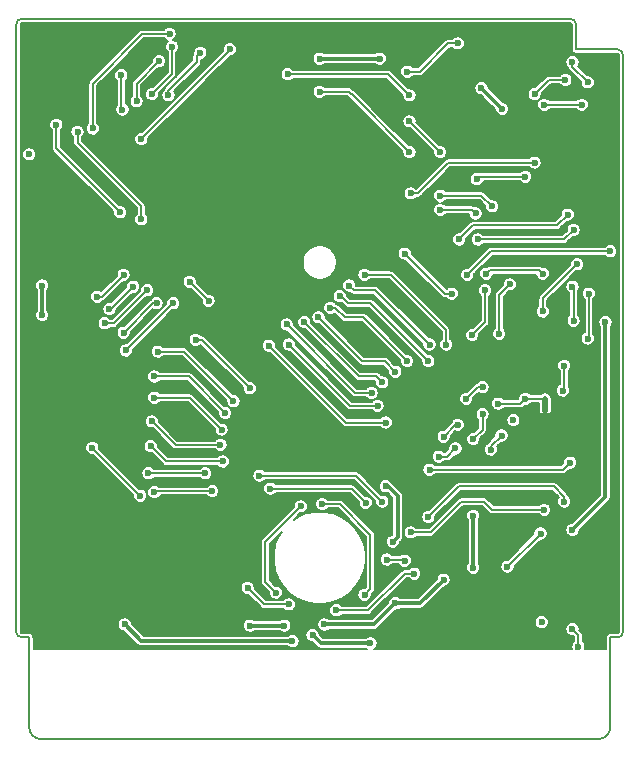
<source format=gbr>
G04 #@! TF.GenerationSoftware,KiCad,Pcbnew,5.1.5-52549c5~84~ubuntu19.10.1*
G04 #@! TF.CreationDate,2020-02-14T21:32:00+02:00*
G04 #@! TF.ProjectId,GB-MBCTEST,47422d4d-4243-4544-9553-542e6b696361,v1.1*
G04 #@! TF.SameCoordinates,Original*
G04 #@! TF.FileFunction,Copper,L2,Bot*
G04 #@! TF.FilePolarity,Positive*
%FSLAX46Y46*%
G04 Gerber Fmt 4.6, Leading zero omitted, Abs format (unit mm)*
G04 Created by KiCad (PCBNEW 5.1.5-52549c5~84~ubuntu19.10.1) date 2020-02-14 21:32:00*
%MOMM*%
%LPD*%
G04 APERTURE LIST*
%ADD10C,0.150000*%
%ADD11C,0.100000*%
%ADD12C,0.500000*%
%ADD13C,0.600000*%
%ADD14C,1.000000*%
%ADD15C,0.300000*%
%ADD16C,0.200000*%
G04 APERTURE END LIST*
D10*
X125700000Y-90900000D02*
G75*
G02X125200000Y-91400000I-500000J0D01*
G01*
X125200000Y-41600000D02*
G75*
G02X125700000Y-42100000I0J-500000D01*
G01*
X125200000Y-41600000D02*
X121700000Y-41600000D01*
X125700000Y-90900000D02*
X125700000Y-42100000D01*
X124600000Y-91400000D02*
X125200000Y-91400000D01*
X74800000Y-91400000D02*
G75*
G02X74300000Y-90900000I0J500000D01*
G01*
X74300000Y-39500000D02*
G75*
G02X74800000Y-39000000I500000J0D01*
G01*
X121200000Y-39000000D02*
G75*
G02X121700000Y-39500000I0J-500000D01*
G01*
X76400000Y-100000000D02*
G75*
G02X75400000Y-99000000I0J1000000D01*
G01*
X124600000Y-99000000D02*
G75*
G02X123600000Y-100000000I-1000000J0D01*
G01*
X121700000Y-39500000D02*
X121700000Y-41600000D01*
X74800000Y-39000000D02*
X121200000Y-39000000D01*
X74300000Y-90900000D02*
X74300000Y-39500000D01*
X75400000Y-91400000D02*
X74800000Y-91400000D01*
X75400000Y-99000000D02*
X75400000Y-91400000D01*
X124600000Y-99000000D02*
X124600000Y-91400000D01*
X76400000Y-100000000D02*
X123600000Y-100000000D01*
D11*
G36*
X118850000Y-71200000D02*
G01*
X118850000Y-72200000D01*
X119350000Y-72200000D01*
X119350000Y-71200000D01*
X118850000Y-71200000D01*
G37*
D12*
X119100000Y-72200000D03*
X119100000Y-71200000D03*
D13*
X118800000Y-90100000D03*
X83500000Y-90300000D03*
X104300000Y-91900000D03*
X97699996Y-91700000D03*
X99400000Y-91200000D03*
X118800000Y-88500000D03*
D14*
X124300000Y-89700000D03*
X124300000Y-88200000D03*
X124300000Y-86700000D03*
D13*
X94100000Y-88800000D03*
X105600000Y-77000000D03*
X118800000Y-85700000D03*
X119800000Y-82300000D03*
D14*
X81000000Y-88300000D03*
X76700000Y-79200000D03*
D13*
X84700000Y-84100000D03*
X114900000Y-88900000D03*
X90800000Y-88800000D03*
X91400000Y-85400000D03*
X121400000Y-77900000D03*
X122500000Y-74600000D03*
X76500000Y-65700000D03*
D14*
X78700000Y-78600000D03*
D13*
X109400000Y-85400000D03*
X108600000Y-91100000D03*
X124600000Y-81300000D03*
X102300000Y-77000000D03*
X91000000Y-64600000D03*
X109249996Y-79649996D03*
X119500000Y-79600000D03*
X113700000Y-82300000D03*
X102500000Y-73900000D03*
X97000000Y-70900000D03*
X77800000Y-58200000D03*
X84800000Y-56900000D03*
X75400000Y-52100000D03*
X78600000Y-49500000D03*
X78300000Y-47000000D03*
X117500000Y-46500000D03*
X123100000Y-55300000D03*
X116800000Y-55300000D03*
X115500000Y-50300000D03*
D14*
X110200000Y-43800000D03*
D13*
X120300000Y-41600000D03*
X105600000Y-78600000D03*
X121400000Y-82300000D03*
X94100000Y-90400000D03*
X76500000Y-64100000D03*
X97000000Y-90400000D03*
X100400000Y-90300000D03*
X106400000Y-88500000D03*
X106200000Y-83300000D03*
X76500000Y-61600000D03*
X110500000Y-86500000D03*
X113000000Y-81100000D03*
X113000000Y-85500000D03*
X75400000Y-50500000D03*
X115450000Y-46650000D03*
X112500000Y-60700000D03*
X124200000Y-64700000D03*
X124600000Y-58700000D03*
X100000000Y-42400000D03*
X105100000Y-42400000D03*
X113700000Y-44900000D03*
X96300000Y-87600000D03*
X98400000Y-80300000D03*
X103800000Y-87800000D03*
X100200000Y-80100000D03*
X121900000Y-92200000D03*
X121400000Y-90700000D03*
X105700000Y-84799996D03*
X107200000Y-84900000D03*
X110200000Y-50300000D03*
X107600000Y-47700000D03*
X97300000Y-43700000D03*
X107600004Y-45500000D03*
X107600000Y-50300000D03*
X100000000Y-45200000D03*
X107400000Y-43500000D03*
X111700000Y-41100000D03*
X117400000Y-52400000D03*
X113300000Y-52600000D03*
X92399984Y-41600000D03*
X84900000Y-49199994D03*
X119000000Y-46300000D03*
X122200000Y-46300000D03*
X118200000Y-45400000D03*
X120800000Y-44200000D03*
X87200000Y-45500000D03*
X89900000Y-41900000D03*
X87500000Y-41400000D03*
X85800000Y-45400014D03*
X107700000Y-53800000D03*
X118200000Y-51200000D03*
X86400000Y-42600000D03*
X84500000Y-46000000D03*
X114600000Y-54900000D03*
X110200000Y-54000000D03*
X83200000Y-43800000D03*
X83300000Y-46700000D03*
X110200000Y-55200000D03*
X113200000Y-55500000D03*
X113000000Y-74600000D03*
X115400000Y-74300000D03*
X117400000Y-71200000D03*
X111700000Y-73400000D03*
X113800000Y-72500000D03*
X115100000Y-71600000D03*
X110500000Y-74400000D03*
X116400000Y-73000000D03*
X114500000Y-75500000D03*
X110100000Y-76100000D03*
X111500000Y-75400000D03*
X112400000Y-71200000D03*
X113800000Y-70200000D03*
X109300000Y-77200000D03*
X121200002Y-76600000D03*
X122800000Y-62299998D03*
X122700000Y-66100000D03*
X87300022Y-40299982D03*
X80799994Y-48300000D03*
X122700000Y-44400000D03*
X121400000Y-42700000D03*
X103800000Y-60700000D03*
X110700000Y-66600000D03*
X89000000Y-61300000D03*
X90600000Y-62900000D03*
X83100000Y-55400000D03*
X77700000Y-47999998D03*
X93900000Y-87200000D03*
X120700000Y-79900000D03*
X109200000Y-81200000D03*
X101400000Y-89100000D03*
X97400000Y-88600000D03*
X108000000Y-86000000D03*
X91600000Y-75100000D03*
X85800000Y-73100000D03*
X109300000Y-66600000D03*
X102500000Y-61600000D03*
X109200000Y-68000000D03*
X101700000Y-62500000D03*
X107400000Y-68000000D03*
X100900000Y-63500000D03*
X106400000Y-68900000D03*
X99900000Y-64300000D03*
X105300000Y-69800000D03*
X98700000Y-64700002D03*
X97200000Y-64900000D03*
X104400000Y-70700000D03*
X104900000Y-71800000D03*
X97400000Y-66600000D03*
X105600000Y-73200000D03*
X95700000Y-66700006D03*
X119000000Y-80600000D03*
X107700000Y-82500000D03*
X95800000Y-78800000D03*
X103900000Y-80000000D03*
X94899992Y-77700000D03*
X105300000Y-79900000D03*
X90300000Y-77500000D03*
X85500000Y-77500000D03*
X90900000Y-79000000D03*
X86000000Y-79100000D03*
X94100000Y-70299998D03*
X89500000Y-66200006D03*
X86300000Y-67200000D03*
X92700000Y-71400000D03*
X83400000Y-60700000D03*
X81150000Y-62550000D03*
X81800000Y-64800000D03*
X85400000Y-62000000D03*
X83600000Y-67100000D03*
X87600000Y-63100000D03*
X83400000Y-65600000D03*
X86200000Y-63100000D03*
X84800000Y-79400000D03*
X80750000Y-75350000D03*
X84200000Y-61700000D03*
X82200000Y-63600000D03*
X86000000Y-69300000D03*
X92000000Y-72400000D03*
X91700000Y-73800000D03*
X86000000Y-71100000D03*
X85700000Y-75200000D03*
X91800000Y-76500000D03*
X120700000Y-68400000D03*
X120600000Y-70500000D03*
X121500000Y-64600000D03*
X121399999Y-61699999D03*
X121000000Y-55600000D03*
X111800000Y-57700000D03*
X113400000Y-57700000D03*
X121500000Y-56900000D03*
X118900000Y-60600000D03*
X114100000Y-60600000D03*
X111200000Y-62300000D03*
X107200000Y-58900000D03*
X84900000Y-56000000D03*
X79500000Y-48600000D03*
X112900000Y-65800000D03*
X114000000Y-62000000D03*
X121800000Y-59800000D03*
X118900000Y-63800000D03*
X115200000Y-65700000D03*
X116100000Y-61500000D03*
X118700000Y-82600000D03*
X115900000Y-85399990D03*
D15*
X83500000Y-90300000D02*
X84900000Y-91700000D01*
X84900000Y-91700000D02*
X97699996Y-91700000D01*
X104300000Y-91900000D02*
X100100000Y-91900000D01*
X100100000Y-91900000D02*
X99400000Y-91200000D01*
X119700000Y-73200000D02*
X121100000Y-73200000D01*
X119100000Y-72200000D02*
X119100000Y-72600000D01*
X121100000Y-73200000D02*
X122500000Y-74600000D01*
X119100000Y-72600000D02*
X119700000Y-73200000D01*
X94100000Y-90400000D02*
X97000000Y-90400000D01*
X100400000Y-90300000D02*
X104600000Y-90300000D01*
X104600000Y-90300000D02*
X106400000Y-88500000D01*
X76500000Y-61600000D02*
X76500000Y-64100000D01*
X106400000Y-88500000D02*
X108500000Y-88500000D01*
X108500000Y-88500000D02*
X110500000Y-86500000D01*
X113000000Y-81100000D02*
X113000000Y-85500000D01*
X121400000Y-82300000D02*
X124200000Y-79500000D01*
X106600000Y-82900000D02*
X106200000Y-83300000D01*
X106600000Y-79400000D02*
X106600000Y-82900000D01*
X105600000Y-78600000D02*
X105800000Y-78600000D01*
X105800000Y-78600000D02*
X106600000Y-79400000D01*
X124200000Y-79500000D02*
X124200000Y-64700000D01*
D10*
X114500000Y-58700000D02*
X112500000Y-60700000D01*
X124600000Y-58700000D02*
X122400000Y-58700000D01*
X114500000Y-58700000D02*
X122400000Y-58700000D01*
X122400000Y-58700000D02*
X122800000Y-58700000D01*
D15*
X100000000Y-42400000D02*
X105100000Y-42400000D01*
X114500000Y-45700000D02*
X115450000Y-46650000D01*
X114500000Y-45700000D02*
X113700000Y-44900000D01*
D10*
X95400000Y-83300000D02*
X98400000Y-80300000D01*
X96300000Y-87600000D02*
X95400000Y-86700000D01*
X95400000Y-86700000D02*
X95400000Y-83300000D01*
X101700000Y-80100000D02*
X100200000Y-80100000D01*
X103800000Y-87800000D02*
X104300000Y-87300000D01*
X104300000Y-82700000D02*
X101700000Y-80100000D01*
X104300000Y-87300000D02*
X104300000Y-82700000D01*
X121900000Y-92200000D02*
X121900000Y-91200000D01*
X121900000Y-91200000D02*
X121400000Y-90700000D01*
X105700000Y-84799996D02*
X107099996Y-84799996D01*
X107099996Y-84799996D02*
X107200000Y-84900000D01*
X110200000Y-50300000D02*
X107600000Y-47700000D01*
X105800004Y-43700000D02*
X107600004Y-45500000D01*
X97300000Y-43700000D02*
X105800004Y-43700000D01*
X102500000Y-45200000D02*
X102800000Y-45500000D01*
X102600000Y-45300000D02*
X102800000Y-45500000D01*
X100000000Y-45200000D02*
X102500000Y-45200000D01*
X102800000Y-45500000D02*
X107600000Y-50300000D01*
X110900000Y-41100000D02*
X111700000Y-41100000D01*
X107400000Y-43500000D02*
X108500000Y-43500000D01*
X108500000Y-43500000D02*
X110900000Y-41100000D01*
X117400000Y-52400000D02*
X113500000Y-52400000D01*
X113500000Y-52400000D02*
X113300000Y-52600000D01*
X84900000Y-49199994D02*
X92399984Y-41700010D01*
X92399984Y-41700010D02*
X92399984Y-41600000D01*
X119000000Y-46300000D02*
X122200000Y-46300000D01*
X119400000Y-44200000D02*
X120800000Y-44200000D01*
X118200000Y-45400000D02*
X119400000Y-44200000D01*
X89600001Y-42699999D02*
X89600001Y-42199999D01*
X89600001Y-42199999D02*
X89900000Y-41900000D01*
X87200000Y-45500000D02*
X87200000Y-45100000D01*
X87200000Y-45100000D02*
X89600001Y-42699999D01*
X87500000Y-41400000D02*
X87500000Y-43700014D01*
X87500000Y-43700014D02*
X85800000Y-45400014D01*
X110900000Y-51200000D02*
X118200000Y-51200000D01*
X107700000Y-53800000D02*
X108300000Y-53800000D01*
X108300000Y-53800000D02*
X110900000Y-51200000D01*
X84500000Y-44500000D02*
X84500000Y-46000000D01*
X86400000Y-42600000D02*
X84500000Y-44500000D01*
X114600000Y-54900000D02*
X113700000Y-54000000D01*
X113700000Y-54000000D02*
X110200000Y-54000000D01*
X83200000Y-43800000D02*
X83200000Y-46600000D01*
X83200000Y-46600000D02*
X83300000Y-46700000D01*
X110200000Y-55200000D02*
X112900001Y-55200001D01*
X112900001Y-55200001D02*
X113200000Y-55500000D01*
X117400000Y-71200000D02*
X119100000Y-71200000D01*
X117000000Y-71600000D02*
X117400000Y-71200000D01*
X115100000Y-71600000D02*
X117000000Y-71600000D01*
X111500000Y-73400000D02*
X111700000Y-73400000D01*
X110500000Y-74400000D02*
X111500000Y-73400000D01*
X113800000Y-73800000D02*
X113800000Y-72500000D01*
X113000000Y-74600000D02*
X113800000Y-73800000D01*
X115400000Y-74300000D02*
X114500000Y-75200000D01*
X114500000Y-75200000D02*
X114500000Y-75500000D01*
X110800000Y-76100000D02*
X111500000Y-75400000D01*
X110100000Y-76100000D02*
X110800000Y-76100000D01*
X112400000Y-71200000D02*
X113400000Y-70200000D01*
X113400000Y-70200000D02*
X113800000Y-70200000D01*
X120600002Y-77200000D02*
X121200002Y-76600000D01*
X109300000Y-77200000D02*
X120600002Y-77200000D01*
X122800000Y-62299998D02*
X122800000Y-66000000D01*
X122800000Y-66000000D02*
X122700000Y-66100000D01*
X80799994Y-44500006D02*
X80799994Y-47875736D01*
X87300022Y-40299982D02*
X85000018Y-40299982D01*
X80799994Y-47875736D02*
X80799994Y-48300000D01*
X85000018Y-40299982D02*
X80799994Y-44500006D01*
X122700000Y-44400000D02*
X121400000Y-43100000D01*
X121400000Y-43100000D02*
X121400000Y-42700000D01*
X89000000Y-61300000D02*
X90600000Y-62900000D01*
X110700000Y-65400000D02*
X110700000Y-66600000D01*
X103800000Y-60700000D02*
X106000000Y-60700000D01*
X106000000Y-60700000D02*
X110700000Y-65400000D01*
X77700000Y-50000000D02*
X77700000Y-47999998D01*
X83100000Y-55400000D02*
X77700000Y-50000000D01*
X120700000Y-79475736D02*
X119824264Y-78600000D01*
X120700000Y-79900000D02*
X120700000Y-79475736D01*
X119824264Y-78600000D02*
X111800000Y-78600000D01*
X111800000Y-78600000D02*
X109200000Y-81200000D01*
X93900000Y-87200000D02*
X95300000Y-88600000D01*
X95300000Y-88600000D02*
X97400000Y-88600000D01*
X104100000Y-89100000D02*
X101400000Y-89100000D01*
X108000000Y-86000000D02*
X107200000Y-86000000D01*
X107200000Y-86000000D02*
X104100000Y-89100000D01*
X91600000Y-75100000D02*
X87800000Y-75100000D01*
X87800000Y-75100000D02*
X85800000Y-73100000D01*
X109300000Y-66600000D02*
X104700000Y-62000000D01*
X102900000Y-62000000D02*
X102500000Y-61600000D01*
X104700000Y-62000000D02*
X102900000Y-62000000D01*
X101800000Y-62500000D02*
X101700000Y-62500000D01*
X102400000Y-63100000D02*
X101800000Y-62500000D01*
X109200000Y-68000000D02*
X104300000Y-63100000D01*
X104300000Y-63100000D02*
X102400000Y-63100000D01*
X101324264Y-63500000D02*
X100900000Y-63500000D01*
X102124264Y-64300000D02*
X101324264Y-63500000D01*
X107400000Y-68000000D02*
X103700000Y-64300000D01*
X103700000Y-64300000D02*
X102124264Y-64300000D01*
X103600000Y-68000000D02*
X99900000Y-64300000D01*
X106400000Y-68900000D02*
X105500000Y-68000000D01*
X105500000Y-68000000D02*
X103600000Y-68000000D01*
X103299998Y-69300000D02*
X98700000Y-64700002D01*
X105300000Y-69800000D02*
X104800000Y-69300000D01*
X104800000Y-69300000D02*
X103299998Y-69300000D01*
X97200000Y-64900000D02*
X103000000Y-70700000D01*
X103000000Y-70700000D02*
X104400000Y-70700000D01*
X102600000Y-71800000D02*
X97400000Y-66600000D01*
X104900000Y-71800000D02*
X102600000Y-71800000D01*
X105600000Y-73200000D02*
X102199994Y-73200000D01*
X102199994Y-73200000D02*
X95700000Y-66700006D01*
X109400000Y-82500000D02*
X107700000Y-82500000D01*
X112000000Y-79900000D02*
X109400000Y-82500000D01*
X113900000Y-79900000D02*
X112000000Y-79900000D01*
X119000000Y-80600000D02*
X114600000Y-80600000D01*
X114600000Y-80600000D02*
X113900000Y-79900000D01*
X95800000Y-78800000D02*
X102700000Y-78800000D01*
X102700000Y-78800000D02*
X103900000Y-80000000D01*
X103100000Y-77700000D02*
X105300000Y-79900000D01*
X94899992Y-77700000D02*
X103100000Y-77700000D01*
X90300000Y-77500000D02*
X85500000Y-77500000D01*
X86100000Y-79000000D02*
X86000000Y-79100000D01*
X90900000Y-79000000D02*
X86100000Y-79000000D01*
X90000008Y-66200006D02*
X89500000Y-66200006D01*
X94100000Y-70299998D02*
X90000008Y-66200006D01*
X88500000Y-67200000D02*
X92700000Y-71400000D01*
X86300000Y-67200000D02*
X88500000Y-67200000D01*
X81550000Y-62550000D02*
X81150000Y-62550000D01*
X83400000Y-60700000D02*
X81550000Y-62550000D01*
X81800000Y-64800000D02*
X82600000Y-64800000D01*
X82600000Y-64800000D02*
X85400000Y-62000000D01*
X83600000Y-67100000D02*
X87600000Y-63100000D01*
X83400000Y-65600000D02*
X85900000Y-63100000D01*
X85900000Y-63100000D02*
X86200000Y-63100000D01*
X84800000Y-79400000D02*
X80750000Y-75350000D01*
X84200000Y-61700000D02*
X82300000Y-63600000D01*
X82300000Y-63600000D02*
X82200000Y-63600000D01*
X86000000Y-69300000D02*
X88900000Y-69300000D01*
X88900000Y-69300000D02*
X92000000Y-72400000D01*
X89000000Y-71100000D02*
X86000000Y-71100000D01*
X91700000Y-73800000D02*
X89000000Y-71100000D01*
X87000000Y-76500000D02*
X91800000Y-76500000D01*
X85700000Y-75200000D02*
X87000000Y-76500000D01*
X120700000Y-68400000D02*
X120700000Y-70400000D01*
X120700000Y-70400000D02*
X120600000Y-70500000D01*
X121500000Y-64600000D02*
X121500000Y-61800000D01*
X121500000Y-61800000D02*
X121399999Y-61699999D01*
X113000000Y-56500000D02*
X111800000Y-57700000D01*
X121000000Y-55600000D02*
X120100000Y-56500000D01*
X120100000Y-56500000D02*
X113000000Y-56500000D01*
X120700000Y-57700000D02*
X113400000Y-57700000D01*
X121500000Y-56900000D02*
X120700000Y-57700000D01*
X118900000Y-60600000D02*
X118600001Y-60300001D01*
X118600001Y-60300001D02*
X114399999Y-60300001D01*
X114399999Y-60300001D02*
X114100000Y-60600000D01*
X111200000Y-62300000D02*
X110600000Y-62300000D01*
X110600000Y-62300000D02*
X107200000Y-58900000D01*
X79500000Y-49500000D02*
X79500000Y-48600000D01*
X84900000Y-56000000D02*
X84900000Y-54900000D01*
X84900000Y-54900000D02*
X79500000Y-49500000D01*
X114000000Y-64700000D02*
X114000000Y-62000000D01*
X112900000Y-65800000D02*
X114000000Y-64700000D01*
X121800000Y-59800000D02*
X118900000Y-62700000D01*
X118900000Y-62700000D02*
X118900000Y-63800000D01*
X115200000Y-65700000D02*
X115200000Y-62400000D01*
X115200000Y-62400000D02*
X116100000Y-61500000D01*
X118700000Y-82600000D02*
X115900010Y-85399990D01*
X115900010Y-85399990D02*
X115900000Y-85399990D01*
D16*
G36*
X121223930Y-39379144D02*
G01*
X121246948Y-39386094D01*
X121268179Y-39397382D01*
X121286810Y-39412577D01*
X121302140Y-39431107D01*
X121313576Y-39452259D01*
X121320685Y-39475225D01*
X121325000Y-39516279D01*
X121325001Y-41581571D01*
X121323186Y-41600000D01*
X121330426Y-41673513D01*
X121351869Y-41744200D01*
X121386691Y-41809347D01*
X121433552Y-41866448D01*
X121490653Y-41913309D01*
X121555800Y-41948131D01*
X121626487Y-41969574D01*
X121681581Y-41975000D01*
X121700000Y-41976814D01*
X121718419Y-41975000D01*
X125181665Y-41975000D01*
X125223930Y-41979144D01*
X125246948Y-41986094D01*
X125268179Y-41997382D01*
X125286810Y-42012577D01*
X125302140Y-42031107D01*
X125313576Y-42052259D01*
X125320685Y-42075225D01*
X125325001Y-42116288D01*
X125325000Y-90881665D01*
X125320856Y-90923930D01*
X125313906Y-90946948D01*
X125302618Y-90968179D01*
X125287423Y-90986809D01*
X125268890Y-91002141D01*
X125247740Y-91013577D01*
X125224777Y-91020685D01*
X125183722Y-91025000D01*
X124618419Y-91025000D01*
X124600000Y-91023186D01*
X124581581Y-91025000D01*
X124526487Y-91030426D01*
X124455800Y-91051869D01*
X124390653Y-91086691D01*
X124333552Y-91133552D01*
X124286691Y-91190653D01*
X124251869Y-91255800D01*
X124230426Y-91326487D01*
X124223186Y-91400000D01*
X124225001Y-91418429D01*
X124225001Y-92359496D01*
X124166244Y-92383834D01*
X124043449Y-92400000D01*
X122466593Y-92400000D01*
X122476942Y-92375014D01*
X122500000Y-92259095D01*
X122500000Y-92140905D01*
X122476942Y-92024986D01*
X122431713Y-91915793D01*
X122366050Y-91817522D01*
X122282478Y-91733950D01*
X122275000Y-91728953D01*
X122275000Y-91218416D01*
X122276814Y-91200000D01*
X122274736Y-91178899D01*
X122269574Y-91126487D01*
X122248131Y-91055800D01*
X122213309Y-90990653D01*
X122166448Y-90933552D01*
X122152139Y-90921809D01*
X121998245Y-90767916D01*
X122000000Y-90759095D01*
X122000000Y-90640905D01*
X121976942Y-90524986D01*
X121931713Y-90415793D01*
X121866050Y-90317522D01*
X121782478Y-90233950D01*
X121684207Y-90168287D01*
X121575014Y-90123058D01*
X121459095Y-90100000D01*
X121340905Y-90100000D01*
X121224986Y-90123058D01*
X121115793Y-90168287D01*
X121017522Y-90233950D01*
X120933950Y-90317522D01*
X120868287Y-90415793D01*
X120823058Y-90524986D01*
X120800000Y-90640905D01*
X120800000Y-90759095D01*
X120823058Y-90875014D01*
X120868287Y-90984207D01*
X120933950Y-91082478D01*
X121017522Y-91166050D01*
X121115793Y-91231713D01*
X121224986Y-91276942D01*
X121340905Y-91300000D01*
X121459095Y-91300000D01*
X121467916Y-91298245D01*
X121525001Y-91355331D01*
X121525000Y-91728953D01*
X121517522Y-91733950D01*
X121433950Y-91817522D01*
X121368287Y-91915793D01*
X121323058Y-92024986D01*
X121300000Y-92140905D01*
X121300000Y-92259095D01*
X121323058Y-92375014D01*
X121333407Y-92400000D01*
X104631669Y-92400000D01*
X104682478Y-92366050D01*
X104766050Y-92282478D01*
X104831713Y-92184207D01*
X104876942Y-92075014D01*
X104900000Y-91959095D01*
X104900000Y-91840905D01*
X104876942Y-91724986D01*
X104831713Y-91615793D01*
X104766050Y-91517522D01*
X104682478Y-91433950D01*
X104584207Y-91368287D01*
X104475014Y-91323058D01*
X104359095Y-91300000D01*
X104240905Y-91300000D01*
X104124986Y-91323058D01*
X104015793Y-91368287D01*
X103917522Y-91433950D01*
X103901472Y-91450000D01*
X100286396Y-91450000D01*
X100000000Y-91163605D01*
X100000000Y-91140905D01*
X99976942Y-91024986D01*
X99931713Y-90915793D01*
X99866050Y-90817522D01*
X99782478Y-90733950D01*
X99684207Y-90668287D01*
X99575014Y-90623058D01*
X99459095Y-90600000D01*
X99340905Y-90600000D01*
X99224986Y-90623058D01*
X99115793Y-90668287D01*
X99017522Y-90733950D01*
X98933950Y-90817522D01*
X98868287Y-90915793D01*
X98823058Y-91024986D01*
X98800000Y-91140905D01*
X98800000Y-91259095D01*
X98823058Y-91375014D01*
X98868287Y-91484207D01*
X98933950Y-91582478D01*
X99017522Y-91666050D01*
X99115793Y-91731713D01*
X99224986Y-91776942D01*
X99340905Y-91800000D01*
X99363605Y-91800000D01*
X99766176Y-92202572D01*
X99780263Y-92219737D01*
X99797428Y-92233824D01*
X99797432Y-92233828D01*
X99848782Y-92275971D01*
X99889175Y-92297561D01*
X99926959Y-92317757D01*
X100011785Y-92343489D01*
X100077895Y-92350000D01*
X100077907Y-92350000D01*
X100099999Y-92352176D01*
X100122091Y-92350000D01*
X103901472Y-92350000D01*
X103917522Y-92366050D01*
X103968331Y-92400000D01*
X75956551Y-92400000D01*
X75833756Y-92383834D01*
X75775000Y-92359497D01*
X75775000Y-91418419D01*
X75776814Y-91400000D01*
X75769574Y-91326487D01*
X75748131Y-91255800D01*
X75713309Y-91190653D01*
X75666448Y-91133552D01*
X75609347Y-91086691D01*
X75544200Y-91051869D01*
X75473513Y-91030426D01*
X75418419Y-91025000D01*
X75400000Y-91023186D01*
X75381581Y-91025000D01*
X74818335Y-91025000D01*
X74776070Y-91020856D01*
X74753052Y-91013906D01*
X74731821Y-91002618D01*
X74713191Y-90987423D01*
X74697859Y-90968890D01*
X74686423Y-90947740D01*
X74679315Y-90924777D01*
X74675000Y-90883722D01*
X74675000Y-90240905D01*
X82900000Y-90240905D01*
X82900000Y-90359095D01*
X82923058Y-90475014D01*
X82968287Y-90584207D01*
X83033950Y-90682478D01*
X83117522Y-90766050D01*
X83215793Y-90831713D01*
X83324986Y-90876942D01*
X83440905Y-90900000D01*
X83463605Y-90900000D01*
X84566176Y-92002572D01*
X84580263Y-92019737D01*
X84597428Y-92033824D01*
X84597432Y-92033828D01*
X84648783Y-92075971D01*
X84726959Y-92117757D01*
X84811785Y-92143489D01*
X84877895Y-92150000D01*
X84877905Y-92150000D01*
X84900000Y-92152176D01*
X84922094Y-92150000D01*
X97301468Y-92150000D01*
X97317518Y-92166050D01*
X97415789Y-92231713D01*
X97524982Y-92276942D01*
X97640901Y-92300000D01*
X97759091Y-92300000D01*
X97875010Y-92276942D01*
X97984203Y-92231713D01*
X98082474Y-92166050D01*
X98166046Y-92082478D01*
X98231709Y-91984207D01*
X98276938Y-91875014D01*
X98299996Y-91759095D01*
X98299996Y-91640905D01*
X98276938Y-91524986D01*
X98231709Y-91415793D01*
X98166046Y-91317522D01*
X98082474Y-91233950D01*
X97984203Y-91168287D01*
X97875010Y-91123058D01*
X97759091Y-91100000D01*
X97640901Y-91100000D01*
X97524982Y-91123058D01*
X97415789Y-91168287D01*
X97317518Y-91233950D01*
X97301468Y-91250000D01*
X85086396Y-91250000D01*
X84177301Y-90340905D01*
X93500000Y-90340905D01*
X93500000Y-90459095D01*
X93523058Y-90575014D01*
X93568287Y-90684207D01*
X93633950Y-90782478D01*
X93717522Y-90866050D01*
X93815793Y-90931713D01*
X93924986Y-90976942D01*
X94040905Y-91000000D01*
X94159095Y-91000000D01*
X94275014Y-90976942D01*
X94384207Y-90931713D01*
X94482478Y-90866050D01*
X94498528Y-90850000D01*
X96601472Y-90850000D01*
X96617522Y-90866050D01*
X96715793Y-90931713D01*
X96824986Y-90976942D01*
X96940905Y-91000000D01*
X97059095Y-91000000D01*
X97175014Y-90976942D01*
X97284207Y-90931713D01*
X97382478Y-90866050D01*
X97466050Y-90782478D01*
X97531713Y-90684207D01*
X97576942Y-90575014D01*
X97600000Y-90459095D01*
X97600000Y-90340905D01*
X97580109Y-90240905D01*
X99800000Y-90240905D01*
X99800000Y-90359095D01*
X99823058Y-90475014D01*
X99868287Y-90584207D01*
X99933950Y-90682478D01*
X100017522Y-90766050D01*
X100115793Y-90831713D01*
X100224986Y-90876942D01*
X100340905Y-90900000D01*
X100459095Y-90900000D01*
X100575014Y-90876942D01*
X100684207Y-90831713D01*
X100782478Y-90766050D01*
X100798528Y-90750000D01*
X104577906Y-90750000D01*
X104600000Y-90752176D01*
X104622094Y-90750000D01*
X104622105Y-90750000D01*
X104688215Y-90743489D01*
X104773041Y-90717757D01*
X104851216Y-90675971D01*
X104919737Y-90619737D01*
X104933829Y-90602566D01*
X105495490Y-90040905D01*
X118200000Y-90040905D01*
X118200000Y-90159095D01*
X118223058Y-90275014D01*
X118268287Y-90384207D01*
X118333950Y-90482478D01*
X118417522Y-90566050D01*
X118515793Y-90631713D01*
X118624986Y-90676942D01*
X118740905Y-90700000D01*
X118859095Y-90700000D01*
X118975014Y-90676942D01*
X119084207Y-90631713D01*
X119182478Y-90566050D01*
X119266050Y-90482478D01*
X119331713Y-90384207D01*
X119376942Y-90275014D01*
X119400000Y-90159095D01*
X119400000Y-90040905D01*
X119376942Y-89924986D01*
X119331713Y-89815793D01*
X119266050Y-89717522D01*
X119182478Y-89633950D01*
X119084207Y-89568287D01*
X118975014Y-89523058D01*
X118859095Y-89500000D01*
X118740905Y-89500000D01*
X118624986Y-89523058D01*
X118515793Y-89568287D01*
X118417522Y-89633950D01*
X118333950Y-89717522D01*
X118268287Y-89815793D01*
X118223058Y-89924986D01*
X118200000Y-90040905D01*
X105495490Y-90040905D01*
X106436396Y-89100000D01*
X106459095Y-89100000D01*
X106575014Y-89076942D01*
X106684207Y-89031713D01*
X106782478Y-88966050D01*
X106798528Y-88950000D01*
X108477906Y-88950000D01*
X108500000Y-88952176D01*
X108522094Y-88950000D01*
X108522105Y-88950000D01*
X108588215Y-88943489D01*
X108673041Y-88917757D01*
X108751216Y-88875971D01*
X108819737Y-88819737D01*
X108833829Y-88802566D01*
X110536396Y-87100000D01*
X110559095Y-87100000D01*
X110675014Y-87076942D01*
X110784207Y-87031713D01*
X110882478Y-86966050D01*
X110966050Y-86882478D01*
X111031713Y-86784207D01*
X111076942Y-86675014D01*
X111100000Y-86559095D01*
X111100000Y-86440905D01*
X111076942Y-86324986D01*
X111031713Y-86215793D01*
X110966050Y-86117522D01*
X110882478Y-86033950D01*
X110784207Y-85968287D01*
X110675014Y-85923058D01*
X110559095Y-85900000D01*
X110440905Y-85900000D01*
X110324986Y-85923058D01*
X110215793Y-85968287D01*
X110117522Y-86033950D01*
X110033950Y-86117522D01*
X109968287Y-86215793D01*
X109923058Y-86324986D01*
X109900000Y-86440905D01*
X109900000Y-86463604D01*
X108313605Y-88050000D01*
X106798528Y-88050000D01*
X106782478Y-88033950D01*
X106684207Y-87968287D01*
X106575014Y-87923058D01*
X106459095Y-87900000D01*
X106340905Y-87900000D01*
X106224986Y-87923058D01*
X106115793Y-87968287D01*
X106017522Y-88033950D01*
X105933950Y-88117522D01*
X105868287Y-88215793D01*
X105823058Y-88324986D01*
X105800000Y-88440905D01*
X105800000Y-88463604D01*
X104413605Y-89850000D01*
X100798528Y-89850000D01*
X100782478Y-89833950D01*
X100684207Y-89768287D01*
X100575014Y-89723058D01*
X100459095Y-89700000D01*
X100340905Y-89700000D01*
X100224986Y-89723058D01*
X100115793Y-89768287D01*
X100017522Y-89833950D01*
X99933950Y-89917522D01*
X99868287Y-90015793D01*
X99823058Y-90124986D01*
X99800000Y-90240905D01*
X97580109Y-90240905D01*
X97576942Y-90224986D01*
X97531713Y-90115793D01*
X97466050Y-90017522D01*
X97382478Y-89933950D01*
X97284207Y-89868287D01*
X97175014Y-89823058D01*
X97059095Y-89800000D01*
X96940905Y-89800000D01*
X96824986Y-89823058D01*
X96715793Y-89868287D01*
X96617522Y-89933950D01*
X96601472Y-89950000D01*
X94498528Y-89950000D01*
X94482478Y-89933950D01*
X94384207Y-89868287D01*
X94275014Y-89823058D01*
X94159095Y-89800000D01*
X94040905Y-89800000D01*
X93924986Y-89823058D01*
X93815793Y-89868287D01*
X93717522Y-89933950D01*
X93633950Y-90017522D01*
X93568287Y-90115793D01*
X93523058Y-90224986D01*
X93500000Y-90340905D01*
X84177301Y-90340905D01*
X84100000Y-90263605D01*
X84100000Y-90240905D01*
X84076942Y-90124986D01*
X84031713Y-90015793D01*
X83966050Y-89917522D01*
X83882478Y-89833950D01*
X83784207Y-89768287D01*
X83675014Y-89723058D01*
X83559095Y-89700000D01*
X83440905Y-89700000D01*
X83324986Y-89723058D01*
X83215793Y-89768287D01*
X83117522Y-89833950D01*
X83033950Y-89917522D01*
X82968287Y-90015793D01*
X82923058Y-90124986D01*
X82900000Y-90240905D01*
X74675000Y-90240905D01*
X74675000Y-87140905D01*
X93300000Y-87140905D01*
X93300000Y-87259095D01*
X93323058Y-87375014D01*
X93368287Y-87484207D01*
X93433950Y-87582478D01*
X93517522Y-87666050D01*
X93615793Y-87731713D01*
X93724986Y-87776942D01*
X93840905Y-87800000D01*
X93959095Y-87800000D01*
X93967916Y-87798245D01*
X95021809Y-88852139D01*
X95033552Y-88866448D01*
X95090653Y-88913309D01*
X95155800Y-88948131D01*
X95226487Y-88969574D01*
X95281581Y-88975000D01*
X95281584Y-88975000D01*
X95300000Y-88976814D01*
X95318416Y-88975000D01*
X96928953Y-88975000D01*
X96933950Y-88982478D01*
X97017522Y-89066050D01*
X97115793Y-89131713D01*
X97224986Y-89176942D01*
X97340905Y-89200000D01*
X97459095Y-89200000D01*
X97575014Y-89176942D01*
X97684207Y-89131713D01*
X97782478Y-89066050D01*
X97807623Y-89040905D01*
X100800000Y-89040905D01*
X100800000Y-89159095D01*
X100823058Y-89275014D01*
X100868287Y-89384207D01*
X100933950Y-89482478D01*
X101017522Y-89566050D01*
X101115793Y-89631713D01*
X101224986Y-89676942D01*
X101340905Y-89700000D01*
X101459095Y-89700000D01*
X101575014Y-89676942D01*
X101684207Y-89631713D01*
X101782478Y-89566050D01*
X101866050Y-89482478D01*
X101871047Y-89475000D01*
X104081584Y-89475000D01*
X104100000Y-89476814D01*
X104118416Y-89475000D01*
X104118419Y-89475000D01*
X104173513Y-89469574D01*
X104244200Y-89448131D01*
X104309347Y-89413309D01*
X104366448Y-89366448D01*
X104378195Y-89352134D01*
X107355330Y-86375000D01*
X107528953Y-86375000D01*
X107533950Y-86382478D01*
X107617522Y-86466050D01*
X107715793Y-86531713D01*
X107824986Y-86576942D01*
X107940905Y-86600000D01*
X108059095Y-86600000D01*
X108175014Y-86576942D01*
X108284207Y-86531713D01*
X108382478Y-86466050D01*
X108466050Y-86382478D01*
X108531713Y-86284207D01*
X108576942Y-86175014D01*
X108600000Y-86059095D01*
X108600000Y-85940905D01*
X108576942Y-85824986D01*
X108531713Y-85715793D01*
X108466050Y-85617522D01*
X108382478Y-85533950D01*
X108284207Y-85468287D01*
X108175014Y-85423058D01*
X108059095Y-85400000D01*
X107940905Y-85400000D01*
X107824986Y-85423058D01*
X107715793Y-85468287D01*
X107617522Y-85533950D01*
X107533950Y-85617522D01*
X107528953Y-85625000D01*
X107218415Y-85625000D01*
X107199999Y-85623186D01*
X107181583Y-85625000D01*
X107181581Y-85625000D01*
X107126487Y-85630426D01*
X107055800Y-85651869D01*
X106990653Y-85686691D01*
X106933552Y-85733552D01*
X106921809Y-85747861D01*
X103944671Y-88725000D01*
X101871047Y-88725000D01*
X101866050Y-88717522D01*
X101782478Y-88633950D01*
X101684207Y-88568287D01*
X101575014Y-88523058D01*
X101459095Y-88500000D01*
X101340905Y-88500000D01*
X101224986Y-88523058D01*
X101115793Y-88568287D01*
X101017522Y-88633950D01*
X100933950Y-88717522D01*
X100868287Y-88815793D01*
X100823058Y-88924986D01*
X100800000Y-89040905D01*
X97807623Y-89040905D01*
X97866050Y-88982478D01*
X97931713Y-88884207D01*
X97976942Y-88775014D01*
X98000000Y-88659095D01*
X98000000Y-88540905D01*
X97976942Y-88424986D01*
X97931713Y-88315793D01*
X97866050Y-88217522D01*
X97782478Y-88133950D01*
X97684207Y-88068287D01*
X97575014Y-88023058D01*
X97459095Y-88000000D01*
X97340905Y-88000000D01*
X97224986Y-88023058D01*
X97115793Y-88068287D01*
X97017522Y-88133950D01*
X96933950Y-88217522D01*
X96928953Y-88225000D01*
X95455330Y-88225000D01*
X94498245Y-87267916D01*
X94500000Y-87259095D01*
X94500000Y-87140905D01*
X94476942Y-87024986D01*
X94431713Y-86915793D01*
X94366050Y-86817522D01*
X94282478Y-86733950D01*
X94184207Y-86668287D01*
X94075014Y-86623058D01*
X93959095Y-86600000D01*
X93840905Y-86600000D01*
X93724986Y-86623058D01*
X93615793Y-86668287D01*
X93517522Y-86733950D01*
X93433950Y-86817522D01*
X93368287Y-86915793D01*
X93323058Y-87024986D01*
X93300000Y-87140905D01*
X74675000Y-87140905D01*
X74675000Y-83300000D01*
X95023186Y-83300000D01*
X95025001Y-83318426D01*
X95025000Y-86681584D01*
X95023186Y-86700000D01*
X95025000Y-86718416D01*
X95025000Y-86718418D01*
X95030426Y-86773512D01*
X95051869Y-86844199D01*
X95086691Y-86909346D01*
X95133552Y-86966448D01*
X95147866Y-86978195D01*
X95701755Y-87532084D01*
X95700000Y-87540905D01*
X95700000Y-87659095D01*
X95723058Y-87775014D01*
X95768287Y-87884207D01*
X95833950Y-87982478D01*
X95917522Y-88066050D01*
X96015793Y-88131713D01*
X96124986Y-88176942D01*
X96240905Y-88200000D01*
X96359095Y-88200000D01*
X96475014Y-88176942D01*
X96584207Y-88131713D01*
X96682478Y-88066050D01*
X96766050Y-87982478D01*
X96831713Y-87884207D01*
X96876942Y-87775014D01*
X96900000Y-87659095D01*
X96900000Y-87540905D01*
X96876942Y-87424986D01*
X96831713Y-87315793D01*
X96766050Y-87217522D01*
X96682478Y-87133950D01*
X96584207Y-87068287D01*
X96475014Y-87023058D01*
X96359095Y-87000000D01*
X96240905Y-87000000D01*
X96232084Y-87001755D01*
X95775000Y-86544671D01*
X95775000Y-83455329D01*
X96777840Y-82452489D01*
X96543865Y-82802657D01*
X96249875Y-83512412D01*
X96100000Y-84265884D01*
X96100000Y-85034116D01*
X96249875Y-85787588D01*
X96543865Y-86497343D01*
X96970673Y-87136105D01*
X97513895Y-87679327D01*
X98152657Y-88106135D01*
X98862412Y-88400125D01*
X99615884Y-88550000D01*
X100384116Y-88550000D01*
X101137588Y-88400125D01*
X101847343Y-88106135D01*
X102486105Y-87679327D01*
X103029327Y-87136105D01*
X103456135Y-86497343D01*
X103750125Y-85787588D01*
X103900000Y-85034116D01*
X103900000Y-84265884D01*
X103750125Y-83512412D01*
X103456135Y-82802657D01*
X103029327Y-82163895D01*
X102486105Y-81620673D01*
X101847343Y-81193865D01*
X101137588Y-80899875D01*
X100384116Y-80750000D01*
X99615884Y-80750000D01*
X98862412Y-80899875D01*
X98152657Y-81193865D01*
X97802490Y-81427839D01*
X98332084Y-80898245D01*
X98340905Y-80900000D01*
X98459095Y-80900000D01*
X98575014Y-80876942D01*
X98684207Y-80831713D01*
X98782478Y-80766050D01*
X98866050Y-80682478D01*
X98931713Y-80584207D01*
X98976942Y-80475014D01*
X99000000Y-80359095D01*
X99000000Y-80240905D01*
X98976942Y-80124986D01*
X98942115Y-80040905D01*
X99600000Y-80040905D01*
X99600000Y-80159095D01*
X99623058Y-80275014D01*
X99668287Y-80384207D01*
X99733950Y-80482478D01*
X99817522Y-80566050D01*
X99915793Y-80631713D01*
X100024986Y-80676942D01*
X100140905Y-80700000D01*
X100259095Y-80700000D01*
X100375014Y-80676942D01*
X100484207Y-80631713D01*
X100582478Y-80566050D01*
X100666050Y-80482478D01*
X100671047Y-80475000D01*
X101544671Y-80475000D01*
X103925001Y-82855332D01*
X103925000Y-87144670D01*
X103867916Y-87201755D01*
X103859095Y-87200000D01*
X103740905Y-87200000D01*
X103624986Y-87223058D01*
X103515793Y-87268287D01*
X103417522Y-87333950D01*
X103333950Y-87417522D01*
X103268287Y-87515793D01*
X103223058Y-87624986D01*
X103200000Y-87740905D01*
X103200000Y-87859095D01*
X103223058Y-87975014D01*
X103268287Y-88084207D01*
X103333950Y-88182478D01*
X103417522Y-88266050D01*
X103515793Y-88331713D01*
X103624986Y-88376942D01*
X103740905Y-88400000D01*
X103859095Y-88400000D01*
X103975014Y-88376942D01*
X104084207Y-88331713D01*
X104182478Y-88266050D01*
X104266050Y-88182478D01*
X104331713Y-88084207D01*
X104376942Y-87975014D01*
X104400000Y-87859095D01*
X104400000Y-87740905D01*
X104398245Y-87732084D01*
X104552140Y-87578190D01*
X104566448Y-87566448D01*
X104613309Y-87509347D01*
X104648131Y-87444200D01*
X104669574Y-87373513D01*
X104675000Y-87318419D01*
X104675000Y-87318416D01*
X104676814Y-87300000D01*
X104675000Y-87281584D01*
X104675000Y-84740901D01*
X105100000Y-84740901D01*
X105100000Y-84859091D01*
X105123058Y-84975010D01*
X105168287Y-85084203D01*
X105233950Y-85182474D01*
X105317522Y-85266046D01*
X105415793Y-85331709D01*
X105524986Y-85376938D01*
X105640905Y-85399996D01*
X105759095Y-85399996D01*
X105875014Y-85376938D01*
X105984207Y-85331709D01*
X106082478Y-85266046D01*
X106166050Y-85182474D01*
X106171047Y-85174996D01*
X106664472Y-85174996D01*
X106668287Y-85184207D01*
X106733950Y-85282478D01*
X106817522Y-85366050D01*
X106915793Y-85431713D01*
X107024986Y-85476942D01*
X107140905Y-85500000D01*
X107259095Y-85500000D01*
X107375014Y-85476942D01*
X107484207Y-85431713D01*
X107582478Y-85366050D01*
X107666050Y-85282478D01*
X107731713Y-85184207D01*
X107776942Y-85075014D01*
X107800000Y-84959095D01*
X107800000Y-84840905D01*
X107776942Y-84724986D01*
X107731713Y-84615793D01*
X107666050Y-84517522D01*
X107582478Y-84433950D01*
X107484207Y-84368287D01*
X107375014Y-84323058D01*
X107259095Y-84300000D01*
X107140905Y-84300000D01*
X107024986Y-84323058D01*
X106915793Y-84368287D01*
X106830923Y-84424996D01*
X106171047Y-84424996D01*
X106166050Y-84417518D01*
X106082478Y-84333946D01*
X105984207Y-84268283D01*
X105875014Y-84223054D01*
X105759095Y-84199996D01*
X105640905Y-84199996D01*
X105524986Y-84223054D01*
X105415793Y-84268283D01*
X105317522Y-84333946D01*
X105233950Y-84417518D01*
X105168287Y-84515789D01*
X105123058Y-84624982D01*
X105100000Y-84740901D01*
X104675000Y-84740901D01*
X104675000Y-82718415D01*
X104676814Y-82699999D01*
X104672785Y-82659095D01*
X104669574Y-82626487D01*
X104648131Y-82555800D01*
X104613309Y-82490653D01*
X104598855Y-82473040D01*
X104578189Y-82447858D01*
X104578186Y-82447855D01*
X104566448Y-82433552D01*
X104552145Y-82421814D01*
X101978195Y-79847866D01*
X101966448Y-79833552D01*
X101909347Y-79786691D01*
X101844200Y-79751869D01*
X101773513Y-79730426D01*
X101718419Y-79725000D01*
X101718416Y-79725000D01*
X101700000Y-79723186D01*
X101681584Y-79725000D01*
X100671047Y-79725000D01*
X100666050Y-79717522D01*
X100582478Y-79633950D01*
X100484207Y-79568287D01*
X100375014Y-79523058D01*
X100259095Y-79500000D01*
X100140905Y-79500000D01*
X100024986Y-79523058D01*
X99915793Y-79568287D01*
X99817522Y-79633950D01*
X99733950Y-79717522D01*
X99668287Y-79815793D01*
X99623058Y-79924986D01*
X99600000Y-80040905D01*
X98942115Y-80040905D01*
X98931713Y-80015793D01*
X98866050Y-79917522D01*
X98782478Y-79833950D01*
X98684207Y-79768287D01*
X98575014Y-79723058D01*
X98459095Y-79700000D01*
X98340905Y-79700000D01*
X98224986Y-79723058D01*
X98115793Y-79768287D01*
X98017522Y-79833950D01*
X97933950Y-79917522D01*
X97868287Y-80015793D01*
X97823058Y-80124986D01*
X97800000Y-80240905D01*
X97800000Y-80359095D01*
X97801755Y-80367916D01*
X95147862Y-83021809D01*
X95133553Y-83033552D01*
X95121811Y-83047860D01*
X95086691Y-83090654D01*
X95051870Y-83155800D01*
X95030427Y-83226488D01*
X95023186Y-83300000D01*
X74675000Y-83300000D01*
X74675000Y-75290905D01*
X80150000Y-75290905D01*
X80150000Y-75409095D01*
X80173058Y-75525014D01*
X80218287Y-75634207D01*
X80283950Y-75732478D01*
X80367522Y-75816050D01*
X80465793Y-75881713D01*
X80574986Y-75926942D01*
X80690905Y-75950000D01*
X80809095Y-75950000D01*
X80817916Y-75948245D01*
X84201755Y-79332084D01*
X84200000Y-79340905D01*
X84200000Y-79459095D01*
X84223058Y-79575014D01*
X84268287Y-79684207D01*
X84333950Y-79782478D01*
X84417522Y-79866050D01*
X84515793Y-79931713D01*
X84624986Y-79976942D01*
X84740905Y-80000000D01*
X84859095Y-80000000D01*
X84975014Y-79976942D01*
X85084207Y-79931713D01*
X85182478Y-79866050D01*
X85266050Y-79782478D01*
X85331713Y-79684207D01*
X85376942Y-79575014D01*
X85400000Y-79459095D01*
X85400000Y-79340905D01*
X85376942Y-79224986D01*
X85331713Y-79115793D01*
X85281675Y-79040905D01*
X85400000Y-79040905D01*
X85400000Y-79159095D01*
X85423058Y-79275014D01*
X85468287Y-79384207D01*
X85533950Y-79482478D01*
X85617522Y-79566050D01*
X85715793Y-79631713D01*
X85824986Y-79676942D01*
X85940905Y-79700000D01*
X86059095Y-79700000D01*
X86175014Y-79676942D01*
X86284207Y-79631713D01*
X86382478Y-79566050D01*
X86466050Y-79482478D01*
X86531713Y-79384207D01*
X86535527Y-79375000D01*
X90428953Y-79375000D01*
X90433950Y-79382478D01*
X90517522Y-79466050D01*
X90615793Y-79531713D01*
X90724986Y-79576942D01*
X90840905Y-79600000D01*
X90959095Y-79600000D01*
X91075014Y-79576942D01*
X91184207Y-79531713D01*
X91282478Y-79466050D01*
X91366050Y-79382478D01*
X91431713Y-79284207D01*
X91476942Y-79175014D01*
X91500000Y-79059095D01*
X91500000Y-78940905D01*
X91476942Y-78824986D01*
X91442115Y-78740905D01*
X95200000Y-78740905D01*
X95200000Y-78859095D01*
X95223058Y-78975014D01*
X95268287Y-79084207D01*
X95333950Y-79182478D01*
X95417522Y-79266050D01*
X95515793Y-79331713D01*
X95624986Y-79376942D01*
X95740905Y-79400000D01*
X95859095Y-79400000D01*
X95975014Y-79376942D01*
X96084207Y-79331713D01*
X96182478Y-79266050D01*
X96266050Y-79182478D01*
X96271047Y-79175000D01*
X102544671Y-79175000D01*
X103301754Y-79932085D01*
X103300000Y-79940905D01*
X103300000Y-80059095D01*
X103323058Y-80175014D01*
X103368287Y-80284207D01*
X103433950Y-80382478D01*
X103517522Y-80466050D01*
X103615793Y-80531713D01*
X103724986Y-80576942D01*
X103840905Y-80600000D01*
X103959095Y-80600000D01*
X104075014Y-80576942D01*
X104184207Y-80531713D01*
X104282478Y-80466050D01*
X104366050Y-80382478D01*
X104431713Y-80284207D01*
X104476942Y-80175014D01*
X104500000Y-80059095D01*
X104500000Y-79940905D01*
X104476942Y-79824986D01*
X104431713Y-79715793D01*
X104366050Y-79617522D01*
X104282478Y-79533950D01*
X104184207Y-79468287D01*
X104075014Y-79423058D01*
X103959095Y-79400000D01*
X103840905Y-79400000D01*
X103832085Y-79401754D01*
X102978195Y-78547866D01*
X102966448Y-78533552D01*
X102909347Y-78486691D01*
X102844200Y-78451869D01*
X102773513Y-78430426D01*
X102718419Y-78425000D01*
X102718416Y-78425000D01*
X102700000Y-78423186D01*
X102681584Y-78425000D01*
X96271047Y-78425000D01*
X96266050Y-78417522D01*
X96182478Y-78333950D01*
X96084207Y-78268287D01*
X95975014Y-78223058D01*
X95859095Y-78200000D01*
X95740905Y-78200000D01*
X95624986Y-78223058D01*
X95515793Y-78268287D01*
X95417522Y-78333950D01*
X95333950Y-78417522D01*
X95268287Y-78515793D01*
X95223058Y-78624986D01*
X95200000Y-78740905D01*
X91442115Y-78740905D01*
X91431713Y-78715793D01*
X91366050Y-78617522D01*
X91282478Y-78533950D01*
X91184207Y-78468287D01*
X91075014Y-78423058D01*
X90959095Y-78400000D01*
X90840905Y-78400000D01*
X90724986Y-78423058D01*
X90615793Y-78468287D01*
X90517522Y-78533950D01*
X90433950Y-78617522D01*
X90428953Y-78625000D01*
X86369083Y-78625000D01*
X86284207Y-78568287D01*
X86175014Y-78523058D01*
X86059095Y-78500000D01*
X85940905Y-78500000D01*
X85824986Y-78523058D01*
X85715793Y-78568287D01*
X85617522Y-78633950D01*
X85533950Y-78717522D01*
X85468287Y-78815793D01*
X85423058Y-78924986D01*
X85400000Y-79040905D01*
X85281675Y-79040905D01*
X85266050Y-79017522D01*
X85182478Y-78933950D01*
X85084207Y-78868287D01*
X84975014Y-78823058D01*
X84859095Y-78800000D01*
X84740905Y-78800000D01*
X84732084Y-78801755D01*
X83371234Y-77440905D01*
X84900000Y-77440905D01*
X84900000Y-77559095D01*
X84923058Y-77675014D01*
X84968287Y-77784207D01*
X85033950Y-77882478D01*
X85117522Y-77966050D01*
X85215793Y-78031713D01*
X85324986Y-78076942D01*
X85440905Y-78100000D01*
X85559095Y-78100000D01*
X85675014Y-78076942D01*
X85784207Y-78031713D01*
X85882478Y-77966050D01*
X85966050Y-77882478D01*
X85971047Y-77875000D01*
X89828953Y-77875000D01*
X89833950Y-77882478D01*
X89917522Y-77966050D01*
X90015793Y-78031713D01*
X90124986Y-78076942D01*
X90240905Y-78100000D01*
X90359095Y-78100000D01*
X90475014Y-78076942D01*
X90584207Y-78031713D01*
X90682478Y-77966050D01*
X90766050Y-77882478D01*
X90831713Y-77784207D01*
X90876942Y-77675014D01*
X90883726Y-77640905D01*
X94299992Y-77640905D01*
X94299992Y-77759095D01*
X94323050Y-77875014D01*
X94368279Y-77984207D01*
X94433942Y-78082478D01*
X94517514Y-78166050D01*
X94615785Y-78231713D01*
X94724978Y-78276942D01*
X94840897Y-78300000D01*
X94959087Y-78300000D01*
X95075006Y-78276942D01*
X95184199Y-78231713D01*
X95282470Y-78166050D01*
X95366042Y-78082478D01*
X95371039Y-78075000D01*
X102944671Y-78075000D01*
X104701755Y-79832084D01*
X104700000Y-79840905D01*
X104700000Y-79959095D01*
X104723058Y-80075014D01*
X104768287Y-80184207D01*
X104833950Y-80282478D01*
X104917522Y-80366050D01*
X105015793Y-80431713D01*
X105124986Y-80476942D01*
X105240905Y-80500000D01*
X105359095Y-80500000D01*
X105475014Y-80476942D01*
X105584207Y-80431713D01*
X105682478Y-80366050D01*
X105766050Y-80282478D01*
X105831713Y-80184207D01*
X105876942Y-80075014D01*
X105900000Y-79959095D01*
X105900000Y-79840905D01*
X105876942Y-79724986D01*
X105831713Y-79615793D01*
X105766050Y-79517522D01*
X105682478Y-79433950D01*
X105584207Y-79368287D01*
X105475014Y-79323058D01*
X105359095Y-79300000D01*
X105240905Y-79300000D01*
X105232084Y-79301755D01*
X104471234Y-78540905D01*
X105000000Y-78540905D01*
X105000000Y-78659095D01*
X105023058Y-78775014D01*
X105068287Y-78884207D01*
X105133950Y-78982478D01*
X105217522Y-79066050D01*
X105315793Y-79131713D01*
X105424986Y-79176942D01*
X105540905Y-79200000D01*
X105659095Y-79200000D01*
X105746265Y-79182661D01*
X106150000Y-79586396D01*
X106150001Y-82700000D01*
X106140905Y-82700000D01*
X106024986Y-82723058D01*
X105915793Y-82768287D01*
X105817522Y-82833950D01*
X105733950Y-82917522D01*
X105668287Y-83015793D01*
X105623058Y-83124986D01*
X105600000Y-83240905D01*
X105600000Y-83359095D01*
X105623058Y-83475014D01*
X105668287Y-83584207D01*
X105733950Y-83682478D01*
X105817522Y-83766050D01*
X105915793Y-83831713D01*
X106024986Y-83876942D01*
X106140905Y-83900000D01*
X106259095Y-83900000D01*
X106375014Y-83876942D01*
X106484207Y-83831713D01*
X106582478Y-83766050D01*
X106666050Y-83682478D01*
X106731713Y-83584207D01*
X106776942Y-83475014D01*
X106800000Y-83359095D01*
X106800000Y-83336396D01*
X106902571Y-83233824D01*
X106919737Y-83219737D01*
X106933824Y-83202572D01*
X106933828Y-83202568D01*
X106975971Y-83151217D01*
X106990526Y-83123986D01*
X107017757Y-83073041D01*
X107043489Y-82988215D01*
X107050000Y-82922105D01*
X107050000Y-82922093D01*
X107052176Y-82900001D01*
X107050000Y-82877909D01*
X107050000Y-82440905D01*
X107100000Y-82440905D01*
X107100000Y-82559095D01*
X107123058Y-82675014D01*
X107168287Y-82784207D01*
X107233950Y-82882478D01*
X107317522Y-82966050D01*
X107415793Y-83031713D01*
X107524986Y-83076942D01*
X107640905Y-83100000D01*
X107759095Y-83100000D01*
X107875014Y-83076942D01*
X107984207Y-83031713D01*
X108082478Y-82966050D01*
X108166050Y-82882478D01*
X108171047Y-82875000D01*
X109381584Y-82875000D01*
X109400000Y-82876814D01*
X109418416Y-82875000D01*
X109418419Y-82875000D01*
X109473513Y-82869574D01*
X109544200Y-82848131D01*
X109609347Y-82813309D01*
X109666448Y-82766448D01*
X109678195Y-82752134D01*
X111389425Y-81040905D01*
X112400000Y-81040905D01*
X112400000Y-81159095D01*
X112423058Y-81275014D01*
X112468287Y-81384207D01*
X112533950Y-81482478D01*
X112550000Y-81498528D01*
X112550001Y-85101471D01*
X112533950Y-85117522D01*
X112468287Y-85215793D01*
X112423058Y-85324986D01*
X112400000Y-85440905D01*
X112400000Y-85559095D01*
X112423058Y-85675014D01*
X112468287Y-85784207D01*
X112533950Y-85882478D01*
X112617522Y-85966050D01*
X112715793Y-86031713D01*
X112824986Y-86076942D01*
X112940905Y-86100000D01*
X113059095Y-86100000D01*
X113175014Y-86076942D01*
X113284207Y-86031713D01*
X113382478Y-85966050D01*
X113466050Y-85882478D01*
X113531713Y-85784207D01*
X113576942Y-85675014D01*
X113600000Y-85559095D01*
X113600000Y-85440905D01*
X113580107Y-85340895D01*
X115300000Y-85340895D01*
X115300000Y-85459085D01*
X115323058Y-85575004D01*
X115368287Y-85684197D01*
X115433950Y-85782468D01*
X115517522Y-85866040D01*
X115615793Y-85931703D01*
X115724986Y-85976932D01*
X115840905Y-85999990D01*
X115959095Y-85999990D01*
X116075014Y-85976932D01*
X116184207Y-85931703D01*
X116282478Y-85866040D01*
X116366050Y-85782468D01*
X116431713Y-85684197D01*
X116476942Y-85575004D01*
X116500000Y-85459085D01*
X116500000Y-85340895D01*
X116498247Y-85332082D01*
X118632084Y-83198245D01*
X118640905Y-83200000D01*
X118759095Y-83200000D01*
X118875014Y-83176942D01*
X118984207Y-83131713D01*
X119082478Y-83066050D01*
X119166050Y-82982478D01*
X119231713Y-82884207D01*
X119276942Y-82775014D01*
X119300000Y-82659095D01*
X119300000Y-82540905D01*
X119276942Y-82424986D01*
X119231713Y-82315793D01*
X119181675Y-82240905D01*
X120800000Y-82240905D01*
X120800000Y-82359095D01*
X120823058Y-82475014D01*
X120868287Y-82584207D01*
X120933950Y-82682478D01*
X121017522Y-82766050D01*
X121115793Y-82831713D01*
X121224986Y-82876942D01*
X121340905Y-82900000D01*
X121459095Y-82900000D01*
X121575014Y-82876942D01*
X121684207Y-82831713D01*
X121782478Y-82766050D01*
X121866050Y-82682478D01*
X121931713Y-82584207D01*
X121976942Y-82475014D01*
X122000000Y-82359095D01*
X122000000Y-82336395D01*
X124502573Y-79833823D01*
X124519737Y-79819737D01*
X124533824Y-79802572D01*
X124533828Y-79802568D01*
X124575971Y-79751217D01*
X124617757Y-79673041D01*
X124619757Y-79666447D01*
X124643489Y-79588215D01*
X124650000Y-79522105D01*
X124650000Y-79522095D01*
X124652176Y-79500000D01*
X124650000Y-79477906D01*
X124650000Y-65098528D01*
X124666050Y-65082478D01*
X124731713Y-64984207D01*
X124776942Y-64875014D01*
X124800000Y-64759095D01*
X124800000Y-64640905D01*
X124776942Y-64524986D01*
X124731713Y-64415793D01*
X124666050Y-64317522D01*
X124582478Y-64233950D01*
X124484207Y-64168287D01*
X124375014Y-64123058D01*
X124259095Y-64100000D01*
X124140905Y-64100000D01*
X124024986Y-64123058D01*
X123915793Y-64168287D01*
X123817522Y-64233950D01*
X123733950Y-64317522D01*
X123668287Y-64415793D01*
X123623058Y-64524986D01*
X123600000Y-64640905D01*
X123600000Y-64759095D01*
X123623058Y-64875014D01*
X123668287Y-64984207D01*
X123733950Y-65082478D01*
X123750001Y-65098529D01*
X123750000Y-79313604D01*
X121363605Y-81700000D01*
X121340905Y-81700000D01*
X121224986Y-81723058D01*
X121115793Y-81768287D01*
X121017522Y-81833950D01*
X120933950Y-81917522D01*
X120868287Y-82015793D01*
X120823058Y-82124986D01*
X120800000Y-82240905D01*
X119181675Y-82240905D01*
X119166050Y-82217522D01*
X119082478Y-82133950D01*
X118984207Y-82068287D01*
X118875014Y-82023058D01*
X118759095Y-82000000D01*
X118640905Y-82000000D01*
X118524986Y-82023058D01*
X118415793Y-82068287D01*
X118317522Y-82133950D01*
X118233950Y-82217522D01*
X118168287Y-82315793D01*
X118123058Y-82424986D01*
X118100000Y-82540905D01*
X118100000Y-82659095D01*
X118101755Y-82667916D01*
X115967925Y-84801746D01*
X115959095Y-84799990D01*
X115840905Y-84799990D01*
X115724986Y-84823048D01*
X115615793Y-84868277D01*
X115517522Y-84933940D01*
X115433950Y-85017512D01*
X115368287Y-85115783D01*
X115323058Y-85224976D01*
X115300000Y-85340895D01*
X113580107Y-85340895D01*
X113576942Y-85324986D01*
X113531713Y-85215793D01*
X113466050Y-85117522D01*
X113450000Y-85101472D01*
X113450000Y-81498528D01*
X113466050Y-81482478D01*
X113531713Y-81384207D01*
X113576942Y-81275014D01*
X113600000Y-81159095D01*
X113600000Y-81040905D01*
X113576942Y-80924986D01*
X113531713Y-80815793D01*
X113466050Y-80717522D01*
X113382478Y-80633950D01*
X113284207Y-80568287D01*
X113175014Y-80523058D01*
X113059095Y-80500000D01*
X112940905Y-80500000D01*
X112824986Y-80523058D01*
X112715793Y-80568287D01*
X112617522Y-80633950D01*
X112533950Y-80717522D01*
X112468287Y-80815793D01*
X112423058Y-80924986D01*
X112400000Y-81040905D01*
X111389425Y-81040905D01*
X112155331Y-80275000D01*
X113744671Y-80275000D01*
X114321809Y-80852139D01*
X114333552Y-80866448D01*
X114355192Y-80884207D01*
X114390652Y-80913309D01*
X114455293Y-80947860D01*
X114455800Y-80948131D01*
X114526487Y-80969574D01*
X114581581Y-80975000D01*
X114581583Y-80975000D01*
X114599999Y-80976814D01*
X114618415Y-80975000D01*
X118528953Y-80975000D01*
X118533950Y-80982478D01*
X118617522Y-81066050D01*
X118715793Y-81131713D01*
X118824986Y-81176942D01*
X118940905Y-81200000D01*
X119059095Y-81200000D01*
X119175014Y-81176942D01*
X119284207Y-81131713D01*
X119382478Y-81066050D01*
X119466050Y-80982478D01*
X119531713Y-80884207D01*
X119576942Y-80775014D01*
X119600000Y-80659095D01*
X119600000Y-80540905D01*
X119576942Y-80424986D01*
X119531713Y-80315793D01*
X119466050Y-80217522D01*
X119382478Y-80133950D01*
X119284207Y-80068287D01*
X119175014Y-80023058D01*
X119059095Y-80000000D01*
X118940905Y-80000000D01*
X118824986Y-80023058D01*
X118715793Y-80068287D01*
X118617522Y-80133950D01*
X118533950Y-80217522D01*
X118528953Y-80225000D01*
X114755330Y-80225000D01*
X114178195Y-79647866D01*
X114166448Y-79633552D01*
X114109347Y-79586691D01*
X114044200Y-79551869D01*
X113973513Y-79530426D01*
X113918419Y-79525000D01*
X113918416Y-79525000D01*
X113900000Y-79523186D01*
X113881584Y-79525000D01*
X112018415Y-79525000D01*
X111999999Y-79523186D01*
X111981583Y-79525000D01*
X111981581Y-79525000D01*
X111926487Y-79530426D01*
X111855800Y-79551869D01*
X111855798Y-79551870D01*
X111790653Y-79586691D01*
X111747858Y-79621811D01*
X111747855Y-79621814D01*
X111733552Y-79633552D01*
X111721814Y-79647855D01*
X109244671Y-82125000D01*
X108171047Y-82125000D01*
X108166050Y-82117522D01*
X108082478Y-82033950D01*
X107984207Y-81968287D01*
X107875014Y-81923058D01*
X107759095Y-81900000D01*
X107640905Y-81900000D01*
X107524986Y-81923058D01*
X107415793Y-81968287D01*
X107317522Y-82033950D01*
X107233950Y-82117522D01*
X107168287Y-82215793D01*
X107123058Y-82324986D01*
X107100000Y-82440905D01*
X107050000Y-82440905D01*
X107050000Y-81140905D01*
X108600000Y-81140905D01*
X108600000Y-81259095D01*
X108623058Y-81375014D01*
X108668287Y-81484207D01*
X108733950Y-81582478D01*
X108817522Y-81666050D01*
X108915793Y-81731713D01*
X109024986Y-81776942D01*
X109140905Y-81800000D01*
X109259095Y-81800000D01*
X109375014Y-81776942D01*
X109484207Y-81731713D01*
X109582478Y-81666050D01*
X109666050Y-81582478D01*
X109731713Y-81484207D01*
X109776942Y-81375014D01*
X109800000Y-81259095D01*
X109800000Y-81140905D01*
X109798245Y-81132084D01*
X111955331Y-78975000D01*
X119668935Y-78975000D01*
X120224940Y-79531006D01*
X120168287Y-79615793D01*
X120123058Y-79724986D01*
X120100000Y-79840905D01*
X120100000Y-79959095D01*
X120123058Y-80075014D01*
X120168287Y-80184207D01*
X120233950Y-80282478D01*
X120317522Y-80366050D01*
X120415793Y-80431713D01*
X120524986Y-80476942D01*
X120640905Y-80500000D01*
X120759095Y-80500000D01*
X120875014Y-80476942D01*
X120984207Y-80431713D01*
X121082478Y-80366050D01*
X121166050Y-80282478D01*
X121231713Y-80184207D01*
X121276942Y-80075014D01*
X121300000Y-79959095D01*
X121300000Y-79840905D01*
X121276942Y-79724986D01*
X121231713Y-79615793D01*
X121166050Y-79517522D01*
X121082478Y-79433950D01*
X121072010Y-79426955D01*
X121069574Y-79402223D01*
X121048131Y-79331536D01*
X121031275Y-79300000D01*
X121013310Y-79266389D01*
X120978189Y-79223595D01*
X120966448Y-79209288D01*
X120952139Y-79197545D01*
X120102459Y-78347866D01*
X120090712Y-78333552D01*
X120033611Y-78286691D01*
X119968464Y-78251869D01*
X119897777Y-78230426D01*
X119842683Y-78225000D01*
X119842680Y-78225000D01*
X119824264Y-78223186D01*
X119805848Y-78225000D01*
X111818415Y-78225000D01*
X111799999Y-78223186D01*
X111781583Y-78225000D01*
X111781581Y-78225000D01*
X111726487Y-78230426D01*
X111655800Y-78251869D01*
X111655798Y-78251870D01*
X111590653Y-78286691D01*
X111547858Y-78321811D01*
X111547855Y-78321814D01*
X111533552Y-78333552D01*
X111521814Y-78347855D01*
X109267916Y-80601755D01*
X109259095Y-80600000D01*
X109140905Y-80600000D01*
X109024986Y-80623058D01*
X108915793Y-80668287D01*
X108817522Y-80733950D01*
X108733950Y-80817522D01*
X108668287Y-80915793D01*
X108623058Y-81024986D01*
X108600000Y-81140905D01*
X107050000Y-81140905D01*
X107050000Y-79422094D01*
X107052176Y-79400000D01*
X107050000Y-79377905D01*
X107050000Y-79377895D01*
X107043489Y-79311785D01*
X107017757Y-79226959D01*
X106991022Y-79176942D01*
X106975971Y-79148783D01*
X106933828Y-79097432D01*
X106933824Y-79097428D01*
X106919737Y-79080263D01*
X106902573Y-79066177D01*
X106133829Y-78297433D01*
X106119737Y-78280263D01*
X106093688Y-78258885D01*
X106066050Y-78217522D01*
X105982478Y-78133950D01*
X105884207Y-78068287D01*
X105775014Y-78023058D01*
X105659095Y-78000000D01*
X105540905Y-78000000D01*
X105424986Y-78023058D01*
X105315793Y-78068287D01*
X105217522Y-78133950D01*
X105133950Y-78217522D01*
X105068287Y-78315793D01*
X105023058Y-78424986D01*
X105000000Y-78540905D01*
X104471234Y-78540905D01*
X103378195Y-77447866D01*
X103366448Y-77433552D01*
X103309347Y-77386691D01*
X103244200Y-77351869D01*
X103173513Y-77330426D01*
X103118419Y-77325000D01*
X103118416Y-77325000D01*
X103100000Y-77323186D01*
X103081584Y-77325000D01*
X95371039Y-77325000D01*
X95366042Y-77317522D01*
X95282470Y-77233950D01*
X95184199Y-77168287D01*
X95118093Y-77140905D01*
X108700000Y-77140905D01*
X108700000Y-77259095D01*
X108723058Y-77375014D01*
X108768287Y-77484207D01*
X108833950Y-77582478D01*
X108917522Y-77666050D01*
X109015793Y-77731713D01*
X109124986Y-77776942D01*
X109240905Y-77800000D01*
X109359095Y-77800000D01*
X109475014Y-77776942D01*
X109584207Y-77731713D01*
X109682478Y-77666050D01*
X109766050Y-77582478D01*
X109771047Y-77575000D01*
X120581586Y-77575000D01*
X120600002Y-77576814D01*
X120618418Y-77575000D01*
X120618421Y-77575000D01*
X120673515Y-77569574D01*
X120744202Y-77548131D01*
X120809349Y-77513309D01*
X120866450Y-77466448D01*
X120878197Y-77452134D01*
X121132086Y-77198245D01*
X121140907Y-77200000D01*
X121259097Y-77200000D01*
X121375016Y-77176942D01*
X121484209Y-77131713D01*
X121582480Y-77066050D01*
X121666052Y-76982478D01*
X121731715Y-76884207D01*
X121776944Y-76775014D01*
X121800002Y-76659095D01*
X121800002Y-76540905D01*
X121776944Y-76424986D01*
X121731715Y-76315793D01*
X121666052Y-76217522D01*
X121582480Y-76133950D01*
X121484209Y-76068287D01*
X121375016Y-76023058D01*
X121259097Y-76000000D01*
X121140907Y-76000000D01*
X121024988Y-76023058D01*
X120915795Y-76068287D01*
X120817524Y-76133950D01*
X120733952Y-76217522D01*
X120668289Y-76315793D01*
X120623060Y-76424986D01*
X120600002Y-76540905D01*
X120600002Y-76659095D01*
X120601757Y-76667916D01*
X120444673Y-76825000D01*
X109771047Y-76825000D01*
X109766050Y-76817522D01*
X109682478Y-76733950D01*
X109584207Y-76668287D01*
X109475014Y-76623058D01*
X109359095Y-76600000D01*
X109240905Y-76600000D01*
X109124986Y-76623058D01*
X109015793Y-76668287D01*
X108917522Y-76733950D01*
X108833950Y-76817522D01*
X108768287Y-76915793D01*
X108723058Y-77024986D01*
X108700000Y-77140905D01*
X95118093Y-77140905D01*
X95075006Y-77123058D01*
X94959087Y-77100000D01*
X94840897Y-77100000D01*
X94724978Y-77123058D01*
X94615785Y-77168287D01*
X94517514Y-77233950D01*
X94433942Y-77317522D01*
X94368279Y-77415793D01*
X94323050Y-77524986D01*
X94299992Y-77640905D01*
X90883726Y-77640905D01*
X90900000Y-77559095D01*
X90900000Y-77440905D01*
X90876942Y-77324986D01*
X90831713Y-77215793D01*
X90766050Y-77117522D01*
X90682478Y-77033950D01*
X90584207Y-76968287D01*
X90475014Y-76923058D01*
X90359095Y-76900000D01*
X90240905Y-76900000D01*
X90124986Y-76923058D01*
X90015793Y-76968287D01*
X89917522Y-77033950D01*
X89833950Y-77117522D01*
X89828953Y-77125000D01*
X85971047Y-77125000D01*
X85966050Y-77117522D01*
X85882478Y-77033950D01*
X85784207Y-76968287D01*
X85675014Y-76923058D01*
X85559095Y-76900000D01*
X85440905Y-76900000D01*
X85324986Y-76923058D01*
X85215793Y-76968287D01*
X85117522Y-77033950D01*
X85033950Y-77117522D01*
X84968287Y-77215793D01*
X84923058Y-77324986D01*
X84900000Y-77440905D01*
X83371234Y-77440905D01*
X81348245Y-75417916D01*
X81350000Y-75409095D01*
X81350000Y-75290905D01*
X81326942Y-75174986D01*
X81312826Y-75140905D01*
X85100000Y-75140905D01*
X85100000Y-75259095D01*
X85123058Y-75375014D01*
X85168287Y-75484207D01*
X85233950Y-75582478D01*
X85317522Y-75666050D01*
X85415793Y-75731713D01*
X85524986Y-75776942D01*
X85640905Y-75800000D01*
X85759095Y-75800000D01*
X85767916Y-75798245D01*
X86721809Y-76752139D01*
X86733552Y-76766448D01*
X86747859Y-76778189D01*
X86790653Y-76813310D01*
X86822676Y-76830426D01*
X86855800Y-76848131D01*
X86926487Y-76869574D01*
X86981581Y-76875000D01*
X86981584Y-76875000D01*
X87000000Y-76876814D01*
X87018416Y-76875000D01*
X91328953Y-76875000D01*
X91333950Y-76882478D01*
X91417522Y-76966050D01*
X91515793Y-77031713D01*
X91624986Y-77076942D01*
X91740905Y-77100000D01*
X91859095Y-77100000D01*
X91975014Y-77076942D01*
X92084207Y-77031713D01*
X92182478Y-76966050D01*
X92266050Y-76882478D01*
X92331713Y-76784207D01*
X92376942Y-76675014D01*
X92400000Y-76559095D01*
X92400000Y-76440905D01*
X92376942Y-76324986D01*
X92331713Y-76215793D01*
X92266050Y-76117522D01*
X92189433Y-76040905D01*
X109500000Y-76040905D01*
X109500000Y-76159095D01*
X109523058Y-76275014D01*
X109568287Y-76384207D01*
X109633950Y-76482478D01*
X109717522Y-76566050D01*
X109815793Y-76631713D01*
X109924986Y-76676942D01*
X110040905Y-76700000D01*
X110159095Y-76700000D01*
X110275014Y-76676942D01*
X110384207Y-76631713D01*
X110482478Y-76566050D01*
X110566050Y-76482478D01*
X110571047Y-76475000D01*
X110781584Y-76475000D01*
X110800000Y-76476814D01*
X110818416Y-76475000D01*
X110818419Y-76475000D01*
X110873513Y-76469574D01*
X110944200Y-76448131D01*
X111009347Y-76413309D01*
X111066448Y-76366448D01*
X111078195Y-76352134D01*
X111432084Y-75998245D01*
X111440905Y-76000000D01*
X111559095Y-76000000D01*
X111675014Y-75976942D01*
X111784207Y-75931713D01*
X111882478Y-75866050D01*
X111966050Y-75782478D01*
X112031713Y-75684207D01*
X112076942Y-75575014D01*
X112100000Y-75459095D01*
X112100000Y-75440905D01*
X113900000Y-75440905D01*
X113900000Y-75559095D01*
X113923058Y-75675014D01*
X113968287Y-75784207D01*
X114033950Y-75882478D01*
X114117522Y-75966050D01*
X114215793Y-76031713D01*
X114324986Y-76076942D01*
X114440905Y-76100000D01*
X114559095Y-76100000D01*
X114675014Y-76076942D01*
X114784207Y-76031713D01*
X114882478Y-75966050D01*
X114966050Y-75882478D01*
X115031713Y-75784207D01*
X115076942Y-75675014D01*
X115100000Y-75559095D01*
X115100000Y-75440905D01*
X115076942Y-75324986D01*
X115031713Y-75215793D01*
X115024833Y-75205496D01*
X115332084Y-74898245D01*
X115340905Y-74900000D01*
X115459095Y-74900000D01*
X115575014Y-74876942D01*
X115684207Y-74831713D01*
X115782478Y-74766050D01*
X115866050Y-74682478D01*
X115931713Y-74584207D01*
X115976942Y-74475014D01*
X116000000Y-74359095D01*
X116000000Y-74240905D01*
X115976942Y-74124986D01*
X115931713Y-74015793D01*
X115866050Y-73917522D01*
X115782478Y-73833950D01*
X115684207Y-73768287D01*
X115575014Y-73723058D01*
X115459095Y-73700000D01*
X115340905Y-73700000D01*
X115224986Y-73723058D01*
X115115793Y-73768287D01*
X115017522Y-73833950D01*
X114933950Y-73917522D01*
X114868287Y-74015793D01*
X114823058Y-74124986D01*
X114800000Y-74240905D01*
X114800000Y-74359095D01*
X114801755Y-74367916D01*
X114247866Y-74921805D01*
X114233552Y-74933552D01*
X114191999Y-74984185D01*
X114117522Y-75033950D01*
X114033950Y-75117522D01*
X113968287Y-75215793D01*
X113923058Y-75324986D01*
X113900000Y-75440905D01*
X112100000Y-75440905D01*
X112100000Y-75340905D01*
X112076942Y-75224986D01*
X112031713Y-75115793D01*
X111966050Y-75017522D01*
X111882478Y-74933950D01*
X111784207Y-74868287D01*
X111675014Y-74823058D01*
X111559095Y-74800000D01*
X111440905Y-74800000D01*
X111324986Y-74823058D01*
X111215793Y-74868287D01*
X111117522Y-74933950D01*
X111033950Y-75017522D01*
X110968287Y-75115793D01*
X110923058Y-75224986D01*
X110900000Y-75340905D01*
X110900000Y-75459095D01*
X110901755Y-75467916D01*
X110644671Y-75725000D01*
X110571047Y-75725000D01*
X110566050Y-75717522D01*
X110482478Y-75633950D01*
X110384207Y-75568287D01*
X110275014Y-75523058D01*
X110159095Y-75500000D01*
X110040905Y-75500000D01*
X109924986Y-75523058D01*
X109815793Y-75568287D01*
X109717522Y-75633950D01*
X109633950Y-75717522D01*
X109568287Y-75815793D01*
X109523058Y-75924986D01*
X109500000Y-76040905D01*
X92189433Y-76040905D01*
X92182478Y-76033950D01*
X92084207Y-75968287D01*
X91975014Y-75923058D01*
X91859095Y-75900000D01*
X91740905Y-75900000D01*
X91624986Y-75923058D01*
X91515793Y-75968287D01*
X91417522Y-76033950D01*
X91333950Y-76117522D01*
X91328953Y-76125000D01*
X87155330Y-76125000D01*
X86298245Y-75267916D01*
X86300000Y-75259095D01*
X86300000Y-75140905D01*
X86276942Y-75024986D01*
X86231713Y-74915793D01*
X86166050Y-74817522D01*
X86082478Y-74733950D01*
X85984207Y-74668287D01*
X85875014Y-74623058D01*
X85759095Y-74600000D01*
X85640905Y-74600000D01*
X85524986Y-74623058D01*
X85415793Y-74668287D01*
X85317522Y-74733950D01*
X85233950Y-74817522D01*
X85168287Y-74915793D01*
X85123058Y-75024986D01*
X85100000Y-75140905D01*
X81312826Y-75140905D01*
X81281713Y-75065793D01*
X81216050Y-74967522D01*
X81132478Y-74883950D01*
X81034207Y-74818287D01*
X80925014Y-74773058D01*
X80809095Y-74750000D01*
X80690905Y-74750000D01*
X80574986Y-74773058D01*
X80465793Y-74818287D01*
X80367522Y-74883950D01*
X80283950Y-74967522D01*
X80218287Y-75065793D01*
X80173058Y-75174986D01*
X80150000Y-75290905D01*
X74675000Y-75290905D01*
X74675000Y-73040905D01*
X85200000Y-73040905D01*
X85200000Y-73159095D01*
X85223058Y-73275014D01*
X85268287Y-73384207D01*
X85333950Y-73482478D01*
X85417522Y-73566050D01*
X85515793Y-73631713D01*
X85624986Y-73676942D01*
X85740905Y-73700000D01*
X85859095Y-73700000D01*
X85867916Y-73698245D01*
X87521809Y-75352139D01*
X87533552Y-75366448D01*
X87590653Y-75413309D01*
X87655800Y-75448131D01*
X87726487Y-75469574D01*
X87781581Y-75475000D01*
X87781583Y-75475000D01*
X87799999Y-75476814D01*
X87818415Y-75475000D01*
X91128953Y-75475000D01*
X91133950Y-75482478D01*
X91217522Y-75566050D01*
X91315793Y-75631713D01*
X91424986Y-75676942D01*
X91540905Y-75700000D01*
X91659095Y-75700000D01*
X91775014Y-75676942D01*
X91884207Y-75631713D01*
X91982478Y-75566050D01*
X92066050Y-75482478D01*
X92131713Y-75384207D01*
X92176942Y-75275014D01*
X92200000Y-75159095D01*
X92200000Y-75040905D01*
X92176942Y-74924986D01*
X92131713Y-74815793D01*
X92066050Y-74717522D01*
X91982478Y-74633950D01*
X91884207Y-74568287D01*
X91775014Y-74523058D01*
X91659095Y-74500000D01*
X91540905Y-74500000D01*
X91424986Y-74523058D01*
X91315793Y-74568287D01*
X91217522Y-74633950D01*
X91133950Y-74717522D01*
X91128953Y-74725000D01*
X87955330Y-74725000D01*
X86398245Y-73167916D01*
X86400000Y-73159095D01*
X86400000Y-73040905D01*
X86376942Y-72924986D01*
X86331713Y-72815793D01*
X86266050Y-72717522D01*
X86182478Y-72633950D01*
X86084207Y-72568287D01*
X85975014Y-72523058D01*
X85859095Y-72500000D01*
X85740905Y-72500000D01*
X85624986Y-72523058D01*
X85515793Y-72568287D01*
X85417522Y-72633950D01*
X85333950Y-72717522D01*
X85268287Y-72815793D01*
X85223058Y-72924986D01*
X85200000Y-73040905D01*
X74675000Y-73040905D01*
X74675000Y-71040905D01*
X85400000Y-71040905D01*
X85400000Y-71159095D01*
X85423058Y-71275014D01*
X85468287Y-71384207D01*
X85533950Y-71482478D01*
X85617522Y-71566050D01*
X85715793Y-71631713D01*
X85824986Y-71676942D01*
X85940905Y-71700000D01*
X86059095Y-71700000D01*
X86175014Y-71676942D01*
X86284207Y-71631713D01*
X86382478Y-71566050D01*
X86466050Y-71482478D01*
X86471047Y-71475000D01*
X88844671Y-71475000D01*
X91101755Y-73732084D01*
X91100000Y-73740905D01*
X91100000Y-73859095D01*
X91123058Y-73975014D01*
X91168287Y-74084207D01*
X91233950Y-74182478D01*
X91317522Y-74266050D01*
X91415793Y-74331713D01*
X91524986Y-74376942D01*
X91640905Y-74400000D01*
X91759095Y-74400000D01*
X91875014Y-74376942D01*
X91962015Y-74340905D01*
X109900000Y-74340905D01*
X109900000Y-74459095D01*
X109923058Y-74575014D01*
X109968287Y-74684207D01*
X110033950Y-74782478D01*
X110117522Y-74866050D01*
X110215793Y-74931713D01*
X110324986Y-74976942D01*
X110440905Y-75000000D01*
X110559095Y-75000000D01*
X110675014Y-74976942D01*
X110784207Y-74931713D01*
X110882478Y-74866050D01*
X110966050Y-74782478D01*
X111031713Y-74684207D01*
X111076942Y-74575014D01*
X111083726Y-74540905D01*
X112400000Y-74540905D01*
X112400000Y-74659095D01*
X112423058Y-74775014D01*
X112468287Y-74884207D01*
X112533950Y-74982478D01*
X112617522Y-75066050D01*
X112715793Y-75131713D01*
X112824986Y-75176942D01*
X112940905Y-75200000D01*
X113059095Y-75200000D01*
X113175014Y-75176942D01*
X113284207Y-75131713D01*
X113382478Y-75066050D01*
X113466050Y-74982478D01*
X113531713Y-74884207D01*
X113576942Y-74775014D01*
X113600000Y-74659095D01*
X113600000Y-74540905D01*
X113598245Y-74532084D01*
X114052141Y-74078189D01*
X114066448Y-74066448D01*
X114113309Y-74009347D01*
X114148131Y-73944200D01*
X114169574Y-73873513D01*
X114175000Y-73818419D01*
X114175000Y-73818416D01*
X114176814Y-73800000D01*
X114175000Y-73781584D01*
X114175000Y-72971047D01*
X114182478Y-72966050D01*
X114207623Y-72940905D01*
X115800000Y-72940905D01*
X115800000Y-73059095D01*
X115823058Y-73175014D01*
X115868287Y-73284207D01*
X115933950Y-73382478D01*
X116017522Y-73466050D01*
X116115793Y-73531713D01*
X116224986Y-73576942D01*
X116340905Y-73600000D01*
X116459095Y-73600000D01*
X116575014Y-73576942D01*
X116684207Y-73531713D01*
X116782478Y-73466050D01*
X116866050Y-73382478D01*
X116931713Y-73284207D01*
X116976942Y-73175014D01*
X117000000Y-73059095D01*
X117000000Y-72940905D01*
X116976942Y-72824986D01*
X116931713Y-72715793D01*
X116866050Y-72617522D01*
X116782478Y-72533950D01*
X116684207Y-72468287D01*
X116575014Y-72423058D01*
X116459095Y-72400000D01*
X116340905Y-72400000D01*
X116224986Y-72423058D01*
X116115793Y-72468287D01*
X116017522Y-72533950D01*
X115933950Y-72617522D01*
X115868287Y-72715793D01*
X115823058Y-72824986D01*
X115800000Y-72940905D01*
X114207623Y-72940905D01*
X114266050Y-72882478D01*
X114331713Y-72784207D01*
X114376942Y-72675014D01*
X114400000Y-72559095D01*
X114400000Y-72440905D01*
X114376942Y-72324986D01*
X114331713Y-72215793D01*
X114266050Y-72117522D01*
X114182478Y-72033950D01*
X114084207Y-71968287D01*
X113975014Y-71923058D01*
X113859095Y-71900000D01*
X113740905Y-71900000D01*
X113624986Y-71923058D01*
X113515793Y-71968287D01*
X113417522Y-72033950D01*
X113333950Y-72117522D01*
X113268287Y-72215793D01*
X113223058Y-72324986D01*
X113200000Y-72440905D01*
X113200000Y-72559095D01*
X113223058Y-72675014D01*
X113268287Y-72784207D01*
X113333950Y-72882478D01*
X113417522Y-72966050D01*
X113425001Y-72971047D01*
X113425000Y-73644670D01*
X113067916Y-74001755D01*
X113059095Y-74000000D01*
X112940905Y-74000000D01*
X112824986Y-74023058D01*
X112715793Y-74068287D01*
X112617522Y-74133950D01*
X112533950Y-74217522D01*
X112468287Y-74315793D01*
X112423058Y-74424986D01*
X112400000Y-74540905D01*
X111083726Y-74540905D01*
X111100000Y-74459095D01*
X111100000Y-74340905D01*
X111098245Y-74332084D01*
X111474358Y-73955971D01*
X111524986Y-73976942D01*
X111640905Y-74000000D01*
X111759095Y-74000000D01*
X111875014Y-73976942D01*
X111984207Y-73931713D01*
X112082478Y-73866050D01*
X112166050Y-73782478D01*
X112231713Y-73684207D01*
X112276942Y-73575014D01*
X112300000Y-73459095D01*
X112300000Y-73340905D01*
X112276942Y-73224986D01*
X112231713Y-73115793D01*
X112166050Y-73017522D01*
X112082478Y-72933950D01*
X111984207Y-72868287D01*
X111875014Y-72823058D01*
X111759095Y-72800000D01*
X111640905Y-72800000D01*
X111524986Y-72823058D01*
X111415793Y-72868287D01*
X111317522Y-72933950D01*
X111233950Y-73017522D01*
X111168287Y-73115793D01*
X111123058Y-73224986D01*
X111117688Y-73251982D01*
X110567916Y-73801755D01*
X110559095Y-73800000D01*
X110440905Y-73800000D01*
X110324986Y-73823058D01*
X110215793Y-73868287D01*
X110117522Y-73933950D01*
X110033950Y-74017522D01*
X109968287Y-74115793D01*
X109923058Y-74224986D01*
X109900000Y-74340905D01*
X91962015Y-74340905D01*
X91984207Y-74331713D01*
X92082478Y-74266050D01*
X92166050Y-74182478D01*
X92231713Y-74084207D01*
X92276942Y-73975014D01*
X92300000Y-73859095D01*
X92300000Y-73740905D01*
X92276942Y-73624986D01*
X92231713Y-73515793D01*
X92166050Y-73417522D01*
X92082478Y-73333950D01*
X91984207Y-73268287D01*
X91875014Y-73223058D01*
X91759095Y-73200000D01*
X91640905Y-73200000D01*
X91632084Y-73201755D01*
X89278195Y-70847866D01*
X89266448Y-70833552D01*
X89209347Y-70786691D01*
X89144200Y-70751869D01*
X89073513Y-70730426D01*
X89018419Y-70725000D01*
X89018416Y-70725000D01*
X89000000Y-70723186D01*
X88981584Y-70725000D01*
X86471047Y-70725000D01*
X86466050Y-70717522D01*
X86382478Y-70633950D01*
X86284207Y-70568287D01*
X86175014Y-70523058D01*
X86059095Y-70500000D01*
X85940905Y-70500000D01*
X85824986Y-70523058D01*
X85715793Y-70568287D01*
X85617522Y-70633950D01*
X85533950Y-70717522D01*
X85468287Y-70815793D01*
X85423058Y-70924986D01*
X85400000Y-71040905D01*
X74675000Y-71040905D01*
X74675000Y-69240905D01*
X85400000Y-69240905D01*
X85400000Y-69359095D01*
X85423058Y-69475014D01*
X85468287Y-69584207D01*
X85533950Y-69682478D01*
X85617522Y-69766050D01*
X85715793Y-69831713D01*
X85824986Y-69876942D01*
X85940905Y-69900000D01*
X86059095Y-69900000D01*
X86175014Y-69876942D01*
X86284207Y-69831713D01*
X86382478Y-69766050D01*
X86466050Y-69682478D01*
X86471047Y-69675000D01*
X88744671Y-69675000D01*
X91401755Y-72332084D01*
X91400000Y-72340905D01*
X91400000Y-72459095D01*
X91423058Y-72575014D01*
X91468287Y-72684207D01*
X91533950Y-72782478D01*
X91617522Y-72866050D01*
X91715793Y-72931713D01*
X91824986Y-72976942D01*
X91940905Y-73000000D01*
X92059095Y-73000000D01*
X92175014Y-72976942D01*
X92284207Y-72931713D01*
X92382478Y-72866050D01*
X92466050Y-72782478D01*
X92531713Y-72684207D01*
X92576942Y-72575014D01*
X92600000Y-72459095D01*
X92600000Y-72340905D01*
X92576942Y-72224986D01*
X92531713Y-72115793D01*
X92466050Y-72017522D01*
X92382478Y-71933950D01*
X92284207Y-71868287D01*
X92175014Y-71823058D01*
X92059095Y-71800000D01*
X91940905Y-71800000D01*
X91932084Y-71801755D01*
X89178195Y-69047866D01*
X89166448Y-69033552D01*
X89109347Y-68986691D01*
X89044200Y-68951869D01*
X88973513Y-68930426D01*
X88918419Y-68925000D01*
X88918416Y-68925000D01*
X88900000Y-68923186D01*
X88881584Y-68925000D01*
X86471047Y-68925000D01*
X86466050Y-68917522D01*
X86382478Y-68833950D01*
X86284207Y-68768287D01*
X86175014Y-68723058D01*
X86059095Y-68700000D01*
X85940905Y-68700000D01*
X85824986Y-68723058D01*
X85715793Y-68768287D01*
X85617522Y-68833950D01*
X85533950Y-68917522D01*
X85468287Y-69015793D01*
X85423058Y-69124986D01*
X85400000Y-69240905D01*
X74675000Y-69240905D01*
X74675000Y-67040905D01*
X83000000Y-67040905D01*
X83000000Y-67159095D01*
X83023058Y-67275014D01*
X83068287Y-67384207D01*
X83133950Y-67482478D01*
X83217522Y-67566050D01*
X83315793Y-67631713D01*
X83424986Y-67676942D01*
X83540905Y-67700000D01*
X83659095Y-67700000D01*
X83775014Y-67676942D01*
X83884207Y-67631713D01*
X83982478Y-67566050D01*
X84066050Y-67482478D01*
X84131713Y-67384207D01*
X84176942Y-67275014D01*
X84200000Y-67159095D01*
X84200000Y-67140905D01*
X85700000Y-67140905D01*
X85700000Y-67259095D01*
X85723058Y-67375014D01*
X85768287Y-67484207D01*
X85833950Y-67582478D01*
X85917522Y-67666050D01*
X86015793Y-67731713D01*
X86124986Y-67776942D01*
X86240905Y-67800000D01*
X86359095Y-67800000D01*
X86475014Y-67776942D01*
X86584207Y-67731713D01*
X86682478Y-67666050D01*
X86766050Y-67582478D01*
X86771047Y-67575000D01*
X88344671Y-67575000D01*
X92101755Y-71332084D01*
X92100000Y-71340905D01*
X92100000Y-71459095D01*
X92123058Y-71575014D01*
X92168287Y-71684207D01*
X92233950Y-71782478D01*
X92317522Y-71866050D01*
X92415793Y-71931713D01*
X92524986Y-71976942D01*
X92640905Y-72000000D01*
X92759095Y-72000000D01*
X92875014Y-71976942D01*
X92984207Y-71931713D01*
X93082478Y-71866050D01*
X93166050Y-71782478D01*
X93231713Y-71684207D01*
X93276942Y-71575014D01*
X93300000Y-71459095D01*
X93300000Y-71340905D01*
X93276942Y-71224986D01*
X93231713Y-71115793D01*
X93166050Y-71017522D01*
X93082478Y-70933950D01*
X92984207Y-70868287D01*
X92875014Y-70823058D01*
X92759095Y-70800000D01*
X92640905Y-70800000D01*
X92632084Y-70801755D01*
X88778195Y-66947866D01*
X88766448Y-66933552D01*
X88709347Y-66886691D01*
X88644200Y-66851869D01*
X88573513Y-66830426D01*
X88518419Y-66825000D01*
X88518416Y-66825000D01*
X88500000Y-66823186D01*
X88481584Y-66825000D01*
X86771047Y-66825000D01*
X86766050Y-66817522D01*
X86682478Y-66733950D01*
X86584207Y-66668287D01*
X86475014Y-66623058D01*
X86359095Y-66600000D01*
X86240905Y-66600000D01*
X86124986Y-66623058D01*
X86015793Y-66668287D01*
X85917522Y-66733950D01*
X85833950Y-66817522D01*
X85768287Y-66915793D01*
X85723058Y-67024986D01*
X85700000Y-67140905D01*
X84200000Y-67140905D01*
X84200000Y-67040905D01*
X84198245Y-67032084D01*
X85089418Y-66140911D01*
X88900000Y-66140911D01*
X88900000Y-66259101D01*
X88923058Y-66375020D01*
X88968287Y-66484213D01*
X89033950Y-66582484D01*
X89117522Y-66666056D01*
X89215793Y-66731719D01*
X89324986Y-66776948D01*
X89440905Y-66800006D01*
X89559095Y-66800006D01*
X89675014Y-66776948D01*
X89784207Y-66731719D01*
X89882478Y-66666056D01*
X89909103Y-66639431D01*
X93501754Y-70232083D01*
X93500000Y-70240903D01*
X93500000Y-70359093D01*
X93523058Y-70475012D01*
X93568287Y-70584205D01*
X93633950Y-70682476D01*
X93717522Y-70766048D01*
X93815793Y-70831711D01*
X93924986Y-70876940D01*
X94040905Y-70899998D01*
X94159095Y-70899998D01*
X94275014Y-70876940D01*
X94384207Y-70831711D01*
X94482478Y-70766048D01*
X94566050Y-70682476D01*
X94631713Y-70584205D01*
X94676942Y-70475012D01*
X94700000Y-70359093D01*
X94700000Y-70240903D01*
X94676942Y-70124984D01*
X94631713Y-70015791D01*
X94566050Y-69917520D01*
X94482478Y-69833948D01*
X94384207Y-69768285D01*
X94275014Y-69723056D01*
X94159095Y-69699998D01*
X94040905Y-69699998D01*
X94032085Y-69701752D01*
X90971243Y-66640911D01*
X95100000Y-66640911D01*
X95100000Y-66759101D01*
X95123058Y-66875020D01*
X95168287Y-66984213D01*
X95233950Y-67082484D01*
X95317522Y-67166056D01*
X95415793Y-67231719D01*
X95524986Y-67276948D01*
X95640905Y-67300006D01*
X95759095Y-67300006D01*
X95767916Y-67298251D01*
X101921803Y-73452139D01*
X101933546Y-73466448D01*
X101947853Y-73478189D01*
X101990647Y-73513310D01*
X102035101Y-73537070D01*
X102055794Y-73548131D01*
X102126481Y-73569574D01*
X102181575Y-73575000D01*
X102181578Y-73575000D01*
X102199994Y-73576814D01*
X102218410Y-73575000D01*
X105128953Y-73575000D01*
X105133950Y-73582478D01*
X105217522Y-73666050D01*
X105315793Y-73731713D01*
X105424986Y-73776942D01*
X105540905Y-73800000D01*
X105659095Y-73800000D01*
X105775014Y-73776942D01*
X105884207Y-73731713D01*
X105982478Y-73666050D01*
X106066050Y-73582478D01*
X106131713Y-73484207D01*
X106176942Y-73375014D01*
X106200000Y-73259095D01*
X106200000Y-73140905D01*
X106176942Y-73024986D01*
X106131713Y-72915793D01*
X106066050Y-72817522D01*
X105982478Y-72733950D01*
X105884207Y-72668287D01*
X105775014Y-72623058D01*
X105659095Y-72600000D01*
X105540905Y-72600000D01*
X105424986Y-72623058D01*
X105315793Y-72668287D01*
X105217522Y-72733950D01*
X105133950Y-72817522D01*
X105128953Y-72825000D01*
X102355324Y-72825000D01*
X96298245Y-66767922D01*
X96300000Y-66759101D01*
X96300000Y-66640911D01*
X96280108Y-66540905D01*
X96800000Y-66540905D01*
X96800000Y-66659095D01*
X96823058Y-66775014D01*
X96868287Y-66884207D01*
X96933950Y-66982478D01*
X97017522Y-67066050D01*
X97115793Y-67131713D01*
X97224986Y-67176942D01*
X97340905Y-67200000D01*
X97459095Y-67200000D01*
X97467916Y-67198245D01*
X102321809Y-72052139D01*
X102333552Y-72066448D01*
X102347859Y-72078189D01*
X102390653Y-72113310D01*
X102422676Y-72130426D01*
X102455800Y-72148131D01*
X102526487Y-72169574D01*
X102581581Y-72175000D01*
X102581584Y-72175000D01*
X102600000Y-72176814D01*
X102618416Y-72175000D01*
X104428953Y-72175000D01*
X104433950Y-72182478D01*
X104517522Y-72266050D01*
X104615793Y-72331713D01*
X104724986Y-72376942D01*
X104840905Y-72400000D01*
X104959095Y-72400000D01*
X105075014Y-72376942D01*
X105184207Y-72331713D01*
X105282478Y-72266050D01*
X105366050Y-72182478D01*
X105431713Y-72084207D01*
X105476942Y-71975014D01*
X105500000Y-71859095D01*
X105500000Y-71740905D01*
X105476942Y-71624986D01*
X105431713Y-71515793D01*
X105366050Y-71417522D01*
X105282478Y-71333950D01*
X105184207Y-71268287D01*
X105075014Y-71223058D01*
X104959095Y-71200000D01*
X104840905Y-71200000D01*
X104724986Y-71223058D01*
X104615793Y-71268287D01*
X104517522Y-71333950D01*
X104433950Y-71417522D01*
X104428953Y-71425000D01*
X102755330Y-71425000D01*
X97998245Y-66667916D01*
X98000000Y-66659095D01*
X98000000Y-66540905D01*
X97976942Y-66424986D01*
X97931713Y-66315793D01*
X97866050Y-66217522D01*
X97782478Y-66133950D01*
X97684207Y-66068287D01*
X97575014Y-66023058D01*
X97459095Y-66000000D01*
X97340905Y-66000000D01*
X97224986Y-66023058D01*
X97115793Y-66068287D01*
X97017522Y-66133950D01*
X96933950Y-66217522D01*
X96868287Y-66315793D01*
X96823058Y-66424986D01*
X96800000Y-66540905D01*
X96280108Y-66540905D01*
X96276942Y-66524992D01*
X96231713Y-66415799D01*
X96166050Y-66317528D01*
X96082478Y-66233956D01*
X95984207Y-66168293D01*
X95875014Y-66123064D01*
X95759095Y-66100006D01*
X95640905Y-66100006D01*
X95524986Y-66123064D01*
X95415793Y-66168293D01*
X95317522Y-66233956D01*
X95233950Y-66317528D01*
X95168287Y-66415799D01*
X95123058Y-66524992D01*
X95100000Y-66640911D01*
X90971243Y-66640911D01*
X90278203Y-65947872D01*
X90266456Y-65933558D01*
X90209355Y-65886697D01*
X90144208Y-65851875D01*
X90073521Y-65830432D01*
X90018427Y-65825006D01*
X90018424Y-65825006D01*
X90000008Y-65823192D01*
X89981592Y-65825006D01*
X89971047Y-65825006D01*
X89966050Y-65817528D01*
X89882478Y-65733956D01*
X89784207Y-65668293D01*
X89675014Y-65623064D01*
X89559095Y-65600006D01*
X89440905Y-65600006D01*
X89324986Y-65623064D01*
X89215793Y-65668293D01*
X89117522Y-65733956D01*
X89033950Y-65817528D01*
X88968287Y-65915799D01*
X88923058Y-66024992D01*
X88900000Y-66140911D01*
X85089418Y-66140911D01*
X86389425Y-64840905D01*
X96600000Y-64840905D01*
X96600000Y-64959095D01*
X96623058Y-65075014D01*
X96668287Y-65184207D01*
X96733950Y-65282478D01*
X96817522Y-65366050D01*
X96915793Y-65431713D01*
X97024986Y-65476942D01*
X97140905Y-65500000D01*
X97259095Y-65500000D01*
X97267916Y-65498245D01*
X102721809Y-70952139D01*
X102733552Y-70966448D01*
X102747859Y-70978189D01*
X102790653Y-71013310D01*
X102825084Y-71031713D01*
X102855800Y-71048131D01*
X102926487Y-71069574D01*
X102981581Y-71075000D01*
X102981584Y-71075000D01*
X103000000Y-71076814D01*
X103018416Y-71075000D01*
X103928953Y-71075000D01*
X103933950Y-71082478D01*
X104017522Y-71166050D01*
X104115793Y-71231713D01*
X104224986Y-71276942D01*
X104340905Y-71300000D01*
X104459095Y-71300000D01*
X104575014Y-71276942D01*
X104684207Y-71231713D01*
X104782478Y-71166050D01*
X104807623Y-71140905D01*
X111800000Y-71140905D01*
X111800000Y-71259095D01*
X111823058Y-71375014D01*
X111868287Y-71484207D01*
X111933950Y-71582478D01*
X112017522Y-71666050D01*
X112115793Y-71731713D01*
X112224986Y-71776942D01*
X112340905Y-71800000D01*
X112459095Y-71800000D01*
X112575014Y-71776942D01*
X112684207Y-71731713D01*
X112782478Y-71666050D01*
X112866050Y-71582478D01*
X112893828Y-71540905D01*
X114500000Y-71540905D01*
X114500000Y-71659095D01*
X114523058Y-71775014D01*
X114568287Y-71884207D01*
X114633950Y-71982478D01*
X114717522Y-72066050D01*
X114815793Y-72131713D01*
X114924986Y-72176942D01*
X115040905Y-72200000D01*
X115159095Y-72200000D01*
X115275014Y-72176942D01*
X115384207Y-72131713D01*
X115482478Y-72066050D01*
X115566050Y-71982478D01*
X115571047Y-71975000D01*
X116981584Y-71975000D01*
X117000000Y-71976814D01*
X117018416Y-71975000D01*
X117018419Y-71975000D01*
X117073513Y-71969574D01*
X117144200Y-71948131D01*
X117209347Y-71913309D01*
X117266448Y-71866448D01*
X117278195Y-71852134D01*
X117332084Y-71798245D01*
X117340905Y-71800000D01*
X117459095Y-71800000D01*
X117575014Y-71776942D01*
X117684207Y-71731713D01*
X117782478Y-71666050D01*
X117866050Y-71582478D01*
X117871047Y-71575000D01*
X118550000Y-71575000D01*
X118550000Y-72200000D01*
X118552757Y-72228119D01*
X118555314Y-72256214D01*
X118555610Y-72257220D01*
X118555713Y-72258270D01*
X118563892Y-72285361D01*
X118571845Y-72312382D01*
X118572332Y-72313313D01*
X118572636Y-72314321D01*
X118585890Y-72339247D01*
X118598971Y-72364269D01*
X118599631Y-72365090D01*
X118600124Y-72366017D01*
X118617928Y-72387847D01*
X118635658Y-72409899D01*
X118636466Y-72410577D01*
X118637129Y-72411390D01*
X118658855Y-72429364D01*
X118680510Y-72447534D01*
X118681432Y-72448041D01*
X118682242Y-72448711D01*
X118707047Y-72462123D01*
X118731817Y-72475741D01*
X118732821Y-72476060D01*
X118733745Y-72476559D01*
X118760720Y-72484909D01*
X118787626Y-72493444D01*
X118788669Y-72493561D01*
X118789677Y-72493873D01*
X118817796Y-72496828D01*
X118845811Y-72499971D01*
X118847830Y-72499985D01*
X118847906Y-72499993D01*
X118847983Y-72499986D01*
X118850000Y-72500000D01*
X119350000Y-72500000D01*
X119378119Y-72497243D01*
X119406214Y-72494686D01*
X119407220Y-72494390D01*
X119408270Y-72494287D01*
X119435361Y-72486108D01*
X119462382Y-72478155D01*
X119463313Y-72477668D01*
X119464321Y-72477364D01*
X119489247Y-72464110D01*
X119514269Y-72451029D01*
X119515090Y-72450369D01*
X119516017Y-72449876D01*
X119537847Y-72432072D01*
X119559899Y-72414342D01*
X119560577Y-72413534D01*
X119561390Y-72412871D01*
X119579364Y-72391145D01*
X119597534Y-72369490D01*
X119598041Y-72368568D01*
X119598711Y-72367758D01*
X119612123Y-72342953D01*
X119625741Y-72318183D01*
X119626060Y-72317179D01*
X119626559Y-72316255D01*
X119634909Y-72289280D01*
X119643444Y-72262374D01*
X119643561Y-72261331D01*
X119643873Y-72260323D01*
X119646828Y-72232204D01*
X119649971Y-72204189D01*
X119649985Y-72202170D01*
X119649993Y-72202094D01*
X119649986Y-72202017D01*
X119650000Y-72200000D01*
X119650000Y-71145830D01*
X119628864Y-71039571D01*
X119587403Y-70939477D01*
X119527213Y-70849396D01*
X119450604Y-70772787D01*
X119360523Y-70712597D01*
X119260429Y-70671136D01*
X119154170Y-70650000D01*
X119045830Y-70650000D01*
X118939571Y-70671136D01*
X118839477Y-70712597D01*
X118749396Y-70772787D01*
X118697183Y-70825000D01*
X117871047Y-70825000D01*
X117866050Y-70817522D01*
X117782478Y-70733950D01*
X117684207Y-70668287D01*
X117575014Y-70623058D01*
X117459095Y-70600000D01*
X117340905Y-70600000D01*
X117224986Y-70623058D01*
X117115793Y-70668287D01*
X117017522Y-70733950D01*
X116933950Y-70817522D01*
X116868287Y-70915793D01*
X116823058Y-71024986D01*
X116800000Y-71140905D01*
X116800000Y-71225000D01*
X115571047Y-71225000D01*
X115566050Y-71217522D01*
X115482478Y-71133950D01*
X115384207Y-71068287D01*
X115275014Y-71023058D01*
X115159095Y-71000000D01*
X115040905Y-71000000D01*
X114924986Y-71023058D01*
X114815793Y-71068287D01*
X114717522Y-71133950D01*
X114633950Y-71217522D01*
X114568287Y-71315793D01*
X114523058Y-71424986D01*
X114500000Y-71540905D01*
X112893828Y-71540905D01*
X112931713Y-71484207D01*
X112976942Y-71375014D01*
X113000000Y-71259095D01*
X113000000Y-71140905D01*
X112998245Y-71132084D01*
X113445551Y-70684779D01*
X113515793Y-70731713D01*
X113624986Y-70776942D01*
X113740905Y-70800000D01*
X113859095Y-70800000D01*
X113975014Y-70776942D01*
X114084207Y-70731713D01*
X114182478Y-70666050D01*
X114266050Y-70582478D01*
X114331713Y-70484207D01*
X114349649Y-70440905D01*
X120000000Y-70440905D01*
X120000000Y-70559095D01*
X120023058Y-70675014D01*
X120068287Y-70784207D01*
X120133950Y-70882478D01*
X120217522Y-70966050D01*
X120315793Y-71031713D01*
X120424986Y-71076942D01*
X120540905Y-71100000D01*
X120659095Y-71100000D01*
X120775014Y-71076942D01*
X120884207Y-71031713D01*
X120982478Y-70966050D01*
X121066050Y-70882478D01*
X121131713Y-70784207D01*
X121176942Y-70675014D01*
X121200000Y-70559095D01*
X121200000Y-70440905D01*
X121176942Y-70324986D01*
X121131713Y-70215793D01*
X121075000Y-70130917D01*
X121075000Y-68871047D01*
X121082478Y-68866050D01*
X121166050Y-68782478D01*
X121231713Y-68684207D01*
X121276942Y-68575014D01*
X121300000Y-68459095D01*
X121300000Y-68340905D01*
X121276942Y-68224986D01*
X121231713Y-68115793D01*
X121166050Y-68017522D01*
X121082478Y-67933950D01*
X120984207Y-67868287D01*
X120875014Y-67823058D01*
X120759095Y-67800000D01*
X120640905Y-67800000D01*
X120524986Y-67823058D01*
X120415793Y-67868287D01*
X120317522Y-67933950D01*
X120233950Y-68017522D01*
X120168287Y-68115793D01*
X120123058Y-68224986D01*
X120100000Y-68340905D01*
X120100000Y-68459095D01*
X120123058Y-68575014D01*
X120168287Y-68684207D01*
X120233950Y-68782478D01*
X120317522Y-68866050D01*
X120325000Y-68871047D01*
X120325001Y-69964473D01*
X120315793Y-69968287D01*
X120217522Y-70033950D01*
X120133950Y-70117522D01*
X120068287Y-70215793D01*
X120023058Y-70324986D01*
X120000000Y-70440905D01*
X114349649Y-70440905D01*
X114376942Y-70375014D01*
X114400000Y-70259095D01*
X114400000Y-70140905D01*
X114376942Y-70024986D01*
X114331713Y-69915793D01*
X114266050Y-69817522D01*
X114182478Y-69733950D01*
X114084207Y-69668287D01*
X113975014Y-69623058D01*
X113859095Y-69600000D01*
X113740905Y-69600000D01*
X113624986Y-69623058D01*
X113515793Y-69668287D01*
X113417522Y-69733950D01*
X113333950Y-69817522D01*
X113325033Y-69830867D01*
X113255800Y-69851869D01*
X113242281Y-69859095D01*
X113190653Y-69886690D01*
X113157892Y-69913577D01*
X113133552Y-69933552D01*
X113121809Y-69947861D01*
X112467916Y-70601755D01*
X112459095Y-70600000D01*
X112340905Y-70600000D01*
X112224986Y-70623058D01*
X112115793Y-70668287D01*
X112017522Y-70733950D01*
X111933950Y-70817522D01*
X111868287Y-70915793D01*
X111823058Y-71024986D01*
X111800000Y-71140905D01*
X104807623Y-71140905D01*
X104866050Y-71082478D01*
X104931713Y-70984207D01*
X104976942Y-70875014D01*
X105000000Y-70759095D01*
X105000000Y-70640905D01*
X104976942Y-70524986D01*
X104931713Y-70415793D01*
X104866050Y-70317522D01*
X104782478Y-70233950D01*
X104684207Y-70168287D01*
X104575014Y-70123058D01*
X104459095Y-70100000D01*
X104340905Y-70100000D01*
X104224986Y-70123058D01*
X104115793Y-70168287D01*
X104017522Y-70233950D01*
X103933950Y-70317522D01*
X103928953Y-70325000D01*
X103155330Y-70325000D01*
X97798245Y-64967916D01*
X97800000Y-64959095D01*
X97800000Y-64840905D01*
X97776942Y-64724986D01*
X97742116Y-64640907D01*
X98100000Y-64640907D01*
X98100000Y-64759097D01*
X98123058Y-64875016D01*
X98168287Y-64984209D01*
X98233950Y-65082480D01*
X98317522Y-65166052D01*
X98415793Y-65231715D01*
X98524986Y-65276944D01*
X98640905Y-65300002D01*
X98759095Y-65300002D01*
X98767916Y-65298247D01*
X103021807Y-69552139D01*
X103033550Y-69566448D01*
X103047857Y-69578189D01*
X103090651Y-69613310D01*
X103135105Y-69637070D01*
X103155798Y-69648131D01*
X103226485Y-69669574D01*
X103281579Y-69675000D01*
X103281582Y-69675000D01*
X103299998Y-69676814D01*
X103318414Y-69675000D01*
X104644671Y-69675000D01*
X104701755Y-69732084D01*
X104700000Y-69740905D01*
X104700000Y-69859095D01*
X104723058Y-69975014D01*
X104768287Y-70084207D01*
X104833950Y-70182478D01*
X104917522Y-70266050D01*
X105015793Y-70331713D01*
X105124986Y-70376942D01*
X105240905Y-70400000D01*
X105359095Y-70400000D01*
X105475014Y-70376942D01*
X105584207Y-70331713D01*
X105682478Y-70266050D01*
X105766050Y-70182478D01*
X105831713Y-70084207D01*
X105876942Y-69975014D01*
X105900000Y-69859095D01*
X105900000Y-69740905D01*
X105876942Y-69624986D01*
X105831713Y-69515793D01*
X105766050Y-69417522D01*
X105682478Y-69333950D01*
X105584207Y-69268287D01*
X105475014Y-69223058D01*
X105359095Y-69200000D01*
X105240905Y-69200000D01*
X105232084Y-69201755D01*
X105078195Y-69047866D01*
X105066448Y-69033552D01*
X105009347Y-68986691D01*
X104944200Y-68951869D01*
X104873513Y-68930426D01*
X104818419Y-68925000D01*
X104818416Y-68925000D01*
X104800000Y-68923186D01*
X104781584Y-68925000D01*
X103455328Y-68925000D01*
X99298245Y-64767918D01*
X99300000Y-64759097D01*
X99300000Y-64640907D01*
X99276942Y-64524988D01*
X99231713Y-64415795D01*
X99166050Y-64317524D01*
X99089431Y-64240905D01*
X99300000Y-64240905D01*
X99300000Y-64359095D01*
X99323058Y-64475014D01*
X99368287Y-64584207D01*
X99433950Y-64682478D01*
X99517522Y-64766050D01*
X99615793Y-64831713D01*
X99724986Y-64876942D01*
X99840905Y-64900000D01*
X99959095Y-64900000D01*
X99967916Y-64898245D01*
X103321809Y-68252139D01*
X103333552Y-68266448D01*
X103390653Y-68313309D01*
X103455800Y-68348131D01*
X103526487Y-68369574D01*
X103581581Y-68375000D01*
X103581583Y-68375000D01*
X103599999Y-68376814D01*
X103618415Y-68375000D01*
X105344671Y-68375000D01*
X105801755Y-68832084D01*
X105800000Y-68840905D01*
X105800000Y-68959095D01*
X105823058Y-69075014D01*
X105868287Y-69184207D01*
X105933950Y-69282478D01*
X106017522Y-69366050D01*
X106115793Y-69431713D01*
X106224986Y-69476942D01*
X106340905Y-69500000D01*
X106459095Y-69500000D01*
X106575014Y-69476942D01*
X106684207Y-69431713D01*
X106782478Y-69366050D01*
X106866050Y-69282478D01*
X106931713Y-69184207D01*
X106976942Y-69075014D01*
X107000000Y-68959095D01*
X107000000Y-68840905D01*
X106976942Y-68724986D01*
X106931713Y-68615793D01*
X106866050Y-68517522D01*
X106782478Y-68433950D01*
X106684207Y-68368287D01*
X106575014Y-68323058D01*
X106459095Y-68300000D01*
X106340905Y-68300000D01*
X106332084Y-68301755D01*
X105778195Y-67747866D01*
X105766448Y-67733552D01*
X105709347Y-67686691D01*
X105644200Y-67651869D01*
X105573513Y-67630426D01*
X105518419Y-67625000D01*
X105518416Y-67625000D01*
X105500000Y-67623186D01*
X105481584Y-67625000D01*
X103755330Y-67625000D01*
X100498245Y-64367916D01*
X100500000Y-64359095D01*
X100500000Y-64240905D01*
X100476942Y-64124986D01*
X100431713Y-64015793D01*
X100366050Y-63917522D01*
X100282478Y-63833950D01*
X100184207Y-63768287D01*
X100075014Y-63723058D01*
X99959095Y-63700000D01*
X99840905Y-63700000D01*
X99724986Y-63723058D01*
X99615793Y-63768287D01*
X99517522Y-63833950D01*
X99433950Y-63917522D01*
X99368287Y-64015793D01*
X99323058Y-64124986D01*
X99300000Y-64240905D01*
X99089431Y-64240905D01*
X99082478Y-64233952D01*
X98984207Y-64168289D01*
X98875014Y-64123060D01*
X98759095Y-64100002D01*
X98640905Y-64100002D01*
X98524986Y-64123060D01*
X98415793Y-64168289D01*
X98317522Y-64233952D01*
X98233950Y-64317524D01*
X98168287Y-64415795D01*
X98123058Y-64524988D01*
X98100000Y-64640907D01*
X97742116Y-64640907D01*
X97731713Y-64615793D01*
X97666050Y-64517522D01*
X97582478Y-64433950D01*
X97484207Y-64368287D01*
X97375014Y-64323058D01*
X97259095Y-64300000D01*
X97140905Y-64300000D01*
X97024986Y-64323058D01*
X96915793Y-64368287D01*
X96817522Y-64433950D01*
X96733950Y-64517522D01*
X96668287Y-64615793D01*
X96623058Y-64724986D01*
X96600000Y-64840905D01*
X86389425Y-64840905D01*
X87532085Y-63698246D01*
X87540905Y-63700000D01*
X87659095Y-63700000D01*
X87775014Y-63676942D01*
X87884207Y-63631713D01*
X87982478Y-63566050D01*
X88066050Y-63482478D01*
X88131713Y-63384207D01*
X88176942Y-63275014D01*
X88200000Y-63159095D01*
X88200000Y-63040905D01*
X88176942Y-62924986D01*
X88131713Y-62815793D01*
X88066050Y-62717522D01*
X87982478Y-62633950D01*
X87884207Y-62568287D01*
X87775014Y-62523058D01*
X87659095Y-62500000D01*
X87540905Y-62500000D01*
X87424986Y-62523058D01*
X87315793Y-62568287D01*
X87217522Y-62633950D01*
X87133950Y-62717522D01*
X87068287Y-62815793D01*
X87023058Y-62924986D01*
X87000000Y-63040905D01*
X87000000Y-63159095D01*
X87001754Y-63167915D01*
X83667916Y-66501755D01*
X83659095Y-66500000D01*
X83540905Y-66500000D01*
X83424986Y-66523058D01*
X83315793Y-66568287D01*
X83217522Y-66633950D01*
X83133950Y-66717522D01*
X83068287Y-66815793D01*
X83023058Y-66924986D01*
X83000000Y-67040905D01*
X74675000Y-67040905D01*
X74675000Y-65540905D01*
X82800000Y-65540905D01*
X82800000Y-65659095D01*
X82823058Y-65775014D01*
X82868287Y-65884207D01*
X82933950Y-65982478D01*
X83017522Y-66066050D01*
X83115793Y-66131713D01*
X83224986Y-66176942D01*
X83340905Y-66200000D01*
X83459095Y-66200000D01*
X83575014Y-66176942D01*
X83684207Y-66131713D01*
X83782478Y-66066050D01*
X83866050Y-65982478D01*
X83931713Y-65884207D01*
X83976942Y-65775014D01*
X84000000Y-65659095D01*
X84000000Y-65540905D01*
X83998245Y-65532084D01*
X85905497Y-63624833D01*
X85915793Y-63631713D01*
X86024986Y-63676942D01*
X86140905Y-63700000D01*
X86259095Y-63700000D01*
X86375014Y-63676942D01*
X86484207Y-63631713D01*
X86582478Y-63566050D01*
X86666050Y-63482478D01*
X86731713Y-63384207D01*
X86776942Y-63275014D01*
X86800000Y-63159095D01*
X86800000Y-63040905D01*
X86776942Y-62924986D01*
X86731713Y-62815793D01*
X86666050Y-62717522D01*
X86582478Y-62633950D01*
X86484207Y-62568287D01*
X86375014Y-62523058D01*
X86259095Y-62500000D01*
X86140905Y-62500000D01*
X86024986Y-62523058D01*
X85915793Y-62568287D01*
X85817522Y-62633950D01*
X85733950Y-62717522D01*
X85684187Y-62791998D01*
X85633552Y-62833552D01*
X85621811Y-62847859D01*
X83467916Y-65001755D01*
X83459095Y-65000000D01*
X83340905Y-65000000D01*
X83224986Y-65023058D01*
X83115793Y-65068287D01*
X83017522Y-65133950D01*
X82933950Y-65217522D01*
X82868287Y-65315793D01*
X82823058Y-65424986D01*
X82800000Y-65540905D01*
X74675000Y-65540905D01*
X74675000Y-64740905D01*
X81200000Y-64740905D01*
X81200000Y-64859095D01*
X81223058Y-64975014D01*
X81268287Y-65084207D01*
X81333950Y-65182478D01*
X81417522Y-65266050D01*
X81515793Y-65331713D01*
X81624986Y-65376942D01*
X81740905Y-65400000D01*
X81859095Y-65400000D01*
X81975014Y-65376942D01*
X82084207Y-65331713D01*
X82182478Y-65266050D01*
X82266050Y-65182478D01*
X82271047Y-65175000D01*
X82581584Y-65175000D01*
X82600000Y-65176814D01*
X82618416Y-65175000D01*
X82618419Y-65175000D01*
X82673513Y-65169574D01*
X82744200Y-65148131D01*
X82809347Y-65113309D01*
X82866448Y-65066448D01*
X82878195Y-65052134D01*
X85332084Y-62598245D01*
X85340905Y-62600000D01*
X85459095Y-62600000D01*
X85575014Y-62576942D01*
X85684207Y-62531713D01*
X85782478Y-62466050D01*
X85866050Y-62382478D01*
X85931713Y-62284207D01*
X85976942Y-62175014D01*
X86000000Y-62059095D01*
X86000000Y-61940905D01*
X85976942Y-61824986D01*
X85931713Y-61715793D01*
X85866050Y-61617522D01*
X85782478Y-61533950D01*
X85684207Y-61468287D01*
X85575014Y-61423058D01*
X85459095Y-61400000D01*
X85340905Y-61400000D01*
X85224986Y-61423058D01*
X85115793Y-61468287D01*
X85017522Y-61533950D01*
X84933950Y-61617522D01*
X84868287Y-61715793D01*
X84823058Y-61824986D01*
X84800000Y-61940905D01*
X84800000Y-62059095D01*
X84801755Y-62067916D01*
X82444671Y-64425000D01*
X82271047Y-64425000D01*
X82266050Y-64417522D01*
X82182478Y-64333950D01*
X82084207Y-64268287D01*
X81975014Y-64223058D01*
X81859095Y-64200000D01*
X81740905Y-64200000D01*
X81624986Y-64223058D01*
X81515793Y-64268287D01*
X81417522Y-64333950D01*
X81333950Y-64417522D01*
X81268287Y-64515793D01*
X81223058Y-64624986D01*
X81200000Y-64740905D01*
X74675000Y-64740905D01*
X74675000Y-61540905D01*
X75900000Y-61540905D01*
X75900000Y-61659095D01*
X75923058Y-61775014D01*
X75968287Y-61884207D01*
X76033950Y-61982478D01*
X76050000Y-61998528D01*
X76050001Y-63701471D01*
X76033950Y-63717522D01*
X75968287Y-63815793D01*
X75923058Y-63924986D01*
X75900000Y-64040905D01*
X75900000Y-64159095D01*
X75923058Y-64275014D01*
X75968287Y-64384207D01*
X76033950Y-64482478D01*
X76117522Y-64566050D01*
X76215793Y-64631713D01*
X76324986Y-64676942D01*
X76440905Y-64700000D01*
X76559095Y-64700000D01*
X76675014Y-64676942D01*
X76784207Y-64631713D01*
X76882478Y-64566050D01*
X76966050Y-64482478D01*
X77031713Y-64384207D01*
X77076942Y-64275014D01*
X77100000Y-64159095D01*
X77100000Y-64040905D01*
X77076942Y-63924986D01*
X77031713Y-63815793D01*
X76966050Y-63717522D01*
X76950000Y-63701472D01*
X76950000Y-63540905D01*
X81600000Y-63540905D01*
X81600000Y-63659095D01*
X81623058Y-63775014D01*
X81668287Y-63884207D01*
X81733950Y-63982478D01*
X81817522Y-64066050D01*
X81915793Y-64131713D01*
X82024986Y-64176942D01*
X82140905Y-64200000D01*
X82259095Y-64200000D01*
X82375014Y-64176942D01*
X82484207Y-64131713D01*
X82582478Y-64066050D01*
X82666050Y-63982478D01*
X82731713Y-63884207D01*
X82776942Y-63775014D01*
X82800000Y-63659095D01*
X82800000Y-63630329D01*
X84132084Y-62298245D01*
X84140905Y-62300000D01*
X84259095Y-62300000D01*
X84375014Y-62276942D01*
X84484207Y-62231713D01*
X84582478Y-62166050D01*
X84666050Y-62082478D01*
X84731713Y-61984207D01*
X84776942Y-61875014D01*
X84800000Y-61759095D01*
X84800000Y-61640905D01*
X84776942Y-61524986D01*
X84731713Y-61415793D01*
X84666050Y-61317522D01*
X84589433Y-61240905D01*
X88400000Y-61240905D01*
X88400000Y-61359095D01*
X88423058Y-61475014D01*
X88468287Y-61584207D01*
X88533950Y-61682478D01*
X88617522Y-61766050D01*
X88715793Y-61831713D01*
X88824986Y-61876942D01*
X88940905Y-61900000D01*
X89059095Y-61900000D01*
X89067916Y-61898245D01*
X90001755Y-62832084D01*
X90000000Y-62840905D01*
X90000000Y-62959095D01*
X90023058Y-63075014D01*
X90068287Y-63184207D01*
X90133950Y-63282478D01*
X90217522Y-63366050D01*
X90315793Y-63431713D01*
X90424986Y-63476942D01*
X90540905Y-63500000D01*
X90659095Y-63500000D01*
X90775014Y-63476942D01*
X90862015Y-63440905D01*
X100300000Y-63440905D01*
X100300000Y-63559095D01*
X100323058Y-63675014D01*
X100368287Y-63784207D01*
X100433950Y-63882478D01*
X100517522Y-63966050D01*
X100615793Y-64031713D01*
X100724986Y-64076942D01*
X100840905Y-64100000D01*
X100959095Y-64100000D01*
X101075014Y-64076942D01*
X101184207Y-64031713D01*
X101268994Y-63975060D01*
X101846073Y-64552139D01*
X101857816Y-64566448D01*
X101914917Y-64613309D01*
X101980064Y-64648131D01*
X102050751Y-64669574D01*
X102105845Y-64675000D01*
X102105848Y-64675000D01*
X102124264Y-64676814D01*
X102142680Y-64675000D01*
X103544671Y-64675000D01*
X106801755Y-67932084D01*
X106800000Y-67940905D01*
X106800000Y-68059095D01*
X106823058Y-68175014D01*
X106868287Y-68284207D01*
X106933950Y-68382478D01*
X107017522Y-68466050D01*
X107115793Y-68531713D01*
X107224986Y-68576942D01*
X107340905Y-68600000D01*
X107459095Y-68600000D01*
X107575014Y-68576942D01*
X107684207Y-68531713D01*
X107782478Y-68466050D01*
X107866050Y-68382478D01*
X107931713Y-68284207D01*
X107976942Y-68175014D01*
X108000000Y-68059095D01*
X108000000Y-67940905D01*
X107976942Y-67824986D01*
X107931713Y-67715793D01*
X107866050Y-67617522D01*
X107782478Y-67533950D01*
X107684207Y-67468287D01*
X107575014Y-67423058D01*
X107459095Y-67400000D01*
X107340905Y-67400000D01*
X107332084Y-67401755D01*
X103978195Y-64047866D01*
X103966448Y-64033552D01*
X103909347Y-63986691D01*
X103844200Y-63951869D01*
X103773513Y-63930426D01*
X103718419Y-63925000D01*
X103718416Y-63925000D01*
X103700000Y-63923186D01*
X103681584Y-63925000D01*
X102279594Y-63925000D01*
X101602459Y-63247866D01*
X101590712Y-63233552D01*
X101533611Y-63186691D01*
X101468464Y-63151869D01*
X101397777Y-63130426D01*
X101373045Y-63127990D01*
X101366050Y-63117522D01*
X101282478Y-63033950D01*
X101184207Y-62968287D01*
X101075014Y-62923058D01*
X100959095Y-62900000D01*
X100840905Y-62900000D01*
X100724986Y-62923058D01*
X100615793Y-62968287D01*
X100517522Y-63033950D01*
X100433950Y-63117522D01*
X100368287Y-63215793D01*
X100323058Y-63324986D01*
X100300000Y-63440905D01*
X90862015Y-63440905D01*
X90884207Y-63431713D01*
X90982478Y-63366050D01*
X91066050Y-63282478D01*
X91131713Y-63184207D01*
X91176942Y-63075014D01*
X91200000Y-62959095D01*
X91200000Y-62840905D01*
X91176942Y-62724986D01*
X91131713Y-62615793D01*
X91066050Y-62517522D01*
X90989433Y-62440905D01*
X101100000Y-62440905D01*
X101100000Y-62559095D01*
X101123058Y-62675014D01*
X101168287Y-62784207D01*
X101233950Y-62882478D01*
X101317522Y-62966050D01*
X101415793Y-63031713D01*
X101524986Y-63076942D01*
X101640905Y-63100000D01*
X101759095Y-63100000D01*
X101851325Y-63081654D01*
X102121809Y-63352139D01*
X102133552Y-63366448D01*
X102190653Y-63413309D01*
X102255800Y-63448131D01*
X102326487Y-63469574D01*
X102381581Y-63475000D01*
X102381583Y-63475000D01*
X102399999Y-63476814D01*
X102418415Y-63475000D01*
X104144671Y-63475000D01*
X108601755Y-67932084D01*
X108600000Y-67940905D01*
X108600000Y-68059095D01*
X108623058Y-68175014D01*
X108668287Y-68284207D01*
X108733950Y-68382478D01*
X108817522Y-68466050D01*
X108915793Y-68531713D01*
X109024986Y-68576942D01*
X109140905Y-68600000D01*
X109259095Y-68600000D01*
X109375014Y-68576942D01*
X109484207Y-68531713D01*
X109582478Y-68466050D01*
X109666050Y-68382478D01*
X109731713Y-68284207D01*
X109776942Y-68175014D01*
X109800000Y-68059095D01*
X109800000Y-67940905D01*
X109776942Y-67824986D01*
X109731713Y-67715793D01*
X109666050Y-67617522D01*
X109582478Y-67533950D01*
X109484207Y-67468287D01*
X109375014Y-67423058D01*
X109259095Y-67400000D01*
X109140905Y-67400000D01*
X109132084Y-67401755D01*
X104578195Y-62847866D01*
X104566448Y-62833552D01*
X104509347Y-62786691D01*
X104444200Y-62751869D01*
X104373513Y-62730426D01*
X104318419Y-62725000D01*
X104318416Y-62725000D01*
X104300000Y-62723186D01*
X104281584Y-62725000D01*
X102555330Y-62725000D01*
X102300000Y-62469671D01*
X102300000Y-62440905D01*
X102276942Y-62324986D01*
X102231713Y-62215793D01*
X102166050Y-62117522D01*
X102082478Y-62033950D01*
X101984207Y-61968287D01*
X101875014Y-61923058D01*
X101759095Y-61900000D01*
X101640905Y-61900000D01*
X101524986Y-61923058D01*
X101415793Y-61968287D01*
X101317522Y-62033950D01*
X101233950Y-62117522D01*
X101168287Y-62215793D01*
X101123058Y-62324986D01*
X101100000Y-62440905D01*
X90989433Y-62440905D01*
X90982478Y-62433950D01*
X90884207Y-62368287D01*
X90775014Y-62323058D01*
X90659095Y-62300000D01*
X90540905Y-62300000D01*
X90532084Y-62301755D01*
X89771234Y-61540905D01*
X101900000Y-61540905D01*
X101900000Y-61659095D01*
X101923058Y-61775014D01*
X101968287Y-61884207D01*
X102033950Y-61982478D01*
X102117522Y-62066050D01*
X102215793Y-62131713D01*
X102324986Y-62176942D01*
X102440905Y-62200000D01*
X102559095Y-62200000D01*
X102567916Y-62198245D01*
X102621809Y-62252139D01*
X102633552Y-62266448D01*
X102651991Y-62281580D01*
X102690652Y-62313309D01*
X102755798Y-62348130D01*
X102755800Y-62348131D01*
X102826487Y-62369574D01*
X102881581Y-62375000D01*
X102881583Y-62375000D01*
X102899999Y-62376814D01*
X102918415Y-62375000D01*
X104544671Y-62375000D01*
X108701755Y-66532084D01*
X108700000Y-66540905D01*
X108700000Y-66659095D01*
X108723058Y-66775014D01*
X108768287Y-66884207D01*
X108833950Y-66982478D01*
X108917522Y-67066050D01*
X109015793Y-67131713D01*
X109124986Y-67176942D01*
X109240905Y-67200000D01*
X109359095Y-67200000D01*
X109475014Y-67176942D01*
X109584207Y-67131713D01*
X109682478Y-67066050D01*
X109766050Y-66982478D01*
X109831713Y-66884207D01*
X109876942Y-66775014D01*
X109900000Y-66659095D01*
X109900000Y-66540905D01*
X109876942Y-66424986D01*
X109831713Y-66315793D01*
X109766050Y-66217522D01*
X109682478Y-66133950D01*
X109584207Y-66068287D01*
X109475014Y-66023058D01*
X109359095Y-66000000D01*
X109240905Y-66000000D01*
X109232084Y-66001755D01*
X104978195Y-61747866D01*
X104966448Y-61733552D01*
X104909347Y-61686691D01*
X104844200Y-61651869D01*
X104773513Y-61630426D01*
X104718419Y-61625000D01*
X104718416Y-61625000D01*
X104700000Y-61623186D01*
X104681584Y-61625000D01*
X103100000Y-61625000D01*
X103100000Y-61540905D01*
X103076942Y-61424986D01*
X103031713Y-61315793D01*
X102966050Y-61217522D01*
X102882478Y-61133950D01*
X102784207Y-61068287D01*
X102675014Y-61023058D01*
X102559095Y-61000000D01*
X102440905Y-61000000D01*
X102324986Y-61023058D01*
X102215793Y-61068287D01*
X102117522Y-61133950D01*
X102033950Y-61217522D01*
X101968287Y-61315793D01*
X101923058Y-61424986D01*
X101900000Y-61540905D01*
X89771234Y-61540905D01*
X89598245Y-61367916D01*
X89600000Y-61359095D01*
X89600000Y-61240905D01*
X89576942Y-61124986D01*
X89531713Y-61015793D01*
X89466050Y-60917522D01*
X89382478Y-60833950D01*
X89284207Y-60768287D01*
X89175014Y-60723058D01*
X89059095Y-60700000D01*
X88940905Y-60700000D01*
X88824986Y-60723058D01*
X88715793Y-60768287D01*
X88617522Y-60833950D01*
X88533950Y-60917522D01*
X88468287Y-61015793D01*
X88423058Y-61124986D01*
X88400000Y-61240905D01*
X84589433Y-61240905D01*
X84582478Y-61233950D01*
X84484207Y-61168287D01*
X84375014Y-61123058D01*
X84259095Y-61100000D01*
X84140905Y-61100000D01*
X84024986Y-61123058D01*
X83915793Y-61168287D01*
X83817522Y-61233950D01*
X83733950Y-61317522D01*
X83668287Y-61415793D01*
X83623058Y-61524986D01*
X83600000Y-61640905D01*
X83600000Y-61759095D01*
X83601755Y-61767916D01*
X82351325Y-63018346D01*
X82259095Y-63000000D01*
X82140905Y-63000000D01*
X82024986Y-63023058D01*
X81915793Y-63068287D01*
X81817522Y-63133950D01*
X81733950Y-63217522D01*
X81668287Y-63315793D01*
X81623058Y-63424986D01*
X81600000Y-63540905D01*
X76950000Y-63540905D01*
X76950000Y-62490905D01*
X80550000Y-62490905D01*
X80550000Y-62609095D01*
X80573058Y-62725014D01*
X80618287Y-62834207D01*
X80683950Y-62932478D01*
X80767522Y-63016050D01*
X80865793Y-63081713D01*
X80974986Y-63126942D01*
X81090905Y-63150000D01*
X81209095Y-63150000D01*
X81325014Y-63126942D01*
X81434207Y-63081713D01*
X81532478Y-63016050D01*
X81616050Y-62932478D01*
X81624967Y-62919133D01*
X81694200Y-62898131D01*
X81759347Y-62863309D01*
X81816448Y-62816448D01*
X81828195Y-62802134D01*
X83332084Y-61298245D01*
X83340905Y-61300000D01*
X83459095Y-61300000D01*
X83575014Y-61276942D01*
X83684207Y-61231713D01*
X83782478Y-61166050D01*
X83866050Y-61082478D01*
X83931713Y-60984207D01*
X83976942Y-60875014D01*
X84000000Y-60759095D01*
X84000000Y-60640905D01*
X83976942Y-60524986D01*
X83931713Y-60415793D01*
X83866050Y-60317522D01*
X83782478Y-60233950D01*
X83684207Y-60168287D01*
X83575014Y-60123058D01*
X83459095Y-60100000D01*
X83340905Y-60100000D01*
X83224986Y-60123058D01*
X83115793Y-60168287D01*
X83017522Y-60233950D01*
X82933950Y-60317522D01*
X82868287Y-60415793D01*
X82823058Y-60524986D01*
X82800000Y-60640905D01*
X82800000Y-60759095D01*
X82801755Y-60767916D01*
X81504449Y-62065222D01*
X81434207Y-62018287D01*
X81325014Y-61973058D01*
X81209095Y-61950000D01*
X81090905Y-61950000D01*
X80974986Y-61973058D01*
X80865793Y-62018287D01*
X80767522Y-62083950D01*
X80683950Y-62167522D01*
X80618287Y-62265793D01*
X80573058Y-62374986D01*
X80550000Y-62490905D01*
X76950000Y-62490905D01*
X76950000Y-61998528D01*
X76966050Y-61982478D01*
X77031713Y-61884207D01*
X77076942Y-61775014D01*
X77100000Y-61659095D01*
X77100000Y-61540905D01*
X77076942Y-61424986D01*
X77031713Y-61315793D01*
X76966050Y-61217522D01*
X76882478Y-61133950D01*
X76784207Y-61068287D01*
X76675014Y-61023058D01*
X76559095Y-61000000D01*
X76440905Y-61000000D01*
X76324986Y-61023058D01*
X76215793Y-61068287D01*
X76117522Y-61133950D01*
X76033950Y-61217522D01*
X75968287Y-61315793D01*
X75923058Y-61424986D01*
X75900000Y-61540905D01*
X74675000Y-61540905D01*
X74675000Y-59507187D01*
X98550000Y-59507187D01*
X98550000Y-59792813D01*
X98605723Y-60072949D01*
X98715027Y-60336833D01*
X98873711Y-60574321D01*
X99075679Y-60776289D01*
X99313167Y-60934973D01*
X99577051Y-61044277D01*
X99857187Y-61100000D01*
X100142813Y-61100000D01*
X100422949Y-61044277D01*
X100686833Y-60934973D01*
X100924321Y-60776289D01*
X101059705Y-60640905D01*
X103200000Y-60640905D01*
X103200000Y-60759095D01*
X103223058Y-60875014D01*
X103268287Y-60984207D01*
X103333950Y-61082478D01*
X103417522Y-61166050D01*
X103515793Y-61231713D01*
X103624986Y-61276942D01*
X103740905Y-61300000D01*
X103859095Y-61300000D01*
X103975014Y-61276942D01*
X104084207Y-61231713D01*
X104182478Y-61166050D01*
X104266050Y-61082478D01*
X104271047Y-61075000D01*
X105844671Y-61075000D01*
X110325000Y-65555330D01*
X110325001Y-66128953D01*
X110317522Y-66133950D01*
X110233950Y-66217522D01*
X110168287Y-66315793D01*
X110123058Y-66424986D01*
X110100000Y-66540905D01*
X110100000Y-66659095D01*
X110123058Y-66775014D01*
X110168287Y-66884207D01*
X110233950Y-66982478D01*
X110317522Y-67066050D01*
X110415793Y-67131713D01*
X110524986Y-67176942D01*
X110640905Y-67200000D01*
X110759095Y-67200000D01*
X110875014Y-67176942D01*
X110984207Y-67131713D01*
X111082478Y-67066050D01*
X111166050Y-66982478D01*
X111231713Y-66884207D01*
X111276942Y-66775014D01*
X111300000Y-66659095D01*
X111300000Y-66540905D01*
X111276942Y-66424986D01*
X111231713Y-66315793D01*
X111166050Y-66217522D01*
X111082478Y-66133950D01*
X111075000Y-66128953D01*
X111075000Y-65740905D01*
X112300000Y-65740905D01*
X112300000Y-65859095D01*
X112323058Y-65975014D01*
X112368287Y-66084207D01*
X112433950Y-66182478D01*
X112517522Y-66266050D01*
X112615793Y-66331713D01*
X112724986Y-66376942D01*
X112840905Y-66400000D01*
X112959095Y-66400000D01*
X113075014Y-66376942D01*
X113184207Y-66331713D01*
X113282478Y-66266050D01*
X113366050Y-66182478D01*
X113431713Y-66084207D01*
X113476942Y-65975014D01*
X113500000Y-65859095D01*
X113500000Y-65740905D01*
X113498245Y-65732084D01*
X113589424Y-65640905D01*
X114600000Y-65640905D01*
X114600000Y-65759095D01*
X114623058Y-65875014D01*
X114668287Y-65984207D01*
X114733950Y-66082478D01*
X114817522Y-66166050D01*
X114915793Y-66231713D01*
X115024986Y-66276942D01*
X115140905Y-66300000D01*
X115259095Y-66300000D01*
X115375014Y-66276942D01*
X115484207Y-66231713D01*
X115582478Y-66166050D01*
X115666050Y-66082478D01*
X115693828Y-66040905D01*
X122100000Y-66040905D01*
X122100000Y-66159095D01*
X122123058Y-66275014D01*
X122168287Y-66384207D01*
X122233950Y-66482478D01*
X122317522Y-66566050D01*
X122415793Y-66631713D01*
X122524986Y-66676942D01*
X122640905Y-66700000D01*
X122759095Y-66700000D01*
X122875014Y-66676942D01*
X122984207Y-66631713D01*
X123082478Y-66566050D01*
X123166050Y-66482478D01*
X123231713Y-66384207D01*
X123276942Y-66275014D01*
X123300000Y-66159095D01*
X123300000Y-66040905D01*
X123276942Y-65924986D01*
X123231713Y-65815793D01*
X123175000Y-65730917D01*
X123175000Y-62771045D01*
X123182478Y-62766048D01*
X123266050Y-62682476D01*
X123331713Y-62584205D01*
X123376942Y-62475012D01*
X123400000Y-62359093D01*
X123400000Y-62240903D01*
X123376942Y-62124984D01*
X123331713Y-62015791D01*
X123266050Y-61917520D01*
X123182478Y-61833948D01*
X123084207Y-61768285D01*
X122975014Y-61723056D01*
X122859095Y-61699998D01*
X122740905Y-61699998D01*
X122624986Y-61723056D01*
X122515793Y-61768285D01*
X122417522Y-61833948D01*
X122333950Y-61917520D01*
X122268287Y-62015791D01*
X122223058Y-62124984D01*
X122200000Y-62240903D01*
X122200000Y-62359093D01*
X122223058Y-62475012D01*
X122268287Y-62584205D01*
X122333950Y-62682476D01*
X122417522Y-62766048D01*
X122425000Y-62771045D01*
X122425001Y-65564473D01*
X122415793Y-65568287D01*
X122317522Y-65633950D01*
X122233950Y-65717522D01*
X122168287Y-65815793D01*
X122123058Y-65924986D01*
X122100000Y-66040905D01*
X115693828Y-66040905D01*
X115731713Y-65984207D01*
X115776942Y-65875014D01*
X115800000Y-65759095D01*
X115800000Y-65640905D01*
X115776942Y-65524986D01*
X115731713Y-65415793D01*
X115666050Y-65317522D01*
X115582478Y-65233950D01*
X115575000Y-65228953D01*
X115575000Y-63740905D01*
X118300000Y-63740905D01*
X118300000Y-63859095D01*
X118323058Y-63975014D01*
X118368287Y-64084207D01*
X118433950Y-64182478D01*
X118517522Y-64266050D01*
X118615793Y-64331713D01*
X118724986Y-64376942D01*
X118840905Y-64400000D01*
X118959095Y-64400000D01*
X119075014Y-64376942D01*
X119184207Y-64331713D01*
X119282478Y-64266050D01*
X119366050Y-64182478D01*
X119431713Y-64084207D01*
X119476942Y-63975014D01*
X119500000Y-63859095D01*
X119500000Y-63740905D01*
X119476942Y-63624986D01*
X119431713Y-63515793D01*
X119366050Y-63417522D01*
X119282478Y-63333950D01*
X119275000Y-63328953D01*
X119275000Y-62855329D01*
X120489425Y-61640904D01*
X120799999Y-61640904D01*
X120799999Y-61759094D01*
X120823057Y-61875013D01*
X120868286Y-61984206D01*
X120933949Y-62082477D01*
X121017521Y-62166049D01*
X121115792Y-62231712D01*
X121125001Y-62235526D01*
X121125000Y-64128953D01*
X121117522Y-64133950D01*
X121033950Y-64217522D01*
X120968287Y-64315793D01*
X120923058Y-64424986D01*
X120900000Y-64540905D01*
X120900000Y-64659095D01*
X120923058Y-64775014D01*
X120968287Y-64884207D01*
X121033950Y-64982478D01*
X121117522Y-65066050D01*
X121215793Y-65131713D01*
X121324986Y-65176942D01*
X121440905Y-65200000D01*
X121559095Y-65200000D01*
X121675014Y-65176942D01*
X121784207Y-65131713D01*
X121882478Y-65066050D01*
X121966050Y-64982478D01*
X122031713Y-64884207D01*
X122076942Y-64775014D01*
X122100000Y-64659095D01*
X122100000Y-64540905D01*
X122076942Y-64424986D01*
X122031713Y-64315793D01*
X121966050Y-64217522D01*
X121882478Y-64133950D01*
X121875000Y-64128953D01*
X121875000Y-62069081D01*
X121931712Y-61984206D01*
X121976941Y-61875013D01*
X121999999Y-61759094D01*
X121999999Y-61640904D01*
X121976941Y-61524985D01*
X121931712Y-61415792D01*
X121866049Y-61317521D01*
X121782477Y-61233949D01*
X121684206Y-61168286D01*
X121575013Y-61123057D01*
X121459094Y-61099999D01*
X121340904Y-61099999D01*
X121224985Y-61123057D01*
X121115792Y-61168286D01*
X121017521Y-61233949D01*
X120933949Y-61317521D01*
X120868286Y-61415792D01*
X120823057Y-61524985D01*
X120799999Y-61640904D01*
X120489425Y-61640904D01*
X121732085Y-60398246D01*
X121740905Y-60400000D01*
X121859095Y-60400000D01*
X121975014Y-60376942D01*
X122084207Y-60331713D01*
X122182478Y-60266050D01*
X122266050Y-60182478D01*
X122331713Y-60084207D01*
X122376942Y-59975014D01*
X122400000Y-59859095D01*
X122400000Y-59740905D01*
X122376942Y-59624986D01*
X122331713Y-59515793D01*
X122266050Y-59417522D01*
X122182478Y-59333950D01*
X122084207Y-59268287D01*
X121975014Y-59223058D01*
X121859095Y-59200000D01*
X121740905Y-59200000D01*
X121624986Y-59223058D01*
X121515793Y-59268287D01*
X121417522Y-59333950D01*
X121333950Y-59417522D01*
X121268287Y-59515793D01*
X121223058Y-59624986D01*
X121200000Y-59740905D01*
X121200000Y-59859095D01*
X121201754Y-59867915D01*
X118647866Y-62421805D01*
X118633552Y-62433552D01*
X118586691Y-62490654D01*
X118551869Y-62555801D01*
X118530426Y-62626488D01*
X118525647Y-62675014D01*
X118523186Y-62700000D01*
X118525000Y-62718416D01*
X118525001Y-63328953D01*
X118517522Y-63333950D01*
X118433950Y-63417522D01*
X118368287Y-63515793D01*
X118323058Y-63624986D01*
X118300000Y-63740905D01*
X115575000Y-63740905D01*
X115575000Y-62555329D01*
X116032084Y-62098245D01*
X116040905Y-62100000D01*
X116159095Y-62100000D01*
X116275014Y-62076942D01*
X116384207Y-62031713D01*
X116482478Y-61966050D01*
X116566050Y-61882478D01*
X116631713Y-61784207D01*
X116676942Y-61675014D01*
X116700000Y-61559095D01*
X116700000Y-61440905D01*
X116676942Y-61324986D01*
X116631713Y-61215793D01*
X116566050Y-61117522D01*
X116482478Y-61033950D01*
X116384207Y-60968287D01*
X116275014Y-60923058D01*
X116159095Y-60900000D01*
X116040905Y-60900000D01*
X115924986Y-60923058D01*
X115815793Y-60968287D01*
X115717522Y-61033950D01*
X115633950Y-61117522D01*
X115568287Y-61215793D01*
X115523058Y-61324986D01*
X115500000Y-61440905D01*
X115500000Y-61559095D01*
X115501755Y-61567916D01*
X114947862Y-62121809D01*
X114933553Y-62133552D01*
X114921811Y-62147860D01*
X114886691Y-62190654D01*
X114853826Y-62252140D01*
X114851870Y-62255800D01*
X114830883Y-62324986D01*
X114830427Y-62326488D01*
X114823186Y-62400000D01*
X114825001Y-62418426D01*
X114825000Y-65228953D01*
X114817522Y-65233950D01*
X114733950Y-65317522D01*
X114668287Y-65415793D01*
X114623058Y-65524986D01*
X114600000Y-65640905D01*
X113589424Y-65640905D01*
X114252140Y-64978190D01*
X114266448Y-64966448D01*
X114313309Y-64909347D01*
X114348131Y-64844200D01*
X114369574Y-64773513D01*
X114375000Y-64718419D01*
X114375000Y-64718416D01*
X114376814Y-64700000D01*
X114375000Y-64681584D01*
X114375000Y-62471047D01*
X114382478Y-62466050D01*
X114466050Y-62382478D01*
X114531713Y-62284207D01*
X114576942Y-62175014D01*
X114600000Y-62059095D01*
X114600000Y-61940905D01*
X114576942Y-61824986D01*
X114531713Y-61715793D01*
X114466050Y-61617522D01*
X114382478Y-61533950D01*
X114284207Y-61468287D01*
X114175014Y-61423058D01*
X114059095Y-61400000D01*
X113940905Y-61400000D01*
X113824986Y-61423058D01*
X113715793Y-61468287D01*
X113617522Y-61533950D01*
X113533950Y-61617522D01*
X113468287Y-61715793D01*
X113423058Y-61824986D01*
X113400000Y-61940905D01*
X113400000Y-62059095D01*
X113423058Y-62175014D01*
X113468287Y-62284207D01*
X113533950Y-62382478D01*
X113617522Y-62466050D01*
X113625001Y-62471047D01*
X113625000Y-64544670D01*
X112967916Y-65201755D01*
X112959095Y-65200000D01*
X112840905Y-65200000D01*
X112724986Y-65223058D01*
X112615793Y-65268287D01*
X112517522Y-65333950D01*
X112433950Y-65417522D01*
X112368287Y-65515793D01*
X112323058Y-65624986D01*
X112300000Y-65740905D01*
X111075000Y-65740905D01*
X111075000Y-65418416D01*
X111076814Y-65400000D01*
X111073470Y-65366050D01*
X111069574Y-65326487D01*
X111048131Y-65255800D01*
X111027671Y-65217522D01*
X111013310Y-65190653D01*
X110986423Y-65157892D01*
X110966448Y-65133552D01*
X110952140Y-65121810D01*
X106278195Y-60447866D01*
X106266448Y-60433552D01*
X106209347Y-60386691D01*
X106144200Y-60351869D01*
X106073513Y-60330426D01*
X106018419Y-60325000D01*
X106018416Y-60325000D01*
X106000000Y-60323186D01*
X105981584Y-60325000D01*
X104271047Y-60325000D01*
X104266050Y-60317522D01*
X104182478Y-60233950D01*
X104084207Y-60168287D01*
X103975014Y-60123058D01*
X103859095Y-60100000D01*
X103740905Y-60100000D01*
X103624986Y-60123058D01*
X103515793Y-60168287D01*
X103417522Y-60233950D01*
X103333950Y-60317522D01*
X103268287Y-60415793D01*
X103223058Y-60524986D01*
X103200000Y-60640905D01*
X101059705Y-60640905D01*
X101126289Y-60574321D01*
X101284973Y-60336833D01*
X101394277Y-60072949D01*
X101450000Y-59792813D01*
X101450000Y-59507187D01*
X101394277Y-59227051D01*
X101284973Y-58963167D01*
X101203281Y-58840905D01*
X106600000Y-58840905D01*
X106600000Y-58959095D01*
X106623058Y-59075014D01*
X106668287Y-59184207D01*
X106733950Y-59282478D01*
X106817522Y-59366050D01*
X106915793Y-59431713D01*
X107024986Y-59476942D01*
X107140905Y-59500000D01*
X107259095Y-59500000D01*
X107267916Y-59498245D01*
X110321809Y-62552139D01*
X110333552Y-62566448D01*
X110390653Y-62613309D01*
X110455800Y-62648131D01*
X110526487Y-62669574D01*
X110581581Y-62675000D01*
X110581583Y-62675000D01*
X110599999Y-62676814D01*
X110618415Y-62675000D01*
X110728953Y-62675000D01*
X110733950Y-62682478D01*
X110817522Y-62766050D01*
X110915793Y-62831713D01*
X111024986Y-62876942D01*
X111140905Y-62900000D01*
X111259095Y-62900000D01*
X111375014Y-62876942D01*
X111484207Y-62831713D01*
X111582478Y-62766050D01*
X111666050Y-62682478D01*
X111731713Y-62584207D01*
X111776942Y-62475014D01*
X111800000Y-62359095D01*
X111800000Y-62240905D01*
X111776942Y-62124986D01*
X111731713Y-62015793D01*
X111666050Y-61917522D01*
X111582478Y-61833950D01*
X111484207Y-61768287D01*
X111375014Y-61723058D01*
X111259095Y-61700000D01*
X111140905Y-61700000D01*
X111024986Y-61723058D01*
X110915793Y-61768287D01*
X110817522Y-61833950D01*
X110740901Y-61910571D01*
X109471235Y-60640905D01*
X111900000Y-60640905D01*
X111900000Y-60759095D01*
X111923058Y-60875014D01*
X111968287Y-60984207D01*
X112033950Y-61082478D01*
X112117522Y-61166050D01*
X112215793Y-61231713D01*
X112324986Y-61276942D01*
X112440905Y-61300000D01*
X112559095Y-61300000D01*
X112675014Y-61276942D01*
X112784207Y-61231713D01*
X112882478Y-61166050D01*
X112966050Y-61082478D01*
X113031713Y-60984207D01*
X113076942Y-60875014D01*
X113100000Y-60759095D01*
X113100000Y-60640905D01*
X113098245Y-60632084D01*
X113189424Y-60540905D01*
X113500000Y-60540905D01*
X113500000Y-60659095D01*
X113523058Y-60775014D01*
X113568287Y-60884207D01*
X113633950Y-60982478D01*
X113717522Y-61066050D01*
X113815793Y-61131713D01*
X113924986Y-61176942D01*
X114040905Y-61200000D01*
X114159095Y-61200000D01*
X114275014Y-61176942D01*
X114384207Y-61131713D01*
X114482478Y-61066050D01*
X114566050Y-60982478D01*
X114631713Y-60884207D01*
X114676942Y-60775014D01*
X114696836Y-60675001D01*
X118303164Y-60675001D01*
X118323058Y-60775014D01*
X118368287Y-60884207D01*
X118433950Y-60982478D01*
X118517522Y-61066050D01*
X118615793Y-61131713D01*
X118724986Y-61176942D01*
X118840905Y-61200000D01*
X118959095Y-61200000D01*
X119075014Y-61176942D01*
X119184207Y-61131713D01*
X119282478Y-61066050D01*
X119366050Y-60982478D01*
X119431713Y-60884207D01*
X119476942Y-60775014D01*
X119500000Y-60659095D01*
X119500000Y-60540905D01*
X119476942Y-60424986D01*
X119431713Y-60315793D01*
X119366050Y-60217522D01*
X119282478Y-60133950D01*
X119184207Y-60068287D01*
X119075014Y-60023058D01*
X118959095Y-60000000D01*
X118840905Y-60000000D01*
X118828557Y-60002456D01*
X118809348Y-59986692D01*
X118744201Y-59951870D01*
X118673514Y-59930427D01*
X118618420Y-59925001D01*
X118618417Y-59925001D01*
X118600001Y-59923187D01*
X118581585Y-59925001D01*
X114418415Y-59925001D01*
X114399999Y-59923187D01*
X114381583Y-59925001D01*
X114381580Y-59925001D01*
X114326486Y-59930427D01*
X114255799Y-59951870D01*
X114235106Y-59962931D01*
X114190652Y-59986691D01*
X114171443Y-60002456D01*
X114159095Y-60000000D01*
X114040905Y-60000000D01*
X113924986Y-60023058D01*
X113815793Y-60068287D01*
X113717522Y-60133950D01*
X113633950Y-60217522D01*
X113568287Y-60315793D01*
X113523058Y-60424986D01*
X113500000Y-60540905D01*
X113189424Y-60540905D01*
X114655330Y-59075000D01*
X124128953Y-59075000D01*
X124133950Y-59082478D01*
X124217522Y-59166050D01*
X124315793Y-59231713D01*
X124424986Y-59276942D01*
X124540905Y-59300000D01*
X124659095Y-59300000D01*
X124775014Y-59276942D01*
X124884207Y-59231713D01*
X124982478Y-59166050D01*
X125066050Y-59082478D01*
X125131713Y-58984207D01*
X125176942Y-58875014D01*
X125200000Y-58759095D01*
X125200000Y-58640905D01*
X125176942Y-58524986D01*
X125131713Y-58415793D01*
X125066050Y-58317522D01*
X124982478Y-58233950D01*
X124884207Y-58168287D01*
X124775014Y-58123058D01*
X124659095Y-58100000D01*
X124540905Y-58100000D01*
X124424986Y-58123058D01*
X124315793Y-58168287D01*
X124217522Y-58233950D01*
X124133950Y-58317522D01*
X124128953Y-58325000D01*
X114518415Y-58325000D01*
X114499999Y-58323186D01*
X114481583Y-58325000D01*
X114481581Y-58325000D01*
X114426487Y-58330426D01*
X114355800Y-58351869D01*
X114290653Y-58386691D01*
X114233552Y-58433552D01*
X114221809Y-58447861D01*
X112567916Y-60101755D01*
X112559095Y-60100000D01*
X112440905Y-60100000D01*
X112324986Y-60123058D01*
X112215793Y-60168287D01*
X112117522Y-60233950D01*
X112033950Y-60317522D01*
X111968287Y-60415793D01*
X111923058Y-60524986D01*
X111900000Y-60640905D01*
X109471235Y-60640905D01*
X107798245Y-58967916D01*
X107800000Y-58959095D01*
X107800000Y-58840905D01*
X107776942Y-58724986D01*
X107731713Y-58615793D01*
X107666050Y-58517522D01*
X107582478Y-58433950D01*
X107484207Y-58368287D01*
X107375014Y-58323058D01*
X107259095Y-58300000D01*
X107140905Y-58300000D01*
X107024986Y-58323058D01*
X106915793Y-58368287D01*
X106817522Y-58433950D01*
X106733950Y-58517522D01*
X106668287Y-58615793D01*
X106623058Y-58724986D01*
X106600000Y-58840905D01*
X101203281Y-58840905D01*
X101126289Y-58725679D01*
X100924321Y-58523711D01*
X100686833Y-58365027D01*
X100422949Y-58255723D01*
X100142813Y-58200000D01*
X99857187Y-58200000D01*
X99577051Y-58255723D01*
X99313167Y-58365027D01*
X99075679Y-58523711D01*
X98873711Y-58725679D01*
X98715027Y-58963167D01*
X98605723Y-59227051D01*
X98550000Y-59507187D01*
X74675000Y-59507187D01*
X74675000Y-57640905D01*
X111200000Y-57640905D01*
X111200000Y-57759095D01*
X111223058Y-57875014D01*
X111268287Y-57984207D01*
X111333950Y-58082478D01*
X111417522Y-58166050D01*
X111515793Y-58231713D01*
X111624986Y-58276942D01*
X111740905Y-58300000D01*
X111859095Y-58300000D01*
X111975014Y-58276942D01*
X112084207Y-58231713D01*
X112182478Y-58166050D01*
X112266050Y-58082478D01*
X112331713Y-57984207D01*
X112376942Y-57875014D01*
X112400000Y-57759095D01*
X112400000Y-57640905D01*
X112800000Y-57640905D01*
X112800000Y-57759095D01*
X112823058Y-57875014D01*
X112868287Y-57984207D01*
X112933950Y-58082478D01*
X113017522Y-58166050D01*
X113115793Y-58231713D01*
X113224986Y-58276942D01*
X113340905Y-58300000D01*
X113459095Y-58300000D01*
X113575014Y-58276942D01*
X113684207Y-58231713D01*
X113782478Y-58166050D01*
X113866050Y-58082478D01*
X113871047Y-58075000D01*
X120681584Y-58075000D01*
X120700000Y-58076814D01*
X120718416Y-58075000D01*
X120718419Y-58075000D01*
X120773513Y-58069574D01*
X120844200Y-58048131D01*
X120909347Y-58013309D01*
X120966448Y-57966448D01*
X120978195Y-57952134D01*
X121432084Y-57498245D01*
X121440905Y-57500000D01*
X121559095Y-57500000D01*
X121675014Y-57476942D01*
X121784207Y-57431713D01*
X121882478Y-57366050D01*
X121966050Y-57282478D01*
X122031713Y-57184207D01*
X122076942Y-57075014D01*
X122100000Y-56959095D01*
X122100000Y-56840905D01*
X122076942Y-56724986D01*
X122031713Y-56615793D01*
X121966050Y-56517522D01*
X121882478Y-56433950D01*
X121784207Y-56368287D01*
X121675014Y-56323058D01*
X121559095Y-56300000D01*
X121440905Y-56300000D01*
X121324986Y-56323058D01*
X121215793Y-56368287D01*
X121117522Y-56433950D01*
X121033950Y-56517522D01*
X120968287Y-56615793D01*
X120923058Y-56724986D01*
X120900000Y-56840905D01*
X120900000Y-56959095D01*
X120901755Y-56967916D01*
X120544671Y-57325000D01*
X113871047Y-57325000D01*
X113866050Y-57317522D01*
X113782478Y-57233950D01*
X113684207Y-57168287D01*
X113575014Y-57123058D01*
X113459095Y-57100000D01*
X113340905Y-57100000D01*
X113224986Y-57123058D01*
X113115793Y-57168287D01*
X113017522Y-57233950D01*
X112933950Y-57317522D01*
X112868287Y-57415793D01*
X112823058Y-57524986D01*
X112800000Y-57640905D01*
X112400000Y-57640905D01*
X112398245Y-57632084D01*
X113155331Y-56875000D01*
X120081584Y-56875000D01*
X120100000Y-56876814D01*
X120118416Y-56875000D01*
X120118419Y-56875000D01*
X120173513Y-56869574D01*
X120244200Y-56848131D01*
X120309347Y-56813309D01*
X120366448Y-56766448D01*
X120378195Y-56752134D01*
X120932084Y-56198245D01*
X120940905Y-56200000D01*
X121059095Y-56200000D01*
X121175014Y-56176942D01*
X121284207Y-56131713D01*
X121382478Y-56066050D01*
X121466050Y-55982478D01*
X121531713Y-55884207D01*
X121576942Y-55775014D01*
X121600000Y-55659095D01*
X121600000Y-55540905D01*
X121576942Y-55424986D01*
X121531713Y-55315793D01*
X121466050Y-55217522D01*
X121382478Y-55133950D01*
X121284207Y-55068287D01*
X121175014Y-55023058D01*
X121059095Y-55000000D01*
X120940905Y-55000000D01*
X120824986Y-55023058D01*
X120715793Y-55068287D01*
X120617522Y-55133950D01*
X120533950Y-55217522D01*
X120468287Y-55315793D01*
X120423058Y-55424986D01*
X120400000Y-55540905D01*
X120400000Y-55659095D01*
X120401755Y-55667916D01*
X119944671Y-56125000D01*
X113018415Y-56125000D01*
X112999999Y-56123186D01*
X112981583Y-56125000D01*
X112981581Y-56125000D01*
X112926487Y-56130426D01*
X112855800Y-56151869D01*
X112855798Y-56151870D01*
X112790653Y-56186691D01*
X112747858Y-56221811D01*
X112747855Y-56221814D01*
X112733552Y-56233552D01*
X112721814Y-56247855D01*
X111867916Y-57101755D01*
X111859095Y-57100000D01*
X111740905Y-57100000D01*
X111624986Y-57123058D01*
X111515793Y-57168287D01*
X111417522Y-57233950D01*
X111333950Y-57317522D01*
X111268287Y-57415793D01*
X111223058Y-57524986D01*
X111200000Y-57640905D01*
X74675000Y-57640905D01*
X74675000Y-50440905D01*
X74800000Y-50440905D01*
X74800000Y-50559095D01*
X74823058Y-50675014D01*
X74868287Y-50784207D01*
X74933950Y-50882478D01*
X75017522Y-50966050D01*
X75115793Y-51031713D01*
X75224986Y-51076942D01*
X75340905Y-51100000D01*
X75459095Y-51100000D01*
X75575014Y-51076942D01*
X75684207Y-51031713D01*
X75782478Y-50966050D01*
X75866050Y-50882478D01*
X75931713Y-50784207D01*
X75976942Y-50675014D01*
X76000000Y-50559095D01*
X76000000Y-50440905D01*
X75976942Y-50324986D01*
X75931713Y-50215793D01*
X75866050Y-50117522D01*
X75782478Y-50033950D01*
X75684207Y-49968287D01*
X75575014Y-49923058D01*
X75459095Y-49900000D01*
X75340905Y-49900000D01*
X75224986Y-49923058D01*
X75115793Y-49968287D01*
X75017522Y-50033950D01*
X74933950Y-50117522D01*
X74868287Y-50215793D01*
X74823058Y-50324986D01*
X74800000Y-50440905D01*
X74675000Y-50440905D01*
X74675000Y-47940903D01*
X77100000Y-47940903D01*
X77100000Y-48059093D01*
X77123058Y-48175012D01*
X77168287Y-48284205D01*
X77233950Y-48382476D01*
X77317522Y-48466048D01*
X77325001Y-48471045D01*
X77325000Y-49981584D01*
X77323186Y-50000000D01*
X77325000Y-50018416D01*
X77325000Y-50018418D01*
X77330426Y-50073512D01*
X77351869Y-50144199D01*
X77386691Y-50209346D01*
X77433552Y-50266448D01*
X77447866Y-50278195D01*
X82501754Y-55332085D01*
X82500000Y-55340905D01*
X82500000Y-55459095D01*
X82523058Y-55575014D01*
X82568287Y-55684207D01*
X82633950Y-55782478D01*
X82717522Y-55866050D01*
X82815793Y-55931713D01*
X82924986Y-55976942D01*
X83040905Y-56000000D01*
X83159095Y-56000000D01*
X83275014Y-55976942D01*
X83384207Y-55931713D01*
X83482478Y-55866050D01*
X83566050Y-55782478D01*
X83631713Y-55684207D01*
X83676942Y-55575014D01*
X83700000Y-55459095D01*
X83700000Y-55340905D01*
X83676942Y-55224986D01*
X83631713Y-55115793D01*
X83566050Y-55017522D01*
X83482478Y-54933950D01*
X83384207Y-54868287D01*
X83275014Y-54823058D01*
X83159095Y-54800000D01*
X83040905Y-54800000D01*
X83032085Y-54801754D01*
X78075000Y-49844671D01*
X78075000Y-48540905D01*
X78900000Y-48540905D01*
X78900000Y-48659095D01*
X78923058Y-48775014D01*
X78968287Y-48884207D01*
X79033950Y-48982478D01*
X79117522Y-49066050D01*
X79125000Y-49071047D01*
X79125000Y-49481584D01*
X79123186Y-49500000D01*
X79125000Y-49518416D01*
X79125000Y-49518418D01*
X79130426Y-49573512D01*
X79151869Y-49644199D01*
X79186691Y-49709346D01*
X79233552Y-49766448D01*
X79247866Y-49778195D01*
X84525001Y-55055332D01*
X84525000Y-55528953D01*
X84517522Y-55533950D01*
X84433950Y-55617522D01*
X84368287Y-55715793D01*
X84323058Y-55824986D01*
X84300000Y-55940905D01*
X84300000Y-56059095D01*
X84323058Y-56175014D01*
X84368287Y-56284207D01*
X84433950Y-56382478D01*
X84517522Y-56466050D01*
X84615793Y-56531713D01*
X84724986Y-56576942D01*
X84840905Y-56600000D01*
X84959095Y-56600000D01*
X85075014Y-56576942D01*
X85184207Y-56531713D01*
X85282478Y-56466050D01*
X85366050Y-56382478D01*
X85431713Y-56284207D01*
X85476942Y-56175014D01*
X85500000Y-56059095D01*
X85500000Y-55940905D01*
X85476942Y-55824986D01*
X85431713Y-55715793D01*
X85366050Y-55617522D01*
X85282478Y-55533950D01*
X85275000Y-55528953D01*
X85275000Y-54918415D01*
X85276814Y-54899999D01*
X85275000Y-54881581D01*
X85269574Y-54826487D01*
X85248131Y-54755800D01*
X85231661Y-54724986D01*
X85213309Y-54690653D01*
X85178189Y-54647858D01*
X85178186Y-54647855D01*
X85166448Y-54633552D01*
X85152145Y-54621814D01*
X84271236Y-53740905D01*
X107100000Y-53740905D01*
X107100000Y-53859095D01*
X107123058Y-53975014D01*
X107168287Y-54084207D01*
X107233950Y-54182478D01*
X107317522Y-54266050D01*
X107415793Y-54331713D01*
X107524986Y-54376942D01*
X107640905Y-54400000D01*
X107759095Y-54400000D01*
X107875014Y-54376942D01*
X107984207Y-54331713D01*
X108082478Y-54266050D01*
X108166050Y-54182478D01*
X108171047Y-54175000D01*
X108281584Y-54175000D01*
X108300000Y-54176814D01*
X108318416Y-54175000D01*
X108318419Y-54175000D01*
X108373513Y-54169574D01*
X108444200Y-54148131D01*
X108509347Y-54113309D01*
X108566448Y-54066448D01*
X108578195Y-54052134D01*
X108689424Y-53940905D01*
X109600000Y-53940905D01*
X109600000Y-54059095D01*
X109623058Y-54175014D01*
X109668287Y-54284207D01*
X109733950Y-54382478D01*
X109817522Y-54466050D01*
X109915793Y-54531713D01*
X110024986Y-54576942D01*
X110140905Y-54600000D01*
X110024986Y-54623058D01*
X109915793Y-54668287D01*
X109817522Y-54733950D01*
X109733950Y-54817522D01*
X109668287Y-54915793D01*
X109623058Y-55024986D01*
X109600000Y-55140905D01*
X109600000Y-55259095D01*
X109623058Y-55375014D01*
X109668287Y-55484207D01*
X109733950Y-55582478D01*
X109817522Y-55666050D01*
X109915793Y-55731713D01*
X110024986Y-55776942D01*
X110140905Y-55800000D01*
X110259095Y-55800000D01*
X110375014Y-55776942D01*
X110484207Y-55731713D01*
X110582478Y-55666050D01*
X110666050Y-55582478D01*
X110671047Y-55574999D01*
X112603164Y-55575001D01*
X112623058Y-55675014D01*
X112668287Y-55784207D01*
X112733950Y-55882478D01*
X112817522Y-55966050D01*
X112915793Y-56031713D01*
X113024986Y-56076942D01*
X113140905Y-56100000D01*
X113259095Y-56100000D01*
X113375014Y-56076942D01*
X113484207Y-56031713D01*
X113582478Y-55966050D01*
X113666050Y-55882478D01*
X113731713Y-55784207D01*
X113776942Y-55675014D01*
X113800000Y-55559095D01*
X113800000Y-55440905D01*
X113776942Y-55324986D01*
X113731713Y-55215793D01*
X113666050Y-55117522D01*
X113582478Y-55033950D01*
X113484207Y-54968287D01*
X113375014Y-54923058D01*
X113259095Y-54900000D01*
X113140905Y-54900000D01*
X113128556Y-54902456D01*
X113109348Y-54886693D01*
X113109349Y-54886693D01*
X113109347Y-54886692D01*
X113044201Y-54851871D01*
X113044194Y-54851869D01*
X112973514Y-54830428D01*
X112966814Y-54829768D01*
X112900001Y-54823187D01*
X112881575Y-54825002D01*
X110671047Y-54825000D01*
X110666050Y-54817522D01*
X110582478Y-54733950D01*
X110484207Y-54668287D01*
X110375014Y-54623058D01*
X110259095Y-54600000D01*
X110375014Y-54576942D01*
X110484207Y-54531713D01*
X110582478Y-54466050D01*
X110666050Y-54382478D01*
X110671047Y-54375000D01*
X113544671Y-54375000D01*
X114001755Y-54832084D01*
X114000000Y-54840905D01*
X114000000Y-54959095D01*
X114023058Y-55075014D01*
X114068287Y-55184207D01*
X114133950Y-55282478D01*
X114217522Y-55366050D01*
X114315793Y-55431713D01*
X114424986Y-55476942D01*
X114540905Y-55500000D01*
X114659095Y-55500000D01*
X114775014Y-55476942D01*
X114884207Y-55431713D01*
X114982478Y-55366050D01*
X115066050Y-55282478D01*
X115131713Y-55184207D01*
X115176942Y-55075014D01*
X115200000Y-54959095D01*
X115200000Y-54840905D01*
X115176942Y-54724986D01*
X115131713Y-54615793D01*
X115066050Y-54517522D01*
X114982478Y-54433950D01*
X114884207Y-54368287D01*
X114775014Y-54323058D01*
X114659095Y-54300000D01*
X114540905Y-54300000D01*
X114532084Y-54301755D01*
X113978195Y-53747866D01*
X113966448Y-53733552D01*
X113909347Y-53686691D01*
X113844200Y-53651869D01*
X113773513Y-53630426D01*
X113718419Y-53625000D01*
X113718416Y-53625000D01*
X113700000Y-53623186D01*
X113681584Y-53625000D01*
X110671047Y-53625000D01*
X110666050Y-53617522D01*
X110582478Y-53533950D01*
X110484207Y-53468287D01*
X110375014Y-53423058D01*
X110259095Y-53400000D01*
X110140905Y-53400000D01*
X110024986Y-53423058D01*
X109915793Y-53468287D01*
X109817522Y-53533950D01*
X109733950Y-53617522D01*
X109668287Y-53715793D01*
X109623058Y-53824986D01*
X109600000Y-53940905D01*
X108689424Y-53940905D01*
X110089425Y-52540905D01*
X112700000Y-52540905D01*
X112700000Y-52659095D01*
X112723058Y-52775014D01*
X112768287Y-52884207D01*
X112833950Y-52982478D01*
X112917522Y-53066050D01*
X113015793Y-53131713D01*
X113124986Y-53176942D01*
X113240905Y-53200000D01*
X113359095Y-53200000D01*
X113475014Y-53176942D01*
X113584207Y-53131713D01*
X113682478Y-53066050D01*
X113766050Y-52982478D01*
X113831713Y-52884207D01*
X113876942Y-52775014D01*
X113876945Y-52775000D01*
X116928953Y-52775000D01*
X116933950Y-52782478D01*
X117017522Y-52866050D01*
X117115793Y-52931713D01*
X117224986Y-52976942D01*
X117340905Y-53000000D01*
X117459095Y-53000000D01*
X117575014Y-52976942D01*
X117684207Y-52931713D01*
X117782478Y-52866050D01*
X117866050Y-52782478D01*
X117931713Y-52684207D01*
X117976942Y-52575014D01*
X118000000Y-52459095D01*
X118000000Y-52340905D01*
X117976942Y-52224986D01*
X117931713Y-52115793D01*
X117866050Y-52017522D01*
X117782478Y-51933950D01*
X117684207Y-51868287D01*
X117575014Y-51823058D01*
X117459095Y-51800000D01*
X117340905Y-51800000D01*
X117224986Y-51823058D01*
X117115793Y-51868287D01*
X117017522Y-51933950D01*
X116933950Y-52017522D01*
X116928953Y-52025000D01*
X113518416Y-52025000D01*
X113500000Y-52023186D01*
X113481584Y-52025000D01*
X113481581Y-52025000D01*
X113480063Y-52025149D01*
X113475014Y-52023058D01*
X113359095Y-52000000D01*
X113240905Y-52000000D01*
X113124986Y-52023058D01*
X113015793Y-52068287D01*
X112917522Y-52133950D01*
X112833950Y-52217522D01*
X112768287Y-52315793D01*
X112723058Y-52424986D01*
X112700000Y-52540905D01*
X110089425Y-52540905D01*
X111055331Y-51575000D01*
X117728953Y-51575000D01*
X117733950Y-51582478D01*
X117817522Y-51666050D01*
X117915793Y-51731713D01*
X118024986Y-51776942D01*
X118140905Y-51800000D01*
X118259095Y-51800000D01*
X118375014Y-51776942D01*
X118484207Y-51731713D01*
X118582478Y-51666050D01*
X118666050Y-51582478D01*
X118731713Y-51484207D01*
X118776942Y-51375014D01*
X118800000Y-51259095D01*
X118800000Y-51140905D01*
X118776942Y-51024986D01*
X118731713Y-50915793D01*
X118666050Y-50817522D01*
X118582478Y-50733950D01*
X118484207Y-50668287D01*
X118375014Y-50623058D01*
X118259095Y-50600000D01*
X118140905Y-50600000D01*
X118024986Y-50623058D01*
X117915793Y-50668287D01*
X117817522Y-50733950D01*
X117733950Y-50817522D01*
X117728953Y-50825000D01*
X110918415Y-50825000D01*
X110899999Y-50823186D01*
X110881583Y-50825000D01*
X110881581Y-50825000D01*
X110826487Y-50830426D01*
X110755800Y-50851869D01*
X110755798Y-50851870D01*
X110690653Y-50886691D01*
X110647858Y-50921811D01*
X110647855Y-50921814D01*
X110633552Y-50933552D01*
X110621814Y-50947855D01*
X108159099Y-53410571D01*
X108082478Y-53333950D01*
X107984207Y-53268287D01*
X107875014Y-53223058D01*
X107759095Y-53200000D01*
X107640905Y-53200000D01*
X107524986Y-53223058D01*
X107415793Y-53268287D01*
X107317522Y-53333950D01*
X107233950Y-53417522D01*
X107168287Y-53515793D01*
X107123058Y-53624986D01*
X107100000Y-53740905D01*
X84271236Y-53740905D01*
X79875000Y-49344671D01*
X79875000Y-49140899D01*
X84300000Y-49140899D01*
X84300000Y-49259089D01*
X84323058Y-49375008D01*
X84368287Y-49484201D01*
X84433950Y-49582472D01*
X84517522Y-49666044D01*
X84615793Y-49731707D01*
X84724986Y-49776936D01*
X84840905Y-49799994D01*
X84959095Y-49799994D01*
X85075014Y-49776936D01*
X85184207Y-49731707D01*
X85282478Y-49666044D01*
X85366050Y-49582472D01*
X85431713Y-49484201D01*
X85476942Y-49375008D01*
X85500000Y-49259089D01*
X85500000Y-49140899D01*
X85498245Y-49132078D01*
X89489418Y-45140905D01*
X99400000Y-45140905D01*
X99400000Y-45259095D01*
X99423058Y-45375014D01*
X99468287Y-45484207D01*
X99533950Y-45582478D01*
X99617522Y-45666050D01*
X99715793Y-45731713D01*
X99824986Y-45776942D01*
X99940905Y-45800000D01*
X100059095Y-45800000D01*
X100175014Y-45776942D01*
X100284207Y-45731713D01*
X100382478Y-45666050D01*
X100466050Y-45582478D01*
X100471047Y-45575000D01*
X102344671Y-45575000D01*
X102547859Y-45778189D01*
X102547865Y-45778194D01*
X107001755Y-50232084D01*
X107000000Y-50240905D01*
X107000000Y-50359095D01*
X107023058Y-50475014D01*
X107068287Y-50584207D01*
X107133950Y-50682478D01*
X107217522Y-50766050D01*
X107315793Y-50831713D01*
X107424986Y-50876942D01*
X107540905Y-50900000D01*
X107659095Y-50900000D01*
X107775014Y-50876942D01*
X107884207Y-50831713D01*
X107982478Y-50766050D01*
X108066050Y-50682478D01*
X108131713Y-50584207D01*
X108176942Y-50475014D01*
X108200000Y-50359095D01*
X108200000Y-50240905D01*
X108176942Y-50124986D01*
X108131713Y-50015793D01*
X108066050Y-49917522D01*
X107982478Y-49833950D01*
X107884207Y-49768287D01*
X107775014Y-49723058D01*
X107659095Y-49700000D01*
X107540905Y-49700000D01*
X107532084Y-49701755D01*
X105471234Y-47640905D01*
X107000000Y-47640905D01*
X107000000Y-47759095D01*
X107023058Y-47875014D01*
X107068287Y-47984207D01*
X107133950Y-48082478D01*
X107217522Y-48166050D01*
X107315793Y-48231713D01*
X107424986Y-48276942D01*
X107540905Y-48300000D01*
X107659095Y-48300000D01*
X107667916Y-48298245D01*
X109601754Y-50232085D01*
X109600000Y-50240905D01*
X109600000Y-50359095D01*
X109623058Y-50475014D01*
X109668287Y-50584207D01*
X109733950Y-50682478D01*
X109817522Y-50766050D01*
X109915793Y-50831713D01*
X110024986Y-50876942D01*
X110140905Y-50900000D01*
X110259095Y-50900000D01*
X110375014Y-50876942D01*
X110484207Y-50831713D01*
X110582478Y-50766050D01*
X110666050Y-50682478D01*
X110731713Y-50584207D01*
X110776942Y-50475014D01*
X110800000Y-50359095D01*
X110800000Y-50240905D01*
X110776942Y-50124986D01*
X110731713Y-50015793D01*
X110666050Y-49917522D01*
X110582478Y-49833950D01*
X110484207Y-49768287D01*
X110375014Y-49723058D01*
X110259095Y-49700000D01*
X110140905Y-49700000D01*
X110132085Y-49701754D01*
X108198245Y-47767916D01*
X108200000Y-47759095D01*
X108200000Y-47640905D01*
X108176942Y-47524986D01*
X108131713Y-47415793D01*
X108066050Y-47317522D01*
X107982478Y-47233950D01*
X107884207Y-47168287D01*
X107775014Y-47123058D01*
X107659095Y-47100000D01*
X107540905Y-47100000D01*
X107424986Y-47123058D01*
X107315793Y-47168287D01*
X107217522Y-47233950D01*
X107133950Y-47317522D01*
X107068287Y-47415793D01*
X107023058Y-47524986D01*
X107000000Y-47640905D01*
X105471234Y-47640905D01*
X103078194Y-45247865D01*
X103078189Y-45247859D01*
X102778195Y-44947866D01*
X102766448Y-44933552D01*
X102709347Y-44886691D01*
X102644200Y-44851869D01*
X102573513Y-44830426D01*
X102518419Y-44825000D01*
X102518416Y-44825000D01*
X102500000Y-44823186D01*
X102481584Y-44825000D01*
X100471047Y-44825000D01*
X100466050Y-44817522D01*
X100382478Y-44733950D01*
X100284207Y-44668287D01*
X100175014Y-44623058D01*
X100059095Y-44600000D01*
X99940905Y-44600000D01*
X99824986Y-44623058D01*
X99715793Y-44668287D01*
X99617522Y-44733950D01*
X99533950Y-44817522D01*
X99468287Y-44915793D01*
X99423058Y-45024986D01*
X99400000Y-45140905D01*
X89489418Y-45140905D01*
X90989418Y-43640905D01*
X96700000Y-43640905D01*
X96700000Y-43759095D01*
X96723058Y-43875014D01*
X96768287Y-43984207D01*
X96833950Y-44082478D01*
X96917522Y-44166050D01*
X97015793Y-44231713D01*
X97124986Y-44276942D01*
X97240905Y-44300000D01*
X97359095Y-44300000D01*
X97475014Y-44276942D01*
X97584207Y-44231713D01*
X97682478Y-44166050D01*
X97766050Y-44082478D01*
X97771047Y-44075000D01*
X105644675Y-44075000D01*
X107001759Y-45432084D01*
X107000004Y-45440905D01*
X107000004Y-45559095D01*
X107023062Y-45675014D01*
X107068291Y-45784207D01*
X107133954Y-45882478D01*
X107217526Y-45966050D01*
X107315797Y-46031713D01*
X107424990Y-46076942D01*
X107540909Y-46100000D01*
X107659099Y-46100000D01*
X107775018Y-46076942D01*
X107884211Y-46031713D01*
X107982482Y-45966050D01*
X108066054Y-45882478D01*
X108131717Y-45784207D01*
X108176946Y-45675014D01*
X108200004Y-45559095D01*
X108200004Y-45440905D01*
X108176946Y-45324986D01*
X108131717Y-45215793D01*
X108066054Y-45117522D01*
X107982482Y-45033950D01*
X107884211Y-44968287D01*
X107775018Y-44923058D01*
X107659099Y-44900000D01*
X107540909Y-44900000D01*
X107532088Y-44901755D01*
X107471238Y-44840905D01*
X113100000Y-44840905D01*
X113100000Y-44959095D01*
X113123058Y-45075014D01*
X113168287Y-45184207D01*
X113233950Y-45282478D01*
X113317522Y-45366050D01*
X113415793Y-45431713D01*
X113524986Y-45476942D01*
X113640905Y-45500000D01*
X113663605Y-45500000D01*
X114197432Y-46033828D01*
X114197437Y-46033832D01*
X114850000Y-46686396D01*
X114850000Y-46709095D01*
X114873058Y-46825014D01*
X114918287Y-46934207D01*
X114983950Y-47032478D01*
X115067522Y-47116050D01*
X115165793Y-47181713D01*
X115274986Y-47226942D01*
X115390905Y-47250000D01*
X115509095Y-47250000D01*
X115625014Y-47226942D01*
X115734207Y-47181713D01*
X115832478Y-47116050D01*
X115916050Y-47032478D01*
X115981713Y-46934207D01*
X116026942Y-46825014D01*
X116050000Y-46709095D01*
X116050000Y-46590905D01*
X116026942Y-46474986D01*
X115981713Y-46365793D01*
X115916050Y-46267522D01*
X115889433Y-46240905D01*
X118400000Y-46240905D01*
X118400000Y-46359095D01*
X118423058Y-46475014D01*
X118468287Y-46584207D01*
X118533950Y-46682478D01*
X118617522Y-46766050D01*
X118715793Y-46831713D01*
X118824986Y-46876942D01*
X118940905Y-46900000D01*
X119059095Y-46900000D01*
X119175014Y-46876942D01*
X119284207Y-46831713D01*
X119382478Y-46766050D01*
X119466050Y-46682478D01*
X119471047Y-46675000D01*
X121728953Y-46675000D01*
X121733950Y-46682478D01*
X121817522Y-46766050D01*
X121915793Y-46831713D01*
X122024986Y-46876942D01*
X122140905Y-46900000D01*
X122259095Y-46900000D01*
X122375014Y-46876942D01*
X122484207Y-46831713D01*
X122582478Y-46766050D01*
X122666050Y-46682478D01*
X122731713Y-46584207D01*
X122776942Y-46475014D01*
X122800000Y-46359095D01*
X122800000Y-46240905D01*
X122776942Y-46124986D01*
X122731713Y-46015793D01*
X122666050Y-45917522D01*
X122582478Y-45833950D01*
X122484207Y-45768287D01*
X122375014Y-45723058D01*
X122259095Y-45700000D01*
X122140905Y-45700000D01*
X122024986Y-45723058D01*
X121915793Y-45768287D01*
X121817522Y-45833950D01*
X121733950Y-45917522D01*
X121728953Y-45925000D01*
X119471047Y-45925000D01*
X119466050Y-45917522D01*
X119382478Y-45833950D01*
X119284207Y-45768287D01*
X119175014Y-45723058D01*
X119059095Y-45700000D01*
X118940905Y-45700000D01*
X118824986Y-45723058D01*
X118715793Y-45768287D01*
X118617522Y-45833950D01*
X118533950Y-45917522D01*
X118468287Y-46015793D01*
X118423058Y-46124986D01*
X118400000Y-46240905D01*
X115889433Y-46240905D01*
X115832478Y-46183950D01*
X115734207Y-46118287D01*
X115625014Y-46073058D01*
X115509095Y-46050000D01*
X115486396Y-46050000D01*
X114833832Y-45397437D01*
X114833828Y-45397432D01*
X114777301Y-45340905D01*
X117600000Y-45340905D01*
X117600000Y-45459095D01*
X117623058Y-45575014D01*
X117668287Y-45684207D01*
X117733950Y-45782478D01*
X117817522Y-45866050D01*
X117915793Y-45931713D01*
X118024986Y-45976942D01*
X118140905Y-46000000D01*
X118259095Y-46000000D01*
X118375014Y-45976942D01*
X118484207Y-45931713D01*
X118582478Y-45866050D01*
X118666050Y-45782478D01*
X118731713Y-45684207D01*
X118776942Y-45575014D01*
X118800000Y-45459095D01*
X118800000Y-45340905D01*
X118798245Y-45332084D01*
X119555331Y-44575000D01*
X120328953Y-44575000D01*
X120333950Y-44582478D01*
X120417522Y-44666050D01*
X120515793Y-44731713D01*
X120624986Y-44776942D01*
X120740905Y-44800000D01*
X120859095Y-44800000D01*
X120975014Y-44776942D01*
X121084207Y-44731713D01*
X121182478Y-44666050D01*
X121266050Y-44582478D01*
X121331713Y-44484207D01*
X121376942Y-44375014D01*
X121400000Y-44259095D01*
X121400000Y-44140905D01*
X121376942Y-44024986D01*
X121331713Y-43915793D01*
X121266050Y-43817522D01*
X121182478Y-43733950D01*
X121084207Y-43668287D01*
X120975014Y-43623058D01*
X120859095Y-43600000D01*
X120740905Y-43600000D01*
X120624986Y-43623058D01*
X120515793Y-43668287D01*
X120417522Y-43733950D01*
X120333950Y-43817522D01*
X120328953Y-43825000D01*
X119418415Y-43825000D01*
X119399999Y-43823186D01*
X119381583Y-43825000D01*
X119381581Y-43825000D01*
X119326487Y-43830426D01*
X119255800Y-43851869D01*
X119255798Y-43851870D01*
X119190653Y-43886691D01*
X119147858Y-43921811D01*
X119147855Y-43921814D01*
X119133552Y-43933552D01*
X119121814Y-43947855D01*
X118267916Y-44801755D01*
X118259095Y-44800000D01*
X118140905Y-44800000D01*
X118024986Y-44823058D01*
X117915793Y-44868287D01*
X117817522Y-44933950D01*
X117733950Y-45017522D01*
X117668287Y-45115793D01*
X117623058Y-45224986D01*
X117600000Y-45340905D01*
X114777301Y-45340905D01*
X114300000Y-44863605D01*
X114300000Y-44840905D01*
X114276942Y-44724986D01*
X114231713Y-44615793D01*
X114166050Y-44517522D01*
X114082478Y-44433950D01*
X113984207Y-44368287D01*
X113875014Y-44323058D01*
X113759095Y-44300000D01*
X113640905Y-44300000D01*
X113524986Y-44323058D01*
X113415793Y-44368287D01*
X113317522Y-44433950D01*
X113233950Y-44517522D01*
X113168287Y-44615793D01*
X113123058Y-44724986D01*
X113100000Y-44840905D01*
X107471238Y-44840905D01*
X106078199Y-43447866D01*
X106072487Y-43440905D01*
X106800000Y-43440905D01*
X106800000Y-43559095D01*
X106823058Y-43675014D01*
X106868287Y-43784207D01*
X106933950Y-43882478D01*
X107017522Y-43966050D01*
X107115793Y-44031713D01*
X107224986Y-44076942D01*
X107340905Y-44100000D01*
X107459095Y-44100000D01*
X107575014Y-44076942D01*
X107684207Y-44031713D01*
X107782478Y-43966050D01*
X107866050Y-43882478D01*
X107871047Y-43875000D01*
X108481584Y-43875000D01*
X108500000Y-43876814D01*
X108518416Y-43875000D01*
X108518419Y-43875000D01*
X108573513Y-43869574D01*
X108644200Y-43848131D01*
X108709347Y-43813309D01*
X108766448Y-43766448D01*
X108778195Y-43752134D01*
X109889424Y-42640905D01*
X120800000Y-42640905D01*
X120800000Y-42759095D01*
X120823058Y-42875014D01*
X120868287Y-42984207D01*
X120933950Y-43082478D01*
X121017522Y-43166050D01*
X121030867Y-43174967D01*
X121051869Y-43244199D01*
X121086691Y-43309346D01*
X121133552Y-43366448D01*
X121147866Y-43378195D01*
X122101755Y-44332084D01*
X122100000Y-44340905D01*
X122100000Y-44459095D01*
X122123058Y-44575014D01*
X122168287Y-44684207D01*
X122233950Y-44782478D01*
X122317522Y-44866050D01*
X122415793Y-44931713D01*
X122524986Y-44976942D01*
X122640905Y-45000000D01*
X122759095Y-45000000D01*
X122875014Y-44976942D01*
X122984207Y-44931713D01*
X123082478Y-44866050D01*
X123166050Y-44782478D01*
X123231713Y-44684207D01*
X123276942Y-44575014D01*
X123300000Y-44459095D01*
X123300000Y-44340905D01*
X123276942Y-44224986D01*
X123231713Y-44115793D01*
X123166050Y-44017522D01*
X123082478Y-43933950D01*
X122984207Y-43868287D01*
X122875014Y-43823058D01*
X122759095Y-43800000D01*
X122640905Y-43800000D01*
X122632084Y-43801755D01*
X121884778Y-43054449D01*
X121931713Y-42984207D01*
X121976942Y-42875014D01*
X122000000Y-42759095D01*
X122000000Y-42640905D01*
X121976942Y-42524986D01*
X121931713Y-42415793D01*
X121866050Y-42317522D01*
X121782478Y-42233950D01*
X121684207Y-42168287D01*
X121575014Y-42123058D01*
X121459095Y-42100000D01*
X121340905Y-42100000D01*
X121224986Y-42123058D01*
X121115793Y-42168287D01*
X121017522Y-42233950D01*
X120933950Y-42317522D01*
X120868287Y-42415793D01*
X120823058Y-42524986D01*
X120800000Y-42640905D01*
X109889424Y-42640905D01*
X111055330Y-41475000D01*
X111228953Y-41475000D01*
X111233950Y-41482478D01*
X111317522Y-41566050D01*
X111415793Y-41631713D01*
X111524986Y-41676942D01*
X111640905Y-41700000D01*
X111759095Y-41700000D01*
X111875014Y-41676942D01*
X111984207Y-41631713D01*
X112082478Y-41566050D01*
X112166050Y-41482478D01*
X112231713Y-41384207D01*
X112276942Y-41275014D01*
X112300000Y-41159095D01*
X112300000Y-41040905D01*
X112276942Y-40924986D01*
X112231713Y-40815793D01*
X112166050Y-40717522D01*
X112082478Y-40633950D01*
X111984207Y-40568287D01*
X111875014Y-40523058D01*
X111759095Y-40500000D01*
X111640905Y-40500000D01*
X111524986Y-40523058D01*
X111415793Y-40568287D01*
X111317522Y-40633950D01*
X111233950Y-40717522D01*
X111228953Y-40725000D01*
X110918416Y-40725000D01*
X110900000Y-40723186D01*
X110881584Y-40725000D01*
X110881581Y-40725000D01*
X110826487Y-40730426D01*
X110755800Y-40751869D01*
X110735107Y-40762930D01*
X110690653Y-40786690D01*
X110657892Y-40813577D01*
X110633552Y-40833552D01*
X110621809Y-40847861D01*
X108344671Y-43125000D01*
X107871047Y-43125000D01*
X107866050Y-43117522D01*
X107782478Y-43033950D01*
X107684207Y-42968287D01*
X107575014Y-42923058D01*
X107459095Y-42900000D01*
X107340905Y-42900000D01*
X107224986Y-42923058D01*
X107115793Y-42968287D01*
X107017522Y-43033950D01*
X106933950Y-43117522D01*
X106868287Y-43215793D01*
X106823058Y-43324986D01*
X106800000Y-43440905D01*
X106072487Y-43440905D01*
X106066452Y-43433552D01*
X106009351Y-43386691D01*
X105944204Y-43351869D01*
X105873517Y-43330426D01*
X105818423Y-43325000D01*
X105818420Y-43325000D01*
X105800004Y-43323186D01*
X105781588Y-43325000D01*
X97771047Y-43325000D01*
X97766050Y-43317522D01*
X97682478Y-43233950D01*
X97584207Y-43168287D01*
X97475014Y-43123058D01*
X97359095Y-43100000D01*
X97240905Y-43100000D01*
X97124986Y-43123058D01*
X97015793Y-43168287D01*
X96917522Y-43233950D01*
X96833950Y-43317522D01*
X96768287Y-43415793D01*
X96723058Y-43524986D01*
X96700000Y-43640905D01*
X90989418Y-43640905D01*
X92289418Y-42340905D01*
X99400000Y-42340905D01*
X99400000Y-42459095D01*
X99423058Y-42575014D01*
X99468287Y-42684207D01*
X99533950Y-42782478D01*
X99617522Y-42866050D01*
X99715793Y-42931713D01*
X99824986Y-42976942D01*
X99940905Y-43000000D01*
X100059095Y-43000000D01*
X100175014Y-42976942D01*
X100284207Y-42931713D01*
X100382478Y-42866050D01*
X100398528Y-42850000D01*
X104701472Y-42850000D01*
X104717522Y-42866050D01*
X104815793Y-42931713D01*
X104924986Y-42976942D01*
X105040905Y-43000000D01*
X105159095Y-43000000D01*
X105275014Y-42976942D01*
X105384207Y-42931713D01*
X105482478Y-42866050D01*
X105566050Y-42782478D01*
X105631713Y-42684207D01*
X105676942Y-42575014D01*
X105700000Y-42459095D01*
X105700000Y-42340905D01*
X105676942Y-42224986D01*
X105631713Y-42115793D01*
X105566050Y-42017522D01*
X105482478Y-41933950D01*
X105384207Y-41868287D01*
X105275014Y-41823058D01*
X105159095Y-41800000D01*
X105040905Y-41800000D01*
X104924986Y-41823058D01*
X104815793Y-41868287D01*
X104717522Y-41933950D01*
X104701472Y-41950000D01*
X100398528Y-41950000D01*
X100382478Y-41933950D01*
X100284207Y-41868287D01*
X100175014Y-41823058D01*
X100059095Y-41800000D01*
X99940905Y-41800000D01*
X99824986Y-41823058D01*
X99715793Y-41868287D01*
X99617522Y-41933950D01*
X99533950Y-42017522D01*
X99468287Y-42115793D01*
X99423058Y-42224986D01*
X99400000Y-42340905D01*
X92289418Y-42340905D01*
X92430324Y-42200000D01*
X92459079Y-42200000D01*
X92574998Y-42176942D01*
X92684191Y-42131713D01*
X92782462Y-42066050D01*
X92866034Y-41982478D01*
X92931697Y-41884207D01*
X92976926Y-41775014D01*
X92999984Y-41659095D01*
X92999984Y-41540905D01*
X92976926Y-41424986D01*
X92931697Y-41315793D01*
X92866034Y-41217522D01*
X92782462Y-41133950D01*
X92684191Y-41068287D01*
X92574998Y-41023058D01*
X92459079Y-41000000D01*
X92340889Y-41000000D01*
X92224970Y-41023058D01*
X92115777Y-41068287D01*
X92017506Y-41133950D01*
X91933934Y-41217522D01*
X91868271Y-41315793D01*
X91823042Y-41424986D01*
X91799984Y-41540905D01*
X91799984Y-41659095D01*
X91818331Y-41751333D01*
X84967916Y-48601749D01*
X84959095Y-48599994D01*
X84840905Y-48599994D01*
X84724986Y-48623052D01*
X84615793Y-48668281D01*
X84517522Y-48733944D01*
X84433950Y-48817516D01*
X84368287Y-48915787D01*
X84323058Y-49024980D01*
X84300000Y-49140899D01*
X79875000Y-49140899D01*
X79875000Y-49071047D01*
X79882478Y-49066050D01*
X79966050Y-48982478D01*
X80031713Y-48884207D01*
X80076942Y-48775014D01*
X80100000Y-48659095D01*
X80100000Y-48540905D01*
X80076942Y-48424986D01*
X80031713Y-48315793D01*
X79981675Y-48240905D01*
X80199994Y-48240905D01*
X80199994Y-48359095D01*
X80223052Y-48475014D01*
X80268281Y-48584207D01*
X80333944Y-48682478D01*
X80417516Y-48766050D01*
X80515787Y-48831713D01*
X80624980Y-48876942D01*
X80740899Y-48900000D01*
X80859089Y-48900000D01*
X80975008Y-48876942D01*
X81084201Y-48831713D01*
X81182472Y-48766050D01*
X81266044Y-48682478D01*
X81331707Y-48584207D01*
X81376936Y-48475014D01*
X81399994Y-48359095D01*
X81399994Y-48240905D01*
X81376936Y-48124986D01*
X81331707Y-48015793D01*
X81266044Y-47917522D01*
X81182472Y-47833950D01*
X81174994Y-47828953D01*
X81174994Y-44655335D01*
X82089424Y-43740905D01*
X82600000Y-43740905D01*
X82600000Y-43859095D01*
X82623058Y-43975014D01*
X82668287Y-44084207D01*
X82733950Y-44182478D01*
X82817522Y-44266050D01*
X82825000Y-44271047D01*
X82825001Y-46330915D01*
X82768287Y-46415793D01*
X82723058Y-46524986D01*
X82700000Y-46640905D01*
X82700000Y-46759095D01*
X82723058Y-46875014D01*
X82768287Y-46984207D01*
X82833950Y-47082478D01*
X82917522Y-47166050D01*
X83015793Y-47231713D01*
X83124986Y-47276942D01*
X83240905Y-47300000D01*
X83359095Y-47300000D01*
X83475014Y-47276942D01*
X83584207Y-47231713D01*
X83682478Y-47166050D01*
X83766050Y-47082478D01*
X83831713Y-46984207D01*
X83876942Y-46875014D01*
X83900000Y-46759095D01*
X83900000Y-46640905D01*
X83876942Y-46524986D01*
X83831713Y-46415793D01*
X83766050Y-46317522D01*
X83682478Y-46233950D01*
X83584207Y-46168287D01*
X83575000Y-46164473D01*
X83575000Y-45940905D01*
X83900000Y-45940905D01*
X83900000Y-46059095D01*
X83923058Y-46175014D01*
X83968287Y-46284207D01*
X84033950Y-46382478D01*
X84117522Y-46466050D01*
X84215793Y-46531713D01*
X84324986Y-46576942D01*
X84440905Y-46600000D01*
X84559095Y-46600000D01*
X84675014Y-46576942D01*
X84784207Y-46531713D01*
X84882478Y-46466050D01*
X84966050Y-46382478D01*
X85031713Y-46284207D01*
X85076942Y-46175014D01*
X85100000Y-46059095D01*
X85100000Y-45940905D01*
X85076942Y-45824986D01*
X85031713Y-45715793D01*
X84966050Y-45617522D01*
X84882478Y-45533950D01*
X84875000Y-45528953D01*
X84875000Y-44655329D01*
X86332084Y-43198245D01*
X86340905Y-43200000D01*
X86459095Y-43200000D01*
X86575014Y-43176942D01*
X86684207Y-43131713D01*
X86782478Y-43066050D01*
X86866050Y-42982478D01*
X86931713Y-42884207D01*
X86976942Y-42775014D01*
X87000000Y-42659095D01*
X87000000Y-42540905D01*
X86976942Y-42424986D01*
X86931713Y-42315793D01*
X86866050Y-42217522D01*
X86782478Y-42133950D01*
X86684207Y-42068287D01*
X86575014Y-42023058D01*
X86459095Y-42000000D01*
X86340905Y-42000000D01*
X86224986Y-42023058D01*
X86115793Y-42068287D01*
X86017522Y-42133950D01*
X85933950Y-42217522D01*
X85868287Y-42315793D01*
X85823058Y-42424986D01*
X85800000Y-42540905D01*
X85800000Y-42659095D01*
X85801755Y-42667916D01*
X84247866Y-44221805D01*
X84233552Y-44233552D01*
X84186691Y-44290654D01*
X84151869Y-44355801D01*
X84130426Y-44426488D01*
X84125795Y-44473512D01*
X84123186Y-44500000D01*
X84125000Y-44518416D01*
X84125001Y-45528953D01*
X84117522Y-45533950D01*
X84033950Y-45617522D01*
X83968287Y-45715793D01*
X83923058Y-45824986D01*
X83900000Y-45940905D01*
X83575000Y-45940905D01*
X83575000Y-44271047D01*
X83582478Y-44266050D01*
X83666050Y-44182478D01*
X83731713Y-44084207D01*
X83776942Y-43975014D01*
X83800000Y-43859095D01*
X83800000Y-43740905D01*
X83776942Y-43624986D01*
X83731713Y-43515793D01*
X83666050Y-43417522D01*
X83582478Y-43333950D01*
X83484207Y-43268287D01*
X83375014Y-43223058D01*
X83259095Y-43200000D01*
X83140905Y-43200000D01*
X83024986Y-43223058D01*
X82915793Y-43268287D01*
X82817522Y-43333950D01*
X82733950Y-43417522D01*
X82668287Y-43515793D01*
X82623058Y-43624986D01*
X82600000Y-43740905D01*
X82089424Y-43740905D01*
X85155348Y-40674982D01*
X86828975Y-40674982D01*
X86833972Y-40682460D01*
X86917544Y-40766032D01*
X87015815Y-40831695D01*
X87125008Y-40876924D01*
X87185006Y-40888858D01*
X87117522Y-40933950D01*
X87033950Y-41017522D01*
X86968287Y-41115793D01*
X86923058Y-41224986D01*
X86900000Y-41340905D01*
X86900000Y-41459095D01*
X86923058Y-41575014D01*
X86968287Y-41684207D01*
X87033950Y-41782478D01*
X87117522Y-41866050D01*
X87125000Y-41871047D01*
X87125001Y-43544683D01*
X85867916Y-44801769D01*
X85859095Y-44800014D01*
X85740905Y-44800014D01*
X85624986Y-44823072D01*
X85515793Y-44868301D01*
X85417522Y-44933964D01*
X85333950Y-45017536D01*
X85268287Y-45115807D01*
X85223058Y-45225000D01*
X85200000Y-45340919D01*
X85200000Y-45459109D01*
X85223058Y-45575028D01*
X85268287Y-45684221D01*
X85333950Y-45782492D01*
X85417522Y-45866064D01*
X85515793Y-45931727D01*
X85624986Y-45976956D01*
X85740905Y-46000014D01*
X85859095Y-46000014D01*
X85975014Y-45976956D01*
X86084207Y-45931727D01*
X86182478Y-45866064D01*
X86266050Y-45782492D01*
X86331713Y-45684221D01*
X86376942Y-45575028D01*
X86400000Y-45459109D01*
X86400000Y-45440905D01*
X86600000Y-45440905D01*
X86600000Y-45559095D01*
X86623058Y-45675014D01*
X86668287Y-45784207D01*
X86733950Y-45882478D01*
X86817522Y-45966050D01*
X86915793Y-46031713D01*
X87024986Y-46076942D01*
X87140905Y-46100000D01*
X87259095Y-46100000D01*
X87375014Y-46076942D01*
X87484207Y-46031713D01*
X87582478Y-45966050D01*
X87666050Y-45882478D01*
X87731713Y-45784207D01*
X87776942Y-45675014D01*
X87800000Y-45559095D01*
X87800000Y-45440905D01*
X87776942Y-45324986D01*
X87731713Y-45215793D01*
X87684778Y-45145551D01*
X89852141Y-42978189D01*
X89866449Y-42966447D01*
X89913310Y-42909346D01*
X89948132Y-42844199D01*
X89969575Y-42773512D01*
X89975001Y-42718418D01*
X89975001Y-42718415D01*
X89976815Y-42699999D01*
X89975001Y-42681581D01*
X89975001Y-42496836D01*
X90075014Y-42476942D01*
X90184207Y-42431713D01*
X90282478Y-42366050D01*
X90366050Y-42282478D01*
X90431713Y-42184207D01*
X90476942Y-42075014D01*
X90500000Y-41959095D01*
X90500000Y-41840905D01*
X90476942Y-41724986D01*
X90431713Y-41615793D01*
X90366050Y-41517522D01*
X90282478Y-41433950D01*
X90184207Y-41368287D01*
X90075014Y-41323058D01*
X89959095Y-41300000D01*
X89840905Y-41300000D01*
X89724986Y-41323058D01*
X89615793Y-41368287D01*
X89517522Y-41433950D01*
X89433950Y-41517522D01*
X89368287Y-41615793D01*
X89323058Y-41724986D01*
X89300000Y-41840905D01*
X89300000Y-41959095D01*
X89302456Y-41971444D01*
X89286692Y-41990653D01*
X89258962Y-42042533D01*
X89251871Y-42055799D01*
X89232874Y-42118425D01*
X89230428Y-42126487D01*
X89223187Y-42199999D01*
X89225002Y-42218425D01*
X89225001Y-42544669D01*
X86947862Y-44821809D01*
X86933553Y-44833552D01*
X86921811Y-44847860D01*
X86886691Y-44890654D01*
X86853971Y-44951870D01*
X86851870Y-44955800D01*
X86830867Y-45025033D01*
X86817522Y-45033950D01*
X86733950Y-45117522D01*
X86668287Y-45215793D01*
X86623058Y-45324986D01*
X86600000Y-45440905D01*
X86400000Y-45440905D01*
X86400000Y-45340919D01*
X86398245Y-45332098D01*
X87752139Y-43978205D01*
X87766448Y-43966462D01*
X87813309Y-43909361D01*
X87848131Y-43844214D01*
X87869574Y-43773527D01*
X87875000Y-43718433D01*
X87875000Y-43718431D01*
X87876814Y-43700015D01*
X87875000Y-43681599D01*
X87875000Y-41871047D01*
X87882478Y-41866050D01*
X87966050Y-41782478D01*
X88031713Y-41684207D01*
X88076942Y-41575014D01*
X88100000Y-41459095D01*
X88100000Y-41340905D01*
X88076942Y-41224986D01*
X88031713Y-41115793D01*
X87966050Y-41017522D01*
X87882478Y-40933950D01*
X87784207Y-40868287D01*
X87675014Y-40823058D01*
X87615016Y-40811124D01*
X87682500Y-40766032D01*
X87766072Y-40682460D01*
X87831735Y-40584189D01*
X87876964Y-40474996D01*
X87900022Y-40359077D01*
X87900022Y-40240887D01*
X87876964Y-40124968D01*
X87831735Y-40015775D01*
X87766072Y-39917504D01*
X87682500Y-39833932D01*
X87584229Y-39768269D01*
X87475036Y-39723040D01*
X87359117Y-39699982D01*
X87240927Y-39699982D01*
X87125008Y-39723040D01*
X87015815Y-39768269D01*
X86917544Y-39833932D01*
X86833972Y-39917504D01*
X86828975Y-39924982D01*
X85018434Y-39924982D01*
X85000018Y-39923168D01*
X84981602Y-39924982D01*
X84981599Y-39924982D01*
X84926505Y-39930408D01*
X84855818Y-39951851D01*
X84790671Y-39986673D01*
X84733570Y-40033534D01*
X84721827Y-40047843D01*
X80547860Y-44221811D01*
X80533546Y-44233558D01*
X80486685Y-44290660D01*
X80451863Y-44355807D01*
X80430420Y-44426494D01*
X80424995Y-44481581D01*
X80423180Y-44500006D01*
X80424994Y-44518422D01*
X80424995Y-47828953D01*
X80417516Y-47833950D01*
X80333944Y-47917522D01*
X80268281Y-48015793D01*
X80223052Y-48124986D01*
X80199994Y-48240905D01*
X79981675Y-48240905D01*
X79966050Y-48217522D01*
X79882478Y-48133950D01*
X79784207Y-48068287D01*
X79675014Y-48023058D01*
X79559095Y-48000000D01*
X79440905Y-48000000D01*
X79324986Y-48023058D01*
X79215793Y-48068287D01*
X79117522Y-48133950D01*
X79033950Y-48217522D01*
X78968287Y-48315793D01*
X78923058Y-48424986D01*
X78900000Y-48540905D01*
X78075000Y-48540905D01*
X78075000Y-48471045D01*
X78082478Y-48466048D01*
X78166050Y-48382476D01*
X78231713Y-48284205D01*
X78276942Y-48175012D01*
X78300000Y-48059093D01*
X78300000Y-47940903D01*
X78276942Y-47824984D01*
X78231713Y-47715791D01*
X78166050Y-47617520D01*
X78082478Y-47533948D01*
X77984207Y-47468285D01*
X77875014Y-47423056D01*
X77759095Y-47399998D01*
X77640905Y-47399998D01*
X77524986Y-47423056D01*
X77415793Y-47468285D01*
X77317522Y-47533948D01*
X77233950Y-47617520D01*
X77168287Y-47715791D01*
X77123058Y-47824984D01*
X77100000Y-47940903D01*
X74675000Y-47940903D01*
X74675000Y-39518335D01*
X74679144Y-39476070D01*
X74686094Y-39453052D01*
X74697382Y-39431821D01*
X74712577Y-39413190D01*
X74731107Y-39397860D01*
X74752259Y-39386424D01*
X74775225Y-39379315D01*
X74816278Y-39375000D01*
X121181665Y-39375000D01*
X121223930Y-39379144D01*
G37*
X121223930Y-39379144D02*
X121246948Y-39386094D01*
X121268179Y-39397382D01*
X121286810Y-39412577D01*
X121302140Y-39431107D01*
X121313576Y-39452259D01*
X121320685Y-39475225D01*
X121325000Y-39516279D01*
X121325001Y-41581571D01*
X121323186Y-41600000D01*
X121330426Y-41673513D01*
X121351869Y-41744200D01*
X121386691Y-41809347D01*
X121433552Y-41866448D01*
X121490653Y-41913309D01*
X121555800Y-41948131D01*
X121626487Y-41969574D01*
X121681581Y-41975000D01*
X121700000Y-41976814D01*
X121718419Y-41975000D01*
X125181665Y-41975000D01*
X125223930Y-41979144D01*
X125246948Y-41986094D01*
X125268179Y-41997382D01*
X125286810Y-42012577D01*
X125302140Y-42031107D01*
X125313576Y-42052259D01*
X125320685Y-42075225D01*
X125325001Y-42116288D01*
X125325000Y-90881665D01*
X125320856Y-90923930D01*
X125313906Y-90946948D01*
X125302618Y-90968179D01*
X125287423Y-90986809D01*
X125268890Y-91002141D01*
X125247740Y-91013577D01*
X125224777Y-91020685D01*
X125183722Y-91025000D01*
X124618419Y-91025000D01*
X124600000Y-91023186D01*
X124581581Y-91025000D01*
X124526487Y-91030426D01*
X124455800Y-91051869D01*
X124390653Y-91086691D01*
X124333552Y-91133552D01*
X124286691Y-91190653D01*
X124251869Y-91255800D01*
X124230426Y-91326487D01*
X124223186Y-91400000D01*
X124225001Y-91418429D01*
X124225001Y-92359496D01*
X124166244Y-92383834D01*
X124043449Y-92400000D01*
X122466593Y-92400000D01*
X122476942Y-92375014D01*
X122500000Y-92259095D01*
X122500000Y-92140905D01*
X122476942Y-92024986D01*
X122431713Y-91915793D01*
X122366050Y-91817522D01*
X122282478Y-91733950D01*
X122275000Y-91728953D01*
X122275000Y-91218416D01*
X122276814Y-91200000D01*
X122274736Y-91178899D01*
X122269574Y-91126487D01*
X122248131Y-91055800D01*
X122213309Y-90990653D01*
X122166448Y-90933552D01*
X122152139Y-90921809D01*
X121998245Y-90767916D01*
X122000000Y-90759095D01*
X122000000Y-90640905D01*
X121976942Y-90524986D01*
X121931713Y-90415793D01*
X121866050Y-90317522D01*
X121782478Y-90233950D01*
X121684207Y-90168287D01*
X121575014Y-90123058D01*
X121459095Y-90100000D01*
X121340905Y-90100000D01*
X121224986Y-90123058D01*
X121115793Y-90168287D01*
X121017522Y-90233950D01*
X120933950Y-90317522D01*
X120868287Y-90415793D01*
X120823058Y-90524986D01*
X120800000Y-90640905D01*
X120800000Y-90759095D01*
X120823058Y-90875014D01*
X120868287Y-90984207D01*
X120933950Y-91082478D01*
X121017522Y-91166050D01*
X121115793Y-91231713D01*
X121224986Y-91276942D01*
X121340905Y-91300000D01*
X121459095Y-91300000D01*
X121467916Y-91298245D01*
X121525001Y-91355331D01*
X121525000Y-91728953D01*
X121517522Y-91733950D01*
X121433950Y-91817522D01*
X121368287Y-91915793D01*
X121323058Y-92024986D01*
X121300000Y-92140905D01*
X121300000Y-92259095D01*
X121323058Y-92375014D01*
X121333407Y-92400000D01*
X104631669Y-92400000D01*
X104682478Y-92366050D01*
X104766050Y-92282478D01*
X104831713Y-92184207D01*
X104876942Y-92075014D01*
X104900000Y-91959095D01*
X104900000Y-91840905D01*
X104876942Y-91724986D01*
X104831713Y-91615793D01*
X104766050Y-91517522D01*
X104682478Y-91433950D01*
X104584207Y-91368287D01*
X104475014Y-91323058D01*
X104359095Y-91300000D01*
X104240905Y-91300000D01*
X104124986Y-91323058D01*
X104015793Y-91368287D01*
X103917522Y-91433950D01*
X103901472Y-91450000D01*
X100286396Y-91450000D01*
X100000000Y-91163605D01*
X100000000Y-91140905D01*
X99976942Y-91024986D01*
X99931713Y-90915793D01*
X99866050Y-90817522D01*
X99782478Y-90733950D01*
X99684207Y-90668287D01*
X99575014Y-90623058D01*
X99459095Y-90600000D01*
X99340905Y-90600000D01*
X99224986Y-90623058D01*
X99115793Y-90668287D01*
X99017522Y-90733950D01*
X98933950Y-90817522D01*
X98868287Y-90915793D01*
X98823058Y-91024986D01*
X98800000Y-91140905D01*
X98800000Y-91259095D01*
X98823058Y-91375014D01*
X98868287Y-91484207D01*
X98933950Y-91582478D01*
X99017522Y-91666050D01*
X99115793Y-91731713D01*
X99224986Y-91776942D01*
X99340905Y-91800000D01*
X99363605Y-91800000D01*
X99766176Y-92202572D01*
X99780263Y-92219737D01*
X99797428Y-92233824D01*
X99797432Y-92233828D01*
X99848782Y-92275971D01*
X99889175Y-92297561D01*
X99926959Y-92317757D01*
X100011785Y-92343489D01*
X100077895Y-92350000D01*
X100077907Y-92350000D01*
X100099999Y-92352176D01*
X100122091Y-92350000D01*
X103901472Y-92350000D01*
X103917522Y-92366050D01*
X103968331Y-92400000D01*
X75956551Y-92400000D01*
X75833756Y-92383834D01*
X75775000Y-92359497D01*
X75775000Y-91418419D01*
X75776814Y-91400000D01*
X75769574Y-91326487D01*
X75748131Y-91255800D01*
X75713309Y-91190653D01*
X75666448Y-91133552D01*
X75609347Y-91086691D01*
X75544200Y-91051869D01*
X75473513Y-91030426D01*
X75418419Y-91025000D01*
X75400000Y-91023186D01*
X75381581Y-91025000D01*
X74818335Y-91025000D01*
X74776070Y-91020856D01*
X74753052Y-91013906D01*
X74731821Y-91002618D01*
X74713191Y-90987423D01*
X74697859Y-90968890D01*
X74686423Y-90947740D01*
X74679315Y-90924777D01*
X74675000Y-90883722D01*
X74675000Y-90240905D01*
X82900000Y-90240905D01*
X82900000Y-90359095D01*
X82923058Y-90475014D01*
X82968287Y-90584207D01*
X83033950Y-90682478D01*
X83117522Y-90766050D01*
X83215793Y-90831713D01*
X83324986Y-90876942D01*
X83440905Y-90900000D01*
X83463605Y-90900000D01*
X84566176Y-92002572D01*
X84580263Y-92019737D01*
X84597428Y-92033824D01*
X84597432Y-92033828D01*
X84648783Y-92075971D01*
X84726959Y-92117757D01*
X84811785Y-92143489D01*
X84877895Y-92150000D01*
X84877905Y-92150000D01*
X84900000Y-92152176D01*
X84922094Y-92150000D01*
X97301468Y-92150000D01*
X97317518Y-92166050D01*
X97415789Y-92231713D01*
X97524982Y-92276942D01*
X97640901Y-92300000D01*
X97759091Y-92300000D01*
X97875010Y-92276942D01*
X97984203Y-92231713D01*
X98082474Y-92166050D01*
X98166046Y-92082478D01*
X98231709Y-91984207D01*
X98276938Y-91875014D01*
X98299996Y-91759095D01*
X98299996Y-91640905D01*
X98276938Y-91524986D01*
X98231709Y-91415793D01*
X98166046Y-91317522D01*
X98082474Y-91233950D01*
X97984203Y-91168287D01*
X97875010Y-91123058D01*
X97759091Y-91100000D01*
X97640901Y-91100000D01*
X97524982Y-91123058D01*
X97415789Y-91168287D01*
X97317518Y-91233950D01*
X97301468Y-91250000D01*
X85086396Y-91250000D01*
X84177301Y-90340905D01*
X93500000Y-90340905D01*
X93500000Y-90459095D01*
X93523058Y-90575014D01*
X93568287Y-90684207D01*
X93633950Y-90782478D01*
X93717522Y-90866050D01*
X93815793Y-90931713D01*
X93924986Y-90976942D01*
X94040905Y-91000000D01*
X94159095Y-91000000D01*
X94275014Y-90976942D01*
X94384207Y-90931713D01*
X94482478Y-90866050D01*
X94498528Y-90850000D01*
X96601472Y-90850000D01*
X96617522Y-90866050D01*
X96715793Y-90931713D01*
X96824986Y-90976942D01*
X96940905Y-91000000D01*
X97059095Y-91000000D01*
X97175014Y-90976942D01*
X97284207Y-90931713D01*
X97382478Y-90866050D01*
X97466050Y-90782478D01*
X97531713Y-90684207D01*
X97576942Y-90575014D01*
X97600000Y-90459095D01*
X97600000Y-90340905D01*
X97580109Y-90240905D01*
X99800000Y-90240905D01*
X99800000Y-90359095D01*
X99823058Y-90475014D01*
X99868287Y-90584207D01*
X99933950Y-90682478D01*
X100017522Y-90766050D01*
X100115793Y-90831713D01*
X100224986Y-90876942D01*
X100340905Y-90900000D01*
X100459095Y-90900000D01*
X100575014Y-90876942D01*
X100684207Y-90831713D01*
X100782478Y-90766050D01*
X100798528Y-90750000D01*
X104577906Y-90750000D01*
X104600000Y-90752176D01*
X104622094Y-90750000D01*
X104622105Y-90750000D01*
X104688215Y-90743489D01*
X104773041Y-90717757D01*
X104851216Y-90675971D01*
X104919737Y-90619737D01*
X104933829Y-90602566D01*
X105495490Y-90040905D01*
X118200000Y-90040905D01*
X118200000Y-90159095D01*
X118223058Y-90275014D01*
X118268287Y-90384207D01*
X118333950Y-90482478D01*
X118417522Y-90566050D01*
X118515793Y-90631713D01*
X118624986Y-90676942D01*
X118740905Y-90700000D01*
X118859095Y-90700000D01*
X118975014Y-90676942D01*
X119084207Y-90631713D01*
X119182478Y-90566050D01*
X119266050Y-90482478D01*
X119331713Y-90384207D01*
X119376942Y-90275014D01*
X119400000Y-90159095D01*
X119400000Y-90040905D01*
X119376942Y-89924986D01*
X119331713Y-89815793D01*
X119266050Y-89717522D01*
X119182478Y-89633950D01*
X119084207Y-89568287D01*
X118975014Y-89523058D01*
X118859095Y-89500000D01*
X118740905Y-89500000D01*
X118624986Y-89523058D01*
X118515793Y-89568287D01*
X118417522Y-89633950D01*
X118333950Y-89717522D01*
X118268287Y-89815793D01*
X118223058Y-89924986D01*
X118200000Y-90040905D01*
X105495490Y-90040905D01*
X106436396Y-89100000D01*
X106459095Y-89100000D01*
X106575014Y-89076942D01*
X106684207Y-89031713D01*
X106782478Y-88966050D01*
X106798528Y-88950000D01*
X108477906Y-88950000D01*
X108500000Y-88952176D01*
X108522094Y-88950000D01*
X108522105Y-88950000D01*
X108588215Y-88943489D01*
X108673041Y-88917757D01*
X108751216Y-88875971D01*
X108819737Y-88819737D01*
X108833829Y-88802566D01*
X110536396Y-87100000D01*
X110559095Y-87100000D01*
X110675014Y-87076942D01*
X110784207Y-87031713D01*
X110882478Y-86966050D01*
X110966050Y-86882478D01*
X111031713Y-86784207D01*
X111076942Y-86675014D01*
X111100000Y-86559095D01*
X111100000Y-86440905D01*
X111076942Y-86324986D01*
X111031713Y-86215793D01*
X110966050Y-86117522D01*
X110882478Y-86033950D01*
X110784207Y-85968287D01*
X110675014Y-85923058D01*
X110559095Y-85900000D01*
X110440905Y-85900000D01*
X110324986Y-85923058D01*
X110215793Y-85968287D01*
X110117522Y-86033950D01*
X110033950Y-86117522D01*
X109968287Y-86215793D01*
X109923058Y-86324986D01*
X109900000Y-86440905D01*
X109900000Y-86463604D01*
X108313605Y-88050000D01*
X106798528Y-88050000D01*
X106782478Y-88033950D01*
X106684207Y-87968287D01*
X106575014Y-87923058D01*
X106459095Y-87900000D01*
X106340905Y-87900000D01*
X106224986Y-87923058D01*
X106115793Y-87968287D01*
X106017522Y-88033950D01*
X105933950Y-88117522D01*
X105868287Y-88215793D01*
X105823058Y-88324986D01*
X105800000Y-88440905D01*
X105800000Y-88463604D01*
X104413605Y-89850000D01*
X100798528Y-89850000D01*
X100782478Y-89833950D01*
X100684207Y-89768287D01*
X100575014Y-89723058D01*
X100459095Y-89700000D01*
X100340905Y-89700000D01*
X100224986Y-89723058D01*
X100115793Y-89768287D01*
X100017522Y-89833950D01*
X99933950Y-89917522D01*
X99868287Y-90015793D01*
X99823058Y-90124986D01*
X99800000Y-90240905D01*
X97580109Y-90240905D01*
X97576942Y-90224986D01*
X97531713Y-90115793D01*
X97466050Y-90017522D01*
X97382478Y-89933950D01*
X97284207Y-89868287D01*
X97175014Y-89823058D01*
X97059095Y-89800000D01*
X96940905Y-89800000D01*
X96824986Y-89823058D01*
X96715793Y-89868287D01*
X96617522Y-89933950D01*
X96601472Y-89950000D01*
X94498528Y-89950000D01*
X94482478Y-89933950D01*
X94384207Y-89868287D01*
X94275014Y-89823058D01*
X94159095Y-89800000D01*
X94040905Y-89800000D01*
X93924986Y-89823058D01*
X93815793Y-89868287D01*
X93717522Y-89933950D01*
X93633950Y-90017522D01*
X93568287Y-90115793D01*
X93523058Y-90224986D01*
X93500000Y-90340905D01*
X84177301Y-90340905D01*
X84100000Y-90263605D01*
X84100000Y-90240905D01*
X84076942Y-90124986D01*
X84031713Y-90015793D01*
X83966050Y-89917522D01*
X83882478Y-89833950D01*
X83784207Y-89768287D01*
X83675014Y-89723058D01*
X83559095Y-89700000D01*
X83440905Y-89700000D01*
X83324986Y-89723058D01*
X83215793Y-89768287D01*
X83117522Y-89833950D01*
X83033950Y-89917522D01*
X82968287Y-90015793D01*
X82923058Y-90124986D01*
X82900000Y-90240905D01*
X74675000Y-90240905D01*
X74675000Y-87140905D01*
X93300000Y-87140905D01*
X93300000Y-87259095D01*
X93323058Y-87375014D01*
X93368287Y-87484207D01*
X93433950Y-87582478D01*
X93517522Y-87666050D01*
X93615793Y-87731713D01*
X93724986Y-87776942D01*
X93840905Y-87800000D01*
X93959095Y-87800000D01*
X93967916Y-87798245D01*
X95021809Y-88852139D01*
X95033552Y-88866448D01*
X95090653Y-88913309D01*
X95155800Y-88948131D01*
X95226487Y-88969574D01*
X95281581Y-88975000D01*
X95281584Y-88975000D01*
X95300000Y-88976814D01*
X95318416Y-88975000D01*
X96928953Y-88975000D01*
X96933950Y-88982478D01*
X97017522Y-89066050D01*
X97115793Y-89131713D01*
X97224986Y-89176942D01*
X97340905Y-89200000D01*
X97459095Y-89200000D01*
X97575014Y-89176942D01*
X97684207Y-89131713D01*
X97782478Y-89066050D01*
X97807623Y-89040905D01*
X100800000Y-89040905D01*
X100800000Y-89159095D01*
X100823058Y-89275014D01*
X100868287Y-89384207D01*
X100933950Y-89482478D01*
X101017522Y-89566050D01*
X101115793Y-89631713D01*
X101224986Y-89676942D01*
X101340905Y-89700000D01*
X101459095Y-89700000D01*
X101575014Y-89676942D01*
X101684207Y-89631713D01*
X101782478Y-89566050D01*
X101866050Y-89482478D01*
X101871047Y-89475000D01*
X104081584Y-89475000D01*
X104100000Y-89476814D01*
X104118416Y-89475000D01*
X104118419Y-89475000D01*
X104173513Y-89469574D01*
X104244200Y-89448131D01*
X104309347Y-89413309D01*
X104366448Y-89366448D01*
X104378195Y-89352134D01*
X107355330Y-86375000D01*
X107528953Y-86375000D01*
X107533950Y-86382478D01*
X107617522Y-86466050D01*
X107715793Y-86531713D01*
X107824986Y-86576942D01*
X107940905Y-86600000D01*
X108059095Y-86600000D01*
X108175014Y-86576942D01*
X108284207Y-86531713D01*
X108382478Y-86466050D01*
X108466050Y-86382478D01*
X108531713Y-86284207D01*
X108576942Y-86175014D01*
X108600000Y-86059095D01*
X108600000Y-85940905D01*
X108576942Y-85824986D01*
X108531713Y-85715793D01*
X108466050Y-85617522D01*
X108382478Y-85533950D01*
X108284207Y-85468287D01*
X108175014Y-85423058D01*
X108059095Y-85400000D01*
X107940905Y-85400000D01*
X107824986Y-85423058D01*
X107715793Y-85468287D01*
X107617522Y-85533950D01*
X107533950Y-85617522D01*
X107528953Y-85625000D01*
X107218415Y-85625000D01*
X107199999Y-85623186D01*
X107181583Y-85625000D01*
X107181581Y-85625000D01*
X107126487Y-85630426D01*
X107055800Y-85651869D01*
X106990653Y-85686691D01*
X106933552Y-85733552D01*
X106921809Y-85747861D01*
X103944671Y-88725000D01*
X101871047Y-88725000D01*
X101866050Y-88717522D01*
X101782478Y-88633950D01*
X101684207Y-88568287D01*
X101575014Y-88523058D01*
X101459095Y-88500000D01*
X101340905Y-88500000D01*
X101224986Y-88523058D01*
X101115793Y-88568287D01*
X101017522Y-88633950D01*
X100933950Y-88717522D01*
X100868287Y-88815793D01*
X100823058Y-88924986D01*
X100800000Y-89040905D01*
X97807623Y-89040905D01*
X97866050Y-88982478D01*
X97931713Y-88884207D01*
X97976942Y-88775014D01*
X98000000Y-88659095D01*
X98000000Y-88540905D01*
X97976942Y-88424986D01*
X97931713Y-88315793D01*
X97866050Y-88217522D01*
X97782478Y-88133950D01*
X97684207Y-88068287D01*
X97575014Y-88023058D01*
X97459095Y-88000000D01*
X97340905Y-88000000D01*
X97224986Y-88023058D01*
X97115793Y-88068287D01*
X97017522Y-88133950D01*
X96933950Y-88217522D01*
X96928953Y-88225000D01*
X95455330Y-88225000D01*
X94498245Y-87267916D01*
X94500000Y-87259095D01*
X94500000Y-87140905D01*
X94476942Y-87024986D01*
X94431713Y-86915793D01*
X94366050Y-86817522D01*
X94282478Y-86733950D01*
X94184207Y-86668287D01*
X94075014Y-86623058D01*
X93959095Y-86600000D01*
X93840905Y-86600000D01*
X93724986Y-86623058D01*
X93615793Y-86668287D01*
X93517522Y-86733950D01*
X93433950Y-86817522D01*
X93368287Y-86915793D01*
X93323058Y-87024986D01*
X93300000Y-87140905D01*
X74675000Y-87140905D01*
X74675000Y-83300000D01*
X95023186Y-83300000D01*
X95025001Y-83318426D01*
X95025000Y-86681584D01*
X95023186Y-86700000D01*
X95025000Y-86718416D01*
X95025000Y-86718418D01*
X95030426Y-86773512D01*
X95051869Y-86844199D01*
X95086691Y-86909346D01*
X95133552Y-86966448D01*
X95147866Y-86978195D01*
X95701755Y-87532084D01*
X95700000Y-87540905D01*
X95700000Y-87659095D01*
X95723058Y-87775014D01*
X95768287Y-87884207D01*
X95833950Y-87982478D01*
X95917522Y-88066050D01*
X96015793Y-88131713D01*
X96124986Y-88176942D01*
X96240905Y-88200000D01*
X96359095Y-88200000D01*
X96475014Y-88176942D01*
X96584207Y-88131713D01*
X96682478Y-88066050D01*
X96766050Y-87982478D01*
X96831713Y-87884207D01*
X96876942Y-87775014D01*
X96900000Y-87659095D01*
X96900000Y-87540905D01*
X96876942Y-87424986D01*
X96831713Y-87315793D01*
X96766050Y-87217522D01*
X96682478Y-87133950D01*
X96584207Y-87068287D01*
X96475014Y-87023058D01*
X96359095Y-87000000D01*
X96240905Y-87000000D01*
X96232084Y-87001755D01*
X95775000Y-86544671D01*
X95775000Y-83455329D01*
X96777840Y-82452489D01*
X96543865Y-82802657D01*
X96249875Y-83512412D01*
X96100000Y-84265884D01*
X96100000Y-85034116D01*
X96249875Y-85787588D01*
X96543865Y-86497343D01*
X96970673Y-87136105D01*
X97513895Y-87679327D01*
X98152657Y-88106135D01*
X98862412Y-88400125D01*
X99615884Y-88550000D01*
X100384116Y-88550000D01*
X101137588Y-88400125D01*
X101847343Y-88106135D01*
X102486105Y-87679327D01*
X103029327Y-87136105D01*
X103456135Y-86497343D01*
X103750125Y-85787588D01*
X103900000Y-85034116D01*
X103900000Y-84265884D01*
X103750125Y-83512412D01*
X103456135Y-82802657D01*
X103029327Y-82163895D01*
X102486105Y-81620673D01*
X101847343Y-81193865D01*
X101137588Y-80899875D01*
X100384116Y-80750000D01*
X99615884Y-80750000D01*
X98862412Y-80899875D01*
X98152657Y-81193865D01*
X97802490Y-81427839D01*
X98332084Y-80898245D01*
X98340905Y-80900000D01*
X98459095Y-80900000D01*
X98575014Y-80876942D01*
X98684207Y-80831713D01*
X98782478Y-80766050D01*
X98866050Y-80682478D01*
X98931713Y-80584207D01*
X98976942Y-80475014D01*
X99000000Y-80359095D01*
X99000000Y-80240905D01*
X98976942Y-80124986D01*
X98942115Y-80040905D01*
X99600000Y-80040905D01*
X99600000Y-80159095D01*
X99623058Y-80275014D01*
X99668287Y-80384207D01*
X99733950Y-80482478D01*
X99817522Y-80566050D01*
X99915793Y-80631713D01*
X100024986Y-80676942D01*
X100140905Y-80700000D01*
X100259095Y-80700000D01*
X100375014Y-80676942D01*
X100484207Y-80631713D01*
X100582478Y-80566050D01*
X100666050Y-80482478D01*
X100671047Y-80475000D01*
X101544671Y-80475000D01*
X103925001Y-82855332D01*
X103925000Y-87144670D01*
X103867916Y-87201755D01*
X103859095Y-87200000D01*
X103740905Y-87200000D01*
X103624986Y-87223058D01*
X103515793Y-87268287D01*
X103417522Y-87333950D01*
X103333950Y-87417522D01*
X103268287Y-87515793D01*
X103223058Y-87624986D01*
X103200000Y-87740905D01*
X103200000Y-87859095D01*
X103223058Y-87975014D01*
X103268287Y-88084207D01*
X103333950Y-88182478D01*
X103417522Y-88266050D01*
X103515793Y-88331713D01*
X103624986Y-88376942D01*
X103740905Y-88400000D01*
X103859095Y-88400000D01*
X103975014Y-88376942D01*
X104084207Y-88331713D01*
X104182478Y-88266050D01*
X104266050Y-88182478D01*
X104331713Y-88084207D01*
X104376942Y-87975014D01*
X104400000Y-87859095D01*
X104400000Y-87740905D01*
X104398245Y-87732084D01*
X104552140Y-87578190D01*
X104566448Y-87566448D01*
X104613309Y-87509347D01*
X104648131Y-87444200D01*
X104669574Y-87373513D01*
X104675000Y-87318419D01*
X104675000Y-87318416D01*
X104676814Y-87300000D01*
X104675000Y-87281584D01*
X104675000Y-84740901D01*
X105100000Y-84740901D01*
X105100000Y-84859091D01*
X105123058Y-84975010D01*
X105168287Y-85084203D01*
X105233950Y-85182474D01*
X105317522Y-85266046D01*
X105415793Y-85331709D01*
X105524986Y-85376938D01*
X105640905Y-85399996D01*
X105759095Y-85399996D01*
X105875014Y-85376938D01*
X105984207Y-85331709D01*
X106082478Y-85266046D01*
X106166050Y-85182474D01*
X106171047Y-85174996D01*
X106664472Y-85174996D01*
X106668287Y-85184207D01*
X106733950Y-85282478D01*
X106817522Y-85366050D01*
X106915793Y-85431713D01*
X107024986Y-85476942D01*
X107140905Y-85500000D01*
X107259095Y-85500000D01*
X107375014Y-85476942D01*
X107484207Y-85431713D01*
X107582478Y-85366050D01*
X107666050Y-85282478D01*
X107731713Y-85184207D01*
X107776942Y-85075014D01*
X107800000Y-84959095D01*
X107800000Y-84840905D01*
X107776942Y-84724986D01*
X107731713Y-84615793D01*
X107666050Y-84517522D01*
X107582478Y-84433950D01*
X107484207Y-84368287D01*
X107375014Y-84323058D01*
X107259095Y-84300000D01*
X107140905Y-84300000D01*
X107024986Y-84323058D01*
X106915793Y-84368287D01*
X106830923Y-84424996D01*
X106171047Y-84424996D01*
X106166050Y-84417518D01*
X106082478Y-84333946D01*
X105984207Y-84268283D01*
X105875014Y-84223054D01*
X105759095Y-84199996D01*
X105640905Y-84199996D01*
X105524986Y-84223054D01*
X105415793Y-84268283D01*
X105317522Y-84333946D01*
X105233950Y-84417518D01*
X105168287Y-84515789D01*
X105123058Y-84624982D01*
X105100000Y-84740901D01*
X104675000Y-84740901D01*
X104675000Y-82718415D01*
X104676814Y-82699999D01*
X104672785Y-82659095D01*
X104669574Y-82626487D01*
X104648131Y-82555800D01*
X104613309Y-82490653D01*
X104598855Y-82473040D01*
X104578189Y-82447858D01*
X104578186Y-82447855D01*
X104566448Y-82433552D01*
X104552145Y-82421814D01*
X101978195Y-79847866D01*
X101966448Y-79833552D01*
X101909347Y-79786691D01*
X101844200Y-79751869D01*
X101773513Y-79730426D01*
X101718419Y-79725000D01*
X101718416Y-79725000D01*
X101700000Y-79723186D01*
X101681584Y-79725000D01*
X100671047Y-79725000D01*
X100666050Y-79717522D01*
X100582478Y-79633950D01*
X100484207Y-79568287D01*
X100375014Y-79523058D01*
X100259095Y-79500000D01*
X100140905Y-79500000D01*
X100024986Y-79523058D01*
X99915793Y-79568287D01*
X99817522Y-79633950D01*
X99733950Y-79717522D01*
X99668287Y-79815793D01*
X99623058Y-79924986D01*
X99600000Y-80040905D01*
X98942115Y-80040905D01*
X98931713Y-80015793D01*
X98866050Y-79917522D01*
X98782478Y-79833950D01*
X98684207Y-79768287D01*
X98575014Y-79723058D01*
X98459095Y-79700000D01*
X98340905Y-79700000D01*
X98224986Y-79723058D01*
X98115793Y-79768287D01*
X98017522Y-79833950D01*
X97933950Y-79917522D01*
X97868287Y-80015793D01*
X97823058Y-80124986D01*
X97800000Y-80240905D01*
X97800000Y-80359095D01*
X97801755Y-80367916D01*
X95147862Y-83021809D01*
X95133553Y-83033552D01*
X95121811Y-83047860D01*
X95086691Y-83090654D01*
X95051870Y-83155800D01*
X95030427Y-83226488D01*
X95023186Y-83300000D01*
X74675000Y-83300000D01*
X74675000Y-75290905D01*
X80150000Y-75290905D01*
X80150000Y-75409095D01*
X80173058Y-75525014D01*
X80218287Y-75634207D01*
X80283950Y-75732478D01*
X80367522Y-75816050D01*
X80465793Y-75881713D01*
X80574986Y-75926942D01*
X80690905Y-75950000D01*
X80809095Y-75950000D01*
X80817916Y-75948245D01*
X84201755Y-79332084D01*
X84200000Y-79340905D01*
X84200000Y-79459095D01*
X84223058Y-79575014D01*
X84268287Y-79684207D01*
X84333950Y-79782478D01*
X84417522Y-79866050D01*
X84515793Y-79931713D01*
X84624986Y-79976942D01*
X84740905Y-80000000D01*
X84859095Y-80000000D01*
X84975014Y-79976942D01*
X85084207Y-79931713D01*
X85182478Y-79866050D01*
X85266050Y-79782478D01*
X85331713Y-79684207D01*
X85376942Y-79575014D01*
X85400000Y-79459095D01*
X85400000Y-79340905D01*
X85376942Y-79224986D01*
X85331713Y-79115793D01*
X85281675Y-79040905D01*
X85400000Y-79040905D01*
X85400000Y-79159095D01*
X85423058Y-79275014D01*
X85468287Y-79384207D01*
X85533950Y-79482478D01*
X85617522Y-79566050D01*
X85715793Y-79631713D01*
X85824986Y-79676942D01*
X85940905Y-79700000D01*
X86059095Y-79700000D01*
X86175014Y-79676942D01*
X86284207Y-79631713D01*
X86382478Y-79566050D01*
X86466050Y-79482478D01*
X86531713Y-79384207D01*
X86535527Y-79375000D01*
X90428953Y-79375000D01*
X90433950Y-79382478D01*
X90517522Y-79466050D01*
X90615793Y-79531713D01*
X90724986Y-79576942D01*
X90840905Y-79600000D01*
X90959095Y-79600000D01*
X91075014Y-79576942D01*
X91184207Y-79531713D01*
X91282478Y-79466050D01*
X91366050Y-79382478D01*
X91431713Y-79284207D01*
X91476942Y-79175014D01*
X91500000Y-79059095D01*
X91500000Y-78940905D01*
X91476942Y-78824986D01*
X91442115Y-78740905D01*
X95200000Y-78740905D01*
X95200000Y-78859095D01*
X95223058Y-78975014D01*
X95268287Y-79084207D01*
X95333950Y-79182478D01*
X95417522Y-79266050D01*
X95515793Y-79331713D01*
X95624986Y-79376942D01*
X95740905Y-79400000D01*
X95859095Y-79400000D01*
X95975014Y-79376942D01*
X96084207Y-79331713D01*
X96182478Y-79266050D01*
X96266050Y-79182478D01*
X96271047Y-79175000D01*
X102544671Y-79175000D01*
X103301754Y-79932085D01*
X103300000Y-79940905D01*
X103300000Y-80059095D01*
X103323058Y-80175014D01*
X103368287Y-80284207D01*
X103433950Y-80382478D01*
X103517522Y-80466050D01*
X103615793Y-80531713D01*
X103724986Y-80576942D01*
X103840905Y-80600000D01*
X103959095Y-80600000D01*
X104075014Y-80576942D01*
X104184207Y-80531713D01*
X104282478Y-80466050D01*
X104366050Y-80382478D01*
X104431713Y-80284207D01*
X104476942Y-80175014D01*
X104500000Y-80059095D01*
X104500000Y-79940905D01*
X104476942Y-79824986D01*
X104431713Y-79715793D01*
X104366050Y-79617522D01*
X104282478Y-79533950D01*
X104184207Y-79468287D01*
X104075014Y-79423058D01*
X103959095Y-79400000D01*
X103840905Y-79400000D01*
X103832085Y-79401754D01*
X102978195Y-78547866D01*
X102966448Y-78533552D01*
X102909347Y-78486691D01*
X102844200Y-78451869D01*
X102773513Y-78430426D01*
X102718419Y-78425000D01*
X102718416Y-78425000D01*
X102700000Y-78423186D01*
X102681584Y-78425000D01*
X96271047Y-78425000D01*
X96266050Y-78417522D01*
X96182478Y-78333950D01*
X96084207Y-78268287D01*
X95975014Y-78223058D01*
X95859095Y-78200000D01*
X95740905Y-78200000D01*
X95624986Y-78223058D01*
X95515793Y-78268287D01*
X95417522Y-78333950D01*
X95333950Y-78417522D01*
X95268287Y-78515793D01*
X95223058Y-78624986D01*
X95200000Y-78740905D01*
X91442115Y-78740905D01*
X91431713Y-78715793D01*
X91366050Y-78617522D01*
X91282478Y-78533950D01*
X91184207Y-78468287D01*
X91075014Y-78423058D01*
X90959095Y-78400000D01*
X90840905Y-78400000D01*
X90724986Y-78423058D01*
X90615793Y-78468287D01*
X90517522Y-78533950D01*
X90433950Y-78617522D01*
X90428953Y-78625000D01*
X86369083Y-78625000D01*
X86284207Y-78568287D01*
X86175014Y-78523058D01*
X86059095Y-78500000D01*
X85940905Y-78500000D01*
X85824986Y-78523058D01*
X85715793Y-78568287D01*
X85617522Y-78633950D01*
X85533950Y-78717522D01*
X85468287Y-78815793D01*
X85423058Y-78924986D01*
X85400000Y-79040905D01*
X85281675Y-79040905D01*
X85266050Y-79017522D01*
X85182478Y-78933950D01*
X85084207Y-78868287D01*
X84975014Y-78823058D01*
X84859095Y-78800000D01*
X84740905Y-78800000D01*
X84732084Y-78801755D01*
X83371234Y-77440905D01*
X84900000Y-77440905D01*
X84900000Y-77559095D01*
X84923058Y-77675014D01*
X84968287Y-77784207D01*
X85033950Y-77882478D01*
X85117522Y-77966050D01*
X85215793Y-78031713D01*
X85324986Y-78076942D01*
X85440905Y-78100000D01*
X85559095Y-78100000D01*
X85675014Y-78076942D01*
X85784207Y-78031713D01*
X85882478Y-77966050D01*
X85966050Y-77882478D01*
X85971047Y-77875000D01*
X89828953Y-77875000D01*
X89833950Y-77882478D01*
X89917522Y-77966050D01*
X90015793Y-78031713D01*
X90124986Y-78076942D01*
X90240905Y-78100000D01*
X90359095Y-78100000D01*
X90475014Y-78076942D01*
X90584207Y-78031713D01*
X90682478Y-77966050D01*
X90766050Y-77882478D01*
X90831713Y-77784207D01*
X90876942Y-77675014D01*
X90883726Y-77640905D01*
X94299992Y-77640905D01*
X94299992Y-77759095D01*
X94323050Y-77875014D01*
X94368279Y-77984207D01*
X94433942Y-78082478D01*
X94517514Y-78166050D01*
X94615785Y-78231713D01*
X94724978Y-78276942D01*
X94840897Y-78300000D01*
X94959087Y-78300000D01*
X95075006Y-78276942D01*
X95184199Y-78231713D01*
X95282470Y-78166050D01*
X95366042Y-78082478D01*
X95371039Y-78075000D01*
X102944671Y-78075000D01*
X104701755Y-79832084D01*
X104700000Y-79840905D01*
X104700000Y-79959095D01*
X104723058Y-80075014D01*
X104768287Y-80184207D01*
X104833950Y-80282478D01*
X104917522Y-80366050D01*
X105015793Y-80431713D01*
X105124986Y-80476942D01*
X105240905Y-80500000D01*
X105359095Y-80500000D01*
X105475014Y-80476942D01*
X105584207Y-80431713D01*
X105682478Y-80366050D01*
X105766050Y-80282478D01*
X105831713Y-80184207D01*
X105876942Y-80075014D01*
X105900000Y-79959095D01*
X105900000Y-79840905D01*
X105876942Y-79724986D01*
X105831713Y-79615793D01*
X105766050Y-79517522D01*
X105682478Y-79433950D01*
X105584207Y-79368287D01*
X105475014Y-79323058D01*
X105359095Y-79300000D01*
X105240905Y-79300000D01*
X105232084Y-79301755D01*
X104471234Y-78540905D01*
X105000000Y-78540905D01*
X105000000Y-78659095D01*
X105023058Y-78775014D01*
X105068287Y-78884207D01*
X105133950Y-78982478D01*
X105217522Y-79066050D01*
X105315793Y-79131713D01*
X105424986Y-79176942D01*
X105540905Y-79200000D01*
X105659095Y-79200000D01*
X105746265Y-79182661D01*
X106150000Y-79586396D01*
X106150001Y-82700000D01*
X106140905Y-82700000D01*
X106024986Y-82723058D01*
X105915793Y-82768287D01*
X105817522Y-82833950D01*
X105733950Y-82917522D01*
X105668287Y-83015793D01*
X105623058Y-83124986D01*
X105600000Y-83240905D01*
X105600000Y-83359095D01*
X105623058Y-83475014D01*
X105668287Y-83584207D01*
X105733950Y-83682478D01*
X105817522Y-83766050D01*
X105915793Y-83831713D01*
X106024986Y-83876942D01*
X106140905Y-83900000D01*
X106259095Y-83900000D01*
X106375014Y-83876942D01*
X106484207Y-83831713D01*
X106582478Y-83766050D01*
X106666050Y-83682478D01*
X106731713Y-83584207D01*
X106776942Y-83475014D01*
X106800000Y-83359095D01*
X106800000Y-83336396D01*
X106902571Y-83233824D01*
X106919737Y-83219737D01*
X106933824Y-83202572D01*
X106933828Y-83202568D01*
X106975971Y-83151217D01*
X106990526Y-83123986D01*
X107017757Y-83073041D01*
X107043489Y-82988215D01*
X107050000Y-82922105D01*
X107050000Y-82922093D01*
X107052176Y-82900001D01*
X107050000Y-82877909D01*
X107050000Y-82440905D01*
X107100000Y-82440905D01*
X107100000Y-82559095D01*
X107123058Y-82675014D01*
X107168287Y-82784207D01*
X107233950Y-82882478D01*
X107317522Y-82966050D01*
X107415793Y-83031713D01*
X107524986Y-83076942D01*
X107640905Y-83100000D01*
X107759095Y-83100000D01*
X107875014Y-83076942D01*
X107984207Y-83031713D01*
X108082478Y-82966050D01*
X108166050Y-82882478D01*
X108171047Y-82875000D01*
X109381584Y-82875000D01*
X109400000Y-82876814D01*
X109418416Y-82875000D01*
X109418419Y-82875000D01*
X109473513Y-82869574D01*
X109544200Y-82848131D01*
X109609347Y-82813309D01*
X109666448Y-82766448D01*
X109678195Y-82752134D01*
X111389425Y-81040905D01*
X112400000Y-81040905D01*
X112400000Y-81159095D01*
X112423058Y-81275014D01*
X112468287Y-81384207D01*
X112533950Y-81482478D01*
X112550000Y-81498528D01*
X112550001Y-85101471D01*
X112533950Y-85117522D01*
X112468287Y-85215793D01*
X112423058Y-85324986D01*
X112400000Y-85440905D01*
X112400000Y-85559095D01*
X112423058Y-85675014D01*
X112468287Y-85784207D01*
X112533950Y-85882478D01*
X112617522Y-85966050D01*
X112715793Y-86031713D01*
X112824986Y-86076942D01*
X112940905Y-86100000D01*
X113059095Y-86100000D01*
X113175014Y-86076942D01*
X113284207Y-86031713D01*
X113382478Y-85966050D01*
X113466050Y-85882478D01*
X113531713Y-85784207D01*
X113576942Y-85675014D01*
X113600000Y-85559095D01*
X113600000Y-85440905D01*
X113580107Y-85340895D01*
X115300000Y-85340895D01*
X115300000Y-85459085D01*
X115323058Y-85575004D01*
X115368287Y-85684197D01*
X115433950Y-85782468D01*
X115517522Y-85866040D01*
X115615793Y-85931703D01*
X115724986Y-85976932D01*
X115840905Y-85999990D01*
X115959095Y-85999990D01*
X116075014Y-85976932D01*
X116184207Y-85931703D01*
X116282478Y-85866040D01*
X116366050Y-85782468D01*
X116431713Y-85684197D01*
X116476942Y-85575004D01*
X116500000Y-85459085D01*
X116500000Y-85340895D01*
X116498247Y-85332082D01*
X118632084Y-83198245D01*
X118640905Y-83200000D01*
X118759095Y-83200000D01*
X118875014Y-83176942D01*
X118984207Y-83131713D01*
X119082478Y-83066050D01*
X119166050Y-82982478D01*
X119231713Y-82884207D01*
X119276942Y-82775014D01*
X119300000Y-82659095D01*
X119300000Y-82540905D01*
X119276942Y-82424986D01*
X119231713Y-82315793D01*
X119181675Y-82240905D01*
X120800000Y-82240905D01*
X120800000Y-82359095D01*
X120823058Y-82475014D01*
X120868287Y-82584207D01*
X120933950Y-82682478D01*
X121017522Y-82766050D01*
X121115793Y-82831713D01*
X121224986Y-82876942D01*
X121340905Y-82900000D01*
X121459095Y-82900000D01*
X121575014Y-82876942D01*
X121684207Y-82831713D01*
X121782478Y-82766050D01*
X121866050Y-82682478D01*
X121931713Y-82584207D01*
X121976942Y-82475014D01*
X122000000Y-82359095D01*
X122000000Y-82336395D01*
X124502573Y-79833823D01*
X124519737Y-79819737D01*
X124533824Y-79802572D01*
X124533828Y-79802568D01*
X124575971Y-79751217D01*
X124617757Y-79673041D01*
X124619757Y-79666447D01*
X124643489Y-79588215D01*
X124650000Y-79522105D01*
X124650000Y-79522095D01*
X124652176Y-79500000D01*
X124650000Y-79477906D01*
X124650000Y-65098528D01*
X124666050Y-65082478D01*
X124731713Y-64984207D01*
X124776942Y-64875014D01*
X124800000Y-64759095D01*
X124800000Y-64640905D01*
X124776942Y-64524986D01*
X124731713Y-64415793D01*
X124666050Y-64317522D01*
X124582478Y-64233950D01*
X124484207Y-64168287D01*
X124375014Y-64123058D01*
X124259095Y-64100000D01*
X124140905Y-64100000D01*
X124024986Y-64123058D01*
X123915793Y-64168287D01*
X123817522Y-64233950D01*
X123733950Y-64317522D01*
X123668287Y-64415793D01*
X123623058Y-64524986D01*
X123600000Y-64640905D01*
X123600000Y-64759095D01*
X123623058Y-64875014D01*
X123668287Y-64984207D01*
X123733950Y-65082478D01*
X123750001Y-65098529D01*
X123750000Y-79313604D01*
X121363605Y-81700000D01*
X121340905Y-81700000D01*
X121224986Y-81723058D01*
X121115793Y-81768287D01*
X121017522Y-81833950D01*
X120933950Y-81917522D01*
X120868287Y-82015793D01*
X120823058Y-82124986D01*
X120800000Y-82240905D01*
X119181675Y-82240905D01*
X119166050Y-82217522D01*
X119082478Y-82133950D01*
X118984207Y-82068287D01*
X118875014Y-82023058D01*
X118759095Y-82000000D01*
X118640905Y-82000000D01*
X118524986Y-82023058D01*
X118415793Y-82068287D01*
X118317522Y-82133950D01*
X118233950Y-82217522D01*
X118168287Y-82315793D01*
X118123058Y-82424986D01*
X118100000Y-82540905D01*
X118100000Y-82659095D01*
X118101755Y-82667916D01*
X115967925Y-84801746D01*
X115959095Y-84799990D01*
X115840905Y-84799990D01*
X115724986Y-84823048D01*
X115615793Y-84868277D01*
X115517522Y-84933940D01*
X115433950Y-85017512D01*
X115368287Y-85115783D01*
X115323058Y-85224976D01*
X115300000Y-85340895D01*
X113580107Y-85340895D01*
X113576942Y-85324986D01*
X113531713Y-85215793D01*
X113466050Y-85117522D01*
X113450000Y-85101472D01*
X113450000Y-81498528D01*
X113466050Y-81482478D01*
X113531713Y-81384207D01*
X113576942Y-81275014D01*
X113600000Y-81159095D01*
X113600000Y-81040905D01*
X113576942Y-80924986D01*
X113531713Y-80815793D01*
X113466050Y-80717522D01*
X113382478Y-80633950D01*
X113284207Y-80568287D01*
X113175014Y-80523058D01*
X113059095Y-80500000D01*
X112940905Y-80500000D01*
X112824986Y-80523058D01*
X112715793Y-80568287D01*
X112617522Y-80633950D01*
X112533950Y-80717522D01*
X112468287Y-80815793D01*
X112423058Y-80924986D01*
X112400000Y-81040905D01*
X111389425Y-81040905D01*
X112155331Y-80275000D01*
X113744671Y-80275000D01*
X114321809Y-80852139D01*
X114333552Y-80866448D01*
X114355192Y-80884207D01*
X114390652Y-80913309D01*
X114455293Y-80947860D01*
X114455800Y-80948131D01*
X114526487Y-80969574D01*
X114581581Y-80975000D01*
X114581583Y-80975000D01*
X114599999Y-80976814D01*
X114618415Y-80975000D01*
X118528953Y-80975000D01*
X118533950Y-80982478D01*
X118617522Y-81066050D01*
X118715793Y-81131713D01*
X118824986Y-81176942D01*
X118940905Y-81200000D01*
X119059095Y-81200000D01*
X119175014Y-81176942D01*
X119284207Y-81131713D01*
X119382478Y-81066050D01*
X119466050Y-80982478D01*
X119531713Y-80884207D01*
X119576942Y-80775014D01*
X119600000Y-80659095D01*
X119600000Y-80540905D01*
X119576942Y-80424986D01*
X119531713Y-80315793D01*
X119466050Y-80217522D01*
X119382478Y-80133950D01*
X119284207Y-80068287D01*
X119175014Y-80023058D01*
X119059095Y-80000000D01*
X118940905Y-80000000D01*
X118824986Y-80023058D01*
X118715793Y-80068287D01*
X118617522Y-80133950D01*
X118533950Y-80217522D01*
X118528953Y-80225000D01*
X114755330Y-80225000D01*
X114178195Y-79647866D01*
X114166448Y-79633552D01*
X114109347Y-79586691D01*
X114044200Y-79551869D01*
X113973513Y-79530426D01*
X113918419Y-79525000D01*
X113918416Y-79525000D01*
X113900000Y-79523186D01*
X113881584Y-79525000D01*
X112018415Y-79525000D01*
X111999999Y-79523186D01*
X111981583Y-79525000D01*
X111981581Y-79525000D01*
X111926487Y-79530426D01*
X111855800Y-79551869D01*
X111855798Y-79551870D01*
X111790653Y-79586691D01*
X111747858Y-79621811D01*
X111747855Y-79621814D01*
X111733552Y-79633552D01*
X111721814Y-79647855D01*
X109244671Y-82125000D01*
X108171047Y-82125000D01*
X108166050Y-82117522D01*
X108082478Y-82033950D01*
X107984207Y-81968287D01*
X107875014Y-81923058D01*
X107759095Y-81900000D01*
X107640905Y-81900000D01*
X107524986Y-81923058D01*
X107415793Y-81968287D01*
X107317522Y-82033950D01*
X107233950Y-82117522D01*
X107168287Y-82215793D01*
X107123058Y-82324986D01*
X107100000Y-82440905D01*
X107050000Y-82440905D01*
X107050000Y-81140905D01*
X108600000Y-81140905D01*
X108600000Y-81259095D01*
X108623058Y-81375014D01*
X108668287Y-81484207D01*
X108733950Y-81582478D01*
X108817522Y-81666050D01*
X108915793Y-81731713D01*
X109024986Y-81776942D01*
X109140905Y-81800000D01*
X109259095Y-81800000D01*
X109375014Y-81776942D01*
X109484207Y-81731713D01*
X109582478Y-81666050D01*
X109666050Y-81582478D01*
X109731713Y-81484207D01*
X109776942Y-81375014D01*
X109800000Y-81259095D01*
X109800000Y-81140905D01*
X109798245Y-81132084D01*
X111955331Y-78975000D01*
X119668935Y-78975000D01*
X120224940Y-79531006D01*
X120168287Y-79615793D01*
X120123058Y-79724986D01*
X120100000Y-79840905D01*
X120100000Y-79959095D01*
X120123058Y-80075014D01*
X120168287Y-80184207D01*
X120233950Y-80282478D01*
X120317522Y-80366050D01*
X120415793Y-80431713D01*
X120524986Y-80476942D01*
X120640905Y-80500000D01*
X120759095Y-80500000D01*
X120875014Y-80476942D01*
X120984207Y-80431713D01*
X121082478Y-80366050D01*
X121166050Y-80282478D01*
X121231713Y-80184207D01*
X121276942Y-80075014D01*
X121300000Y-79959095D01*
X121300000Y-79840905D01*
X121276942Y-79724986D01*
X121231713Y-79615793D01*
X121166050Y-79517522D01*
X121082478Y-79433950D01*
X121072010Y-79426955D01*
X121069574Y-79402223D01*
X121048131Y-79331536D01*
X121031275Y-79300000D01*
X121013310Y-79266389D01*
X120978189Y-79223595D01*
X120966448Y-79209288D01*
X120952139Y-79197545D01*
X120102459Y-78347866D01*
X120090712Y-78333552D01*
X120033611Y-78286691D01*
X119968464Y-78251869D01*
X119897777Y-78230426D01*
X119842683Y-78225000D01*
X119842680Y-78225000D01*
X119824264Y-78223186D01*
X119805848Y-78225000D01*
X111818415Y-78225000D01*
X111799999Y-78223186D01*
X111781583Y-78225000D01*
X111781581Y-78225000D01*
X111726487Y-78230426D01*
X111655800Y-78251869D01*
X111655798Y-78251870D01*
X111590653Y-78286691D01*
X111547858Y-78321811D01*
X111547855Y-78321814D01*
X111533552Y-78333552D01*
X111521814Y-78347855D01*
X109267916Y-80601755D01*
X109259095Y-80600000D0
... [109116 chars truncated]
</source>
